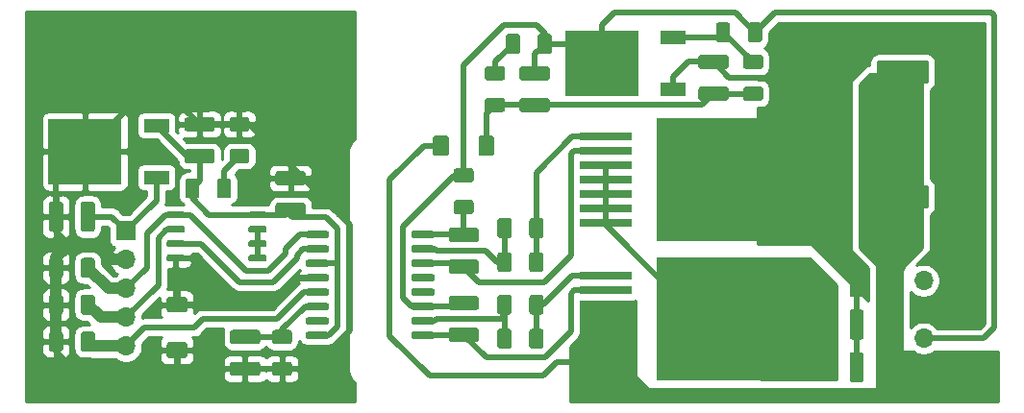
<source format=gbr>
G04 #@! TF.GenerationSoftware,KiCad,Pcbnew,(5.1.5)-3*
G04 #@! TF.CreationDate,2024-02-16T06:43:34-08:00*
G04 #@! TF.ProjectId,halfbridge,68616c66-6272-4696-9467-652e6b696361,rev?*
G04 #@! TF.SameCoordinates,Original*
G04 #@! TF.FileFunction,Copper,L1,Top*
G04 #@! TF.FilePolarity,Positive*
%FSLAX46Y46*%
G04 Gerber Fmt 4.6, Leading zero omitted, Abs format (unit mm)*
G04 Created by KiCad (PCBNEW (5.1.5)-3) date 2024-02-16 06:43:34*
%MOMM*%
%LPD*%
G04 APERTURE LIST*
%ADD10C,0.100000*%
%ADD11C,0.800000*%
%ADD12C,5.000000*%
%ADD13R,6.400000X5.800000*%
%ADD14R,2.200000X1.200000*%
%ADD15R,9.400000X10.800000*%
%ADD16R,4.600000X0.800000*%
%ADD17O,1.700000X1.700000*%
%ADD18R,1.700000X1.700000*%
%ADD19C,1.000000*%
%ADD20C,0.500000*%
%ADD21C,0.254000*%
G04 APERTURE END LIST*
G04 #@! TA.AperFunction,SMDPad,CuDef*
D10*
G36*
X127724505Y-105851204D02*
G01*
X127748773Y-105854804D01*
X127772572Y-105860765D01*
X127795671Y-105869030D01*
X127817850Y-105879520D01*
X127838893Y-105892132D01*
X127858599Y-105906747D01*
X127876777Y-105923223D01*
X127893253Y-105941401D01*
X127907868Y-105961107D01*
X127920480Y-105982150D01*
X127930970Y-106004329D01*
X127939235Y-106027428D01*
X127945196Y-106051227D01*
X127948796Y-106075495D01*
X127950000Y-106099999D01*
X127950000Y-107400001D01*
X127948796Y-107424505D01*
X127945196Y-107448773D01*
X127939235Y-107472572D01*
X127930970Y-107495671D01*
X127920480Y-107517850D01*
X127907868Y-107538893D01*
X127893253Y-107558599D01*
X127876777Y-107576777D01*
X127858599Y-107593253D01*
X127838893Y-107607868D01*
X127817850Y-107620480D01*
X127795671Y-107630970D01*
X127772572Y-107639235D01*
X127748773Y-107645196D01*
X127724505Y-107648796D01*
X127700001Y-107650000D01*
X126799999Y-107650000D01*
X126775495Y-107648796D01*
X126751227Y-107645196D01*
X126727428Y-107639235D01*
X126704329Y-107630970D01*
X126682150Y-107620480D01*
X126661107Y-107607868D01*
X126641401Y-107593253D01*
X126623223Y-107576777D01*
X126606747Y-107558599D01*
X126592132Y-107538893D01*
X126579520Y-107517850D01*
X126569030Y-107495671D01*
X126560765Y-107472572D01*
X126554804Y-107448773D01*
X126551204Y-107424505D01*
X126550000Y-107400001D01*
X126550000Y-106099999D01*
X126551204Y-106075495D01*
X126554804Y-106051227D01*
X126560765Y-106027428D01*
X126569030Y-106004329D01*
X126579520Y-105982150D01*
X126592132Y-105961107D01*
X126606747Y-105941401D01*
X126623223Y-105923223D01*
X126641401Y-105906747D01*
X126661107Y-105892132D01*
X126682150Y-105879520D01*
X126704329Y-105869030D01*
X126727428Y-105860765D01*
X126751227Y-105854804D01*
X126775495Y-105851204D01*
X126799999Y-105850000D01*
X127700001Y-105850000D01*
X127724505Y-105851204D01*
G37*
G04 #@! TD.AperFunction*
G04 #@! TA.AperFunction,SMDPad,CuDef*
G36*
X123724505Y-105851204D02*
G01*
X123748773Y-105854804D01*
X123772572Y-105860765D01*
X123795671Y-105869030D01*
X123817850Y-105879520D01*
X123838893Y-105892132D01*
X123858599Y-105906747D01*
X123876777Y-105923223D01*
X123893253Y-105941401D01*
X123907868Y-105961107D01*
X123920480Y-105982150D01*
X123930970Y-106004329D01*
X123939235Y-106027428D01*
X123945196Y-106051227D01*
X123948796Y-106075495D01*
X123950000Y-106099999D01*
X123950000Y-107400001D01*
X123948796Y-107424505D01*
X123945196Y-107448773D01*
X123939235Y-107472572D01*
X123930970Y-107495671D01*
X123920480Y-107517850D01*
X123907868Y-107538893D01*
X123893253Y-107558599D01*
X123876777Y-107576777D01*
X123858599Y-107593253D01*
X123838893Y-107607868D01*
X123817850Y-107620480D01*
X123795671Y-107630970D01*
X123772572Y-107639235D01*
X123748773Y-107645196D01*
X123724505Y-107648796D01*
X123700001Y-107650000D01*
X122799999Y-107650000D01*
X122775495Y-107648796D01*
X122751227Y-107645196D01*
X122727428Y-107639235D01*
X122704329Y-107630970D01*
X122682150Y-107620480D01*
X122661107Y-107607868D01*
X122641401Y-107593253D01*
X122623223Y-107576777D01*
X122606747Y-107558599D01*
X122592132Y-107538893D01*
X122579520Y-107517850D01*
X122569030Y-107495671D01*
X122560765Y-107472572D01*
X122554804Y-107448773D01*
X122551204Y-107424505D01*
X122550000Y-107400001D01*
X122550000Y-106099999D01*
X122551204Y-106075495D01*
X122554804Y-106051227D01*
X122560765Y-106027428D01*
X122569030Y-106004329D01*
X122579520Y-105982150D01*
X122592132Y-105961107D01*
X122606747Y-105941401D01*
X122623223Y-105923223D01*
X122641401Y-105906747D01*
X122661107Y-105892132D01*
X122682150Y-105879520D01*
X122704329Y-105869030D01*
X122727428Y-105860765D01*
X122751227Y-105854804D01*
X122775495Y-105851204D01*
X122799999Y-105850000D01*
X123700001Y-105850000D01*
X123724505Y-105851204D01*
G37*
G04 #@! TD.AperFunction*
D11*
X156825825Y-120674175D03*
X155500000Y-120125000D03*
X154174175Y-120674175D03*
X153625000Y-122000000D03*
X154174175Y-123325825D03*
X155500000Y-123875000D03*
X156825825Y-123325825D03*
X157375000Y-122000000D03*
D12*
X155500000Y-122000000D03*
G04 #@! TA.AperFunction,SMDPad,CuDef*
D10*
G36*
X100674505Y-124051204D02*
G01*
X100698773Y-124054804D01*
X100722572Y-124060765D01*
X100745671Y-124069030D01*
X100767850Y-124079520D01*
X100788893Y-124092132D01*
X100808599Y-124106747D01*
X100826777Y-124123223D01*
X100843253Y-124141401D01*
X100857868Y-124161107D01*
X100870480Y-124182150D01*
X100880970Y-124204329D01*
X100889235Y-124227428D01*
X100895196Y-124251227D01*
X100898796Y-124275495D01*
X100900000Y-124299999D01*
X100900000Y-125200001D01*
X100898796Y-125224505D01*
X100895196Y-125248773D01*
X100889235Y-125272572D01*
X100880970Y-125295671D01*
X100870480Y-125317850D01*
X100857868Y-125338893D01*
X100843253Y-125358599D01*
X100826777Y-125376777D01*
X100808599Y-125393253D01*
X100788893Y-125407868D01*
X100767850Y-125420480D01*
X100745671Y-125430970D01*
X100722572Y-125439235D01*
X100698773Y-125445196D01*
X100674505Y-125448796D01*
X100650001Y-125450000D01*
X99349999Y-125450000D01*
X99325495Y-125448796D01*
X99301227Y-125445196D01*
X99277428Y-125439235D01*
X99254329Y-125430970D01*
X99232150Y-125420480D01*
X99211107Y-125407868D01*
X99191401Y-125393253D01*
X99173223Y-125376777D01*
X99156747Y-125358599D01*
X99142132Y-125338893D01*
X99129520Y-125317850D01*
X99119030Y-125295671D01*
X99110765Y-125272572D01*
X99104804Y-125248773D01*
X99101204Y-125224505D01*
X99100000Y-125200001D01*
X99100000Y-124299999D01*
X99101204Y-124275495D01*
X99104804Y-124251227D01*
X99110765Y-124227428D01*
X99119030Y-124204329D01*
X99129520Y-124182150D01*
X99142132Y-124161107D01*
X99156747Y-124141401D01*
X99173223Y-124123223D01*
X99191401Y-124106747D01*
X99211107Y-124092132D01*
X99232150Y-124079520D01*
X99254329Y-124069030D01*
X99277428Y-124060765D01*
X99301227Y-124054804D01*
X99325495Y-124051204D01*
X99349999Y-124050000D01*
X100650001Y-124050000D01*
X100674505Y-124051204D01*
G37*
G04 #@! TD.AperFunction*
G04 #@! TA.AperFunction,SMDPad,CuDef*
G36*
X100674505Y-120051204D02*
G01*
X100698773Y-120054804D01*
X100722572Y-120060765D01*
X100745671Y-120069030D01*
X100767850Y-120079520D01*
X100788893Y-120092132D01*
X100808599Y-120106747D01*
X100826777Y-120123223D01*
X100843253Y-120141401D01*
X100857868Y-120161107D01*
X100870480Y-120182150D01*
X100880970Y-120204329D01*
X100889235Y-120227428D01*
X100895196Y-120251227D01*
X100898796Y-120275495D01*
X100900000Y-120299999D01*
X100900000Y-121200001D01*
X100898796Y-121224505D01*
X100895196Y-121248773D01*
X100889235Y-121272572D01*
X100880970Y-121295671D01*
X100870480Y-121317850D01*
X100857868Y-121338893D01*
X100843253Y-121358599D01*
X100826777Y-121376777D01*
X100808599Y-121393253D01*
X100788893Y-121407868D01*
X100767850Y-121420480D01*
X100745671Y-121430970D01*
X100722572Y-121439235D01*
X100698773Y-121445196D01*
X100674505Y-121448796D01*
X100650001Y-121450000D01*
X99349999Y-121450000D01*
X99325495Y-121448796D01*
X99301227Y-121445196D01*
X99277428Y-121439235D01*
X99254329Y-121430970D01*
X99232150Y-121420480D01*
X99211107Y-121407868D01*
X99191401Y-121393253D01*
X99173223Y-121376777D01*
X99156747Y-121358599D01*
X99142132Y-121338893D01*
X99129520Y-121317850D01*
X99119030Y-121295671D01*
X99110765Y-121272572D01*
X99104804Y-121248773D01*
X99101204Y-121224505D01*
X99100000Y-121200001D01*
X99100000Y-120299999D01*
X99101204Y-120275495D01*
X99104804Y-120251227D01*
X99110765Y-120227428D01*
X99119030Y-120204329D01*
X99129520Y-120182150D01*
X99142132Y-120161107D01*
X99156747Y-120141401D01*
X99173223Y-120123223D01*
X99191401Y-120106747D01*
X99211107Y-120092132D01*
X99232150Y-120079520D01*
X99254329Y-120069030D01*
X99277428Y-120060765D01*
X99301227Y-120054804D01*
X99325495Y-120051204D01*
X99349999Y-120050000D01*
X100650001Y-120050000D01*
X100674505Y-120051204D01*
G37*
G04 #@! TD.AperFunction*
D13*
X137400000Y-99500000D03*
D14*
X143700000Y-97220000D03*
X143700000Y-101780000D03*
G04 #@! TA.AperFunction,SMDPad,CuDef*
D10*
G36*
X122539703Y-114255722D02*
G01*
X122554264Y-114257882D01*
X122568543Y-114261459D01*
X122582403Y-114266418D01*
X122595710Y-114272712D01*
X122608336Y-114280280D01*
X122620159Y-114289048D01*
X122631066Y-114298934D01*
X122640952Y-114309841D01*
X122649720Y-114321664D01*
X122657288Y-114334290D01*
X122663582Y-114347597D01*
X122668541Y-114361457D01*
X122672118Y-114375736D01*
X122674278Y-114390297D01*
X122675000Y-114405000D01*
X122675000Y-114705000D01*
X122674278Y-114719703D01*
X122672118Y-114734264D01*
X122668541Y-114748543D01*
X122663582Y-114762403D01*
X122657288Y-114775710D01*
X122649720Y-114788336D01*
X122640952Y-114800159D01*
X122631066Y-114811066D01*
X122620159Y-114820952D01*
X122608336Y-114829720D01*
X122595710Y-114837288D01*
X122582403Y-114843582D01*
X122568543Y-114848541D01*
X122554264Y-114852118D01*
X122539703Y-114854278D01*
X122525000Y-114855000D01*
X120775000Y-114855000D01*
X120760297Y-114854278D01*
X120745736Y-114852118D01*
X120731457Y-114848541D01*
X120717597Y-114843582D01*
X120704290Y-114837288D01*
X120691664Y-114829720D01*
X120679841Y-114820952D01*
X120668934Y-114811066D01*
X120659048Y-114800159D01*
X120650280Y-114788336D01*
X120642712Y-114775710D01*
X120636418Y-114762403D01*
X120631459Y-114748543D01*
X120627882Y-114734264D01*
X120625722Y-114719703D01*
X120625000Y-114705000D01*
X120625000Y-114405000D01*
X120625722Y-114390297D01*
X120627882Y-114375736D01*
X120631459Y-114361457D01*
X120636418Y-114347597D01*
X120642712Y-114334290D01*
X120650280Y-114321664D01*
X120659048Y-114309841D01*
X120668934Y-114298934D01*
X120679841Y-114289048D01*
X120691664Y-114280280D01*
X120704290Y-114272712D01*
X120717597Y-114266418D01*
X120731457Y-114261459D01*
X120745736Y-114257882D01*
X120760297Y-114255722D01*
X120775000Y-114255000D01*
X122525000Y-114255000D01*
X122539703Y-114255722D01*
G37*
G04 #@! TD.AperFunction*
G04 #@! TA.AperFunction,SMDPad,CuDef*
G36*
X122539703Y-115525722D02*
G01*
X122554264Y-115527882D01*
X122568543Y-115531459D01*
X122582403Y-115536418D01*
X122595710Y-115542712D01*
X122608336Y-115550280D01*
X122620159Y-115559048D01*
X122631066Y-115568934D01*
X122640952Y-115579841D01*
X122649720Y-115591664D01*
X122657288Y-115604290D01*
X122663582Y-115617597D01*
X122668541Y-115631457D01*
X122672118Y-115645736D01*
X122674278Y-115660297D01*
X122675000Y-115675000D01*
X122675000Y-115975000D01*
X122674278Y-115989703D01*
X122672118Y-116004264D01*
X122668541Y-116018543D01*
X122663582Y-116032403D01*
X122657288Y-116045710D01*
X122649720Y-116058336D01*
X122640952Y-116070159D01*
X122631066Y-116081066D01*
X122620159Y-116090952D01*
X122608336Y-116099720D01*
X122595710Y-116107288D01*
X122582403Y-116113582D01*
X122568543Y-116118541D01*
X122554264Y-116122118D01*
X122539703Y-116124278D01*
X122525000Y-116125000D01*
X120775000Y-116125000D01*
X120760297Y-116124278D01*
X120745736Y-116122118D01*
X120731457Y-116118541D01*
X120717597Y-116113582D01*
X120704290Y-116107288D01*
X120691664Y-116099720D01*
X120679841Y-116090952D01*
X120668934Y-116081066D01*
X120659048Y-116070159D01*
X120650280Y-116058336D01*
X120642712Y-116045710D01*
X120636418Y-116032403D01*
X120631459Y-116018543D01*
X120627882Y-116004264D01*
X120625722Y-115989703D01*
X120625000Y-115975000D01*
X120625000Y-115675000D01*
X120625722Y-115660297D01*
X120627882Y-115645736D01*
X120631459Y-115631457D01*
X120636418Y-115617597D01*
X120642712Y-115604290D01*
X120650280Y-115591664D01*
X120659048Y-115579841D01*
X120668934Y-115568934D01*
X120679841Y-115559048D01*
X120691664Y-115550280D01*
X120704290Y-115542712D01*
X120717597Y-115536418D01*
X120731457Y-115531459D01*
X120745736Y-115527882D01*
X120760297Y-115525722D01*
X120775000Y-115525000D01*
X122525000Y-115525000D01*
X122539703Y-115525722D01*
G37*
G04 #@! TD.AperFunction*
G04 #@! TA.AperFunction,SMDPad,CuDef*
G36*
X122539703Y-116795722D02*
G01*
X122554264Y-116797882D01*
X122568543Y-116801459D01*
X122582403Y-116806418D01*
X122595710Y-116812712D01*
X122608336Y-116820280D01*
X122620159Y-116829048D01*
X122631066Y-116838934D01*
X122640952Y-116849841D01*
X122649720Y-116861664D01*
X122657288Y-116874290D01*
X122663582Y-116887597D01*
X122668541Y-116901457D01*
X122672118Y-116915736D01*
X122674278Y-116930297D01*
X122675000Y-116945000D01*
X122675000Y-117245000D01*
X122674278Y-117259703D01*
X122672118Y-117274264D01*
X122668541Y-117288543D01*
X122663582Y-117302403D01*
X122657288Y-117315710D01*
X122649720Y-117328336D01*
X122640952Y-117340159D01*
X122631066Y-117351066D01*
X122620159Y-117360952D01*
X122608336Y-117369720D01*
X122595710Y-117377288D01*
X122582403Y-117383582D01*
X122568543Y-117388541D01*
X122554264Y-117392118D01*
X122539703Y-117394278D01*
X122525000Y-117395000D01*
X120775000Y-117395000D01*
X120760297Y-117394278D01*
X120745736Y-117392118D01*
X120731457Y-117388541D01*
X120717597Y-117383582D01*
X120704290Y-117377288D01*
X120691664Y-117369720D01*
X120679841Y-117360952D01*
X120668934Y-117351066D01*
X120659048Y-117340159D01*
X120650280Y-117328336D01*
X120642712Y-117315710D01*
X120636418Y-117302403D01*
X120631459Y-117288543D01*
X120627882Y-117274264D01*
X120625722Y-117259703D01*
X120625000Y-117245000D01*
X120625000Y-116945000D01*
X120625722Y-116930297D01*
X120627882Y-116915736D01*
X120631459Y-116901457D01*
X120636418Y-116887597D01*
X120642712Y-116874290D01*
X120650280Y-116861664D01*
X120659048Y-116849841D01*
X120668934Y-116838934D01*
X120679841Y-116829048D01*
X120691664Y-116820280D01*
X120704290Y-116812712D01*
X120717597Y-116806418D01*
X120731457Y-116801459D01*
X120745736Y-116797882D01*
X120760297Y-116795722D01*
X120775000Y-116795000D01*
X122525000Y-116795000D01*
X122539703Y-116795722D01*
G37*
G04 #@! TD.AperFunction*
G04 #@! TA.AperFunction,SMDPad,CuDef*
G36*
X122539703Y-118065722D02*
G01*
X122554264Y-118067882D01*
X122568543Y-118071459D01*
X122582403Y-118076418D01*
X122595710Y-118082712D01*
X122608336Y-118090280D01*
X122620159Y-118099048D01*
X122631066Y-118108934D01*
X122640952Y-118119841D01*
X122649720Y-118131664D01*
X122657288Y-118144290D01*
X122663582Y-118157597D01*
X122668541Y-118171457D01*
X122672118Y-118185736D01*
X122674278Y-118200297D01*
X122675000Y-118215000D01*
X122675000Y-118515000D01*
X122674278Y-118529703D01*
X122672118Y-118544264D01*
X122668541Y-118558543D01*
X122663582Y-118572403D01*
X122657288Y-118585710D01*
X122649720Y-118598336D01*
X122640952Y-118610159D01*
X122631066Y-118621066D01*
X122620159Y-118630952D01*
X122608336Y-118639720D01*
X122595710Y-118647288D01*
X122582403Y-118653582D01*
X122568543Y-118658541D01*
X122554264Y-118662118D01*
X122539703Y-118664278D01*
X122525000Y-118665000D01*
X120775000Y-118665000D01*
X120760297Y-118664278D01*
X120745736Y-118662118D01*
X120731457Y-118658541D01*
X120717597Y-118653582D01*
X120704290Y-118647288D01*
X120691664Y-118639720D01*
X120679841Y-118630952D01*
X120668934Y-118621066D01*
X120659048Y-118610159D01*
X120650280Y-118598336D01*
X120642712Y-118585710D01*
X120636418Y-118572403D01*
X120631459Y-118558543D01*
X120627882Y-118544264D01*
X120625722Y-118529703D01*
X120625000Y-118515000D01*
X120625000Y-118215000D01*
X120625722Y-118200297D01*
X120627882Y-118185736D01*
X120631459Y-118171457D01*
X120636418Y-118157597D01*
X120642712Y-118144290D01*
X120650280Y-118131664D01*
X120659048Y-118119841D01*
X120668934Y-118108934D01*
X120679841Y-118099048D01*
X120691664Y-118090280D01*
X120704290Y-118082712D01*
X120717597Y-118076418D01*
X120731457Y-118071459D01*
X120745736Y-118067882D01*
X120760297Y-118065722D01*
X120775000Y-118065000D01*
X122525000Y-118065000D01*
X122539703Y-118065722D01*
G37*
G04 #@! TD.AperFunction*
G04 #@! TA.AperFunction,SMDPad,CuDef*
G36*
X122539703Y-119335722D02*
G01*
X122554264Y-119337882D01*
X122568543Y-119341459D01*
X122582403Y-119346418D01*
X122595710Y-119352712D01*
X122608336Y-119360280D01*
X122620159Y-119369048D01*
X122631066Y-119378934D01*
X122640952Y-119389841D01*
X122649720Y-119401664D01*
X122657288Y-119414290D01*
X122663582Y-119427597D01*
X122668541Y-119441457D01*
X122672118Y-119455736D01*
X122674278Y-119470297D01*
X122675000Y-119485000D01*
X122675000Y-119785000D01*
X122674278Y-119799703D01*
X122672118Y-119814264D01*
X122668541Y-119828543D01*
X122663582Y-119842403D01*
X122657288Y-119855710D01*
X122649720Y-119868336D01*
X122640952Y-119880159D01*
X122631066Y-119891066D01*
X122620159Y-119900952D01*
X122608336Y-119909720D01*
X122595710Y-119917288D01*
X122582403Y-119923582D01*
X122568543Y-119928541D01*
X122554264Y-119932118D01*
X122539703Y-119934278D01*
X122525000Y-119935000D01*
X120775000Y-119935000D01*
X120760297Y-119934278D01*
X120745736Y-119932118D01*
X120731457Y-119928541D01*
X120717597Y-119923582D01*
X120704290Y-119917288D01*
X120691664Y-119909720D01*
X120679841Y-119900952D01*
X120668934Y-119891066D01*
X120659048Y-119880159D01*
X120650280Y-119868336D01*
X120642712Y-119855710D01*
X120636418Y-119842403D01*
X120631459Y-119828543D01*
X120627882Y-119814264D01*
X120625722Y-119799703D01*
X120625000Y-119785000D01*
X120625000Y-119485000D01*
X120625722Y-119470297D01*
X120627882Y-119455736D01*
X120631459Y-119441457D01*
X120636418Y-119427597D01*
X120642712Y-119414290D01*
X120650280Y-119401664D01*
X120659048Y-119389841D01*
X120668934Y-119378934D01*
X120679841Y-119369048D01*
X120691664Y-119360280D01*
X120704290Y-119352712D01*
X120717597Y-119346418D01*
X120731457Y-119341459D01*
X120745736Y-119337882D01*
X120760297Y-119335722D01*
X120775000Y-119335000D01*
X122525000Y-119335000D01*
X122539703Y-119335722D01*
G37*
G04 #@! TD.AperFunction*
G04 #@! TA.AperFunction,SMDPad,CuDef*
G36*
X122539703Y-120605722D02*
G01*
X122554264Y-120607882D01*
X122568543Y-120611459D01*
X122582403Y-120616418D01*
X122595710Y-120622712D01*
X122608336Y-120630280D01*
X122620159Y-120639048D01*
X122631066Y-120648934D01*
X122640952Y-120659841D01*
X122649720Y-120671664D01*
X122657288Y-120684290D01*
X122663582Y-120697597D01*
X122668541Y-120711457D01*
X122672118Y-120725736D01*
X122674278Y-120740297D01*
X122675000Y-120755000D01*
X122675000Y-121055000D01*
X122674278Y-121069703D01*
X122672118Y-121084264D01*
X122668541Y-121098543D01*
X122663582Y-121112403D01*
X122657288Y-121125710D01*
X122649720Y-121138336D01*
X122640952Y-121150159D01*
X122631066Y-121161066D01*
X122620159Y-121170952D01*
X122608336Y-121179720D01*
X122595710Y-121187288D01*
X122582403Y-121193582D01*
X122568543Y-121198541D01*
X122554264Y-121202118D01*
X122539703Y-121204278D01*
X122525000Y-121205000D01*
X120775000Y-121205000D01*
X120760297Y-121204278D01*
X120745736Y-121202118D01*
X120731457Y-121198541D01*
X120717597Y-121193582D01*
X120704290Y-121187288D01*
X120691664Y-121179720D01*
X120679841Y-121170952D01*
X120668934Y-121161066D01*
X120659048Y-121150159D01*
X120650280Y-121138336D01*
X120642712Y-121125710D01*
X120636418Y-121112403D01*
X120631459Y-121098543D01*
X120627882Y-121084264D01*
X120625722Y-121069703D01*
X120625000Y-121055000D01*
X120625000Y-120755000D01*
X120625722Y-120740297D01*
X120627882Y-120725736D01*
X120631459Y-120711457D01*
X120636418Y-120697597D01*
X120642712Y-120684290D01*
X120650280Y-120671664D01*
X120659048Y-120659841D01*
X120668934Y-120648934D01*
X120679841Y-120639048D01*
X120691664Y-120630280D01*
X120704290Y-120622712D01*
X120717597Y-120616418D01*
X120731457Y-120611459D01*
X120745736Y-120607882D01*
X120760297Y-120605722D01*
X120775000Y-120605000D01*
X122525000Y-120605000D01*
X122539703Y-120605722D01*
G37*
G04 #@! TD.AperFunction*
G04 #@! TA.AperFunction,SMDPad,CuDef*
G36*
X122539703Y-121875722D02*
G01*
X122554264Y-121877882D01*
X122568543Y-121881459D01*
X122582403Y-121886418D01*
X122595710Y-121892712D01*
X122608336Y-121900280D01*
X122620159Y-121909048D01*
X122631066Y-121918934D01*
X122640952Y-121929841D01*
X122649720Y-121941664D01*
X122657288Y-121954290D01*
X122663582Y-121967597D01*
X122668541Y-121981457D01*
X122672118Y-121995736D01*
X122674278Y-122010297D01*
X122675000Y-122025000D01*
X122675000Y-122325000D01*
X122674278Y-122339703D01*
X122672118Y-122354264D01*
X122668541Y-122368543D01*
X122663582Y-122382403D01*
X122657288Y-122395710D01*
X122649720Y-122408336D01*
X122640952Y-122420159D01*
X122631066Y-122431066D01*
X122620159Y-122440952D01*
X122608336Y-122449720D01*
X122595710Y-122457288D01*
X122582403Y-122463582D01*
X122568543Y-122468541D01*
X122554264Y-122472118D01*
X122539703Y-122474278D01*
X122525000Y-122475000D01*
X120775000Y-122475000D01*
X120760297Y-122474278D01*
X120745736Y-122472118D01*
X120731457Y-122468541D01*
X120717597Y-122463582D01*
X120704290Y-122457288D01*
X120691664Y-122449720D01*
X120679841Y-122440952D01*
X120668934Y-122431066D01*
X120659048Y-122420159D01*
X120650280Y-122408336D01*
X120642712Y-122395710D01*
X120636418Y-122382403D01*
X120631459Y-122368543D01*
X120627882Y-122354264D01*
X120625722Y-122339703D01*
X120625000Y-122325000D01*
X120625000Y-122025000D01*
X120625722Y-122010297D01*
X120627882Y-121995736D01*
X120631459Y-121981457D01*
X120636418Y-121967597D01*
X120642712Y-121954290D01*
X120650280Y-121941664D01*
X120659048Y-121929841D01*
X120668934Y-121918934D01*
X120679841Y-121909048D01*
X120691664Y-121900280D01*
X120704290Y-121892712D01*
X120717597Y-121886418D01*
X120731457Y-121881459D01*
X120745736Y-121877882D01*
X120760297Y-121875722D01*
X120775000Y-121875000D01*
X122525000Y-121875000D01*
X122539703Y-121875722D01*
G37*
G04 #@! TD.AperFunction*
G04 #@! TA.AperFunction,SMDPad,CuDef*
G36*
X122539703Y-123145722D02*
G01*
X122554264Y-123147882D01*
X122568543Y-123151459D01*
X122582403Y-123156418D01*
X122595710Y-123162712D01*
X122608336Y-123170280D01*
X122620159Y-123179048D01*
X122631066Y-123188934D01*
X122640952Y-123199841D01*
X122649720Y-123211664D01*
X122657288Y-123224290D01*
X122663582Y-123237597D01*
X122668541Y-123251457D01*
X122672118Y-123265736D01*
X122674278Y-123280297D01*
X122675000Y-123295000D01*
X122675000Y-123595000D01*
X122674278Y-123609703D01*
X122672118Y-123624264D01*
X122668541Y-123638543D01*
X122663582Y-123652403D01*
X122657288Y-123665710D01*
X122649720Y-123678336D01*
X122640952Y-123690159D01*
X122631066Y-123701066D01*
X122620159Y-123710952D01*
X122608336Y-123719720D01*
X122595710Y-123727288D01*
X122582403Y-123733582D01*
X122568543Y-123738541D01*
X122554264Y-123742118D01*
X122539703Y-123744278D01*
X122525000Y-123745000D01*
X120775000Y-123745000D01*
X120760297Y-123744278D01*
X120745736Y-123742118D01*
X120731457Y-123738541D01*
X120717597Y-123733582D01*
X120704290Y-123727288D01*
X120691664Y-123719720D01*
X120679841Y-123710952D01*
X120668934Y-123701066D01*
X120659048Y-123690159D01*
X120650280Y-123678336D01*
X120642712Y-123665710D01*
X120636418Y-123652403D01*
X120631459Y-123638543D01*
X120627882Y-123624264D01*
X120625722Y-123609703D01*
X120625000Y-123595000D01*
X120625000Y-123295000D01*
X120625722Y-123280297D01*
X120627882Y-123265736D01*
X120631459Y-123251457D01*
X120636418Y-123237597D01*
X120642712Y-123224290D01*
X120650280Y-123211664D01*
X120659048Y-123199841D01*
X120668934Y-123188934D01*
X120679841Y-123179048D01*
X120691664Y-123170280D01*
X120704290Y-123162712D01*
X120717597Y-123156418D01*
X120731457Y-123151459D01*
X120745736Y-123147882D01*
X120760297Y-123145722D01*
X120775000Y-123145000D01*
X122525000Y-123145000D01*
X122539703Y-123145722D01*
G37*
G04 #@! TD.AperFunction*
G04 #@! TA.AperFunction,SMDPad,CuDef*
G36*
X113239703Y-123145722D02*
G01*
X113254264Y-123147882D01*
X113268543Y-123151459D01*
X113282403Y-123156418D01*
X113295710Y-123162712D01*
X113308336Y-123170280D01*
X113320159Y-123179048D01*
X113331066Y-123188934D01*
X113340952Y-123199841D01*
X113349720Y-123211664D01*
X113357288Y-123224290D01*
X113363582Y-123237597D01*
X113368541Y-123251457D01*
X113372118Y-123265736D01*
X113374278Y-123280297D01*
X113375000Y-123295000D01*
X113375000Y-123595000D01*
X113374278Y-123609703D01*
X113372118Y-123624264D01*
X113368541Y-123638543D01*
X113363582Y-123652403D01*
X113357288Y-123665710D01*
X113349720Y-123678336D01*
X113340952Y-123690159D01*
X113331066Y-123701066D01*
X113320159Y-123710952D01*
X113308336Y-123719720D01*
X113295710Y-123727288D01*
X113282403Y-123733582D01*
X113268543Y-123738541D01*
X113254264Y-123742118D01*
X113239703Y-123744278D01*
X113225000Y-123745000D01*
X111475000Y-123745000D01*
X111460297Y-123744278D01*
X111445736Y-123742118D01*
X111431457Y-123738541D01*
X111417597Y-123733582D01*
X111404290Y-123727288D01*
X111391664Y-123719720D01*
X111379841Y-123710952D01*
X111368934Y-123701066D01*
X111359048Y-123690159D01*
X111350280Y-123678336D01*
X111342712Y-123665710D01*
X111336418Y-123652403D01*
X111331459Y-123638543D01*
X111327882Y-123624264D01*
X111325722Y-123609703D01*
X111325000Y-123595000D01*
X111325000Y-123295000D01*
X111325722Y-123280297D01*
X111327882Y-123265736D01*
X111331459Y-123251457D01*
X111336418Y-123237597D01*
X111342712Y-123224290D01*
X111350280Y-123211664D01*
X111359048Y-123199841D01*
X111368934Y-123188934D01*
X111379841Y-123179048D01*
X111391664Y-123170280D01*
X111404290Y-123162712D01*
X111417597Y-123156418D01*
X111431457Y-123151459D01*
X111445736Y-123147882D01*
X111460297Y-123145722D01*
X111475000Y-123145000D01*
X113225000Y-123145000D01*
X113239703Y-123145722D01*
G37*
G04 #@! TD.AperFunction*
G04 #@! TA.AperFunction,SMDPad,CuDef*
G36*
X113239703Y-121875722D02*
G01*
X113254264Y-121877882D01*
X113268543Y-121881459D01*
X113282403Y-121886418D01*
X113295710Y-121892712D01*
X113308336Y-121900280D01*
X113320159Y-121909048D01*
X113331066Y-121918934D01*
X113340952Y-121929841D01*
X113349720Y-121941664D01*
X113357288Y-121954290D01*
X113363582Y-121967597D01*
X113368541Y-121981457D01*
X113372118Y-121995736D01*
X113374278Y-122010297D01*
X113375000Y-122025000D01*
X113375000Y-122325000D01*
X113374278Y-122339703D01*
X113372118Y-122354264D01*
X113368541Y-122368543D01*
X113363582Y-122382403D01*
X113357288Y-122395710D01*
X113349720Y-122408336D01*
X113340952Y-122420159D01*
X113331066Y-122431066D01*
X113320159Y-122440952D01*
X113308336Y-122449720D01*
X113295710Y-122457288D01*
X113282403Y-122463582D01*
X113268543Y-122468541D01*
X113254264Y-122472118D01*
X113239703Y-122474278D01*
X113225000Y-122475000D01*
X111475000Y-122475000D01*
X111460297Y-122474278D01*
X111445736Y-122472118D01*
X111431457Y-122468541D01*
X111417597Y-122463582D01*
X111404290Y-122457288D01*
X111391664Y-122449720D01*
X111379841Y-122440952D01*
X111368934Y-122431066D01*
X111359048Y-122420159D01*
X111350280Y-122408336D01*
X111342712Y-122395710D01*
X111336418Y-122382403D01*
X111331459Y-122368543D01*
X111327882Y-122354264D01*
X111325722Y-122339703D01*
X111325000Y-122325000D01*
X111325000Y-122025000D01*
X111325722Y-122010297D01*
X111327882Y-121995736D01*
X111331459Y-121981457D01*
X111336418Y-121967597D01*
X111342712Y-121954290D01*
X111350280Y-121941664D01*
X111359048Y-121929841D01*
X111368934Y-121918934D01*
X111379841Y-121909048D01*
X111391664Y-121900280D01*
X111404290Y-121892712D01*
X111417597Y-121886418D01*
X111431457Y-121881459D01*
X111445736Y-121877882D01*
X111460297Y-121875722D01*
X111475000Y-121875000D01*
X113225000Y-121875000D01*
X113239703Y-121875722D01*
G37*
G04 #@! TD.AperFunction*
G04 #@! TA.AperFunction,SMDPad,CuDef*
G36*
X113239703Y-120605722D02*
G01*
X113254264Y-120607882D01*
X113268543Y-120611459D01*
X113282403Y-120616418D01*
X113295710Y-120622712D01*
X113308336Y-120630280D01*
X113320159Y-120639048D01*
X113331066Y-120648934D01*
X113340952Y-120659841D01*
X113349720Y-120671664D01*
X113357288Y-120684290D01*
X113363582Y-120697597D01*
X113368541Y-120711457D01*
X113372118Y-120725736D01*
X113374278Y-120740297D01*
X113375000Y-120755000D01*
X113375000Y-121055000D01*
X113374278Y-121069703D01*
X113372118Y-121084264D01*
X113368541Y-121098543D01*
X113363582Y-121112403D01*
X113357288Y-121125710D01*
X113349720Y-121138336D01*
X113340952Y-121150159D01*
X113331066Y-121161066D01*
X113320159Y-121170952D01*
X113308336Y-121179720D01*
X113295710Y-121187288D01*
X113282403Y-121193582D01*
X113268543Y-121198541D01*
X113254264Y-121202118D01*
X113239703Y-121204278D01*
X113225000Y-121205000D01*
X111475000Y-121205000D01*
X111460297Y-121204278D01*
X111445736Y-121202118D01*
X111431457Y-121198541D01*
X111417597Y-121193582D01*
X111404290Y-121187288D01*
X111391664Y-121179720D01*
X111379841Y-121170952D01*
X111368934Y-121161066D01*
X111359048Y-121150159D01*
X111350280Y-121138336D01*
X111342712Y-121125710D01*
X111336418Y-121112403D01*
X111331459Y-121098543D01*
X111327882Y-121084264D01*
X111325722Y-121069703D01*
X111325000Y-121055000D01*
X111325000Y-120755000D01*
X111325722Y-120740297D01*
X111327882Y-120725736D01*
X111331459Y-120711457D01*
X111336418Y-120697597D01*
X111342712Y-120684290D01*
X111350280Y-120671664D01*
X111359048Y-120659841D01*
X111368934Y-120648934D01*
X111379841Y-120639048D01*
X111391664Y-120630280D01*
X111404290Y-120622712D01*
X111417597Y-120616418D01*
X111431457Y-120611459D01*
X111445736Y-120607882D01*
X111460297Y-120605722D01*
X111475000Y-120605000D01*
X113225000Y-120605000D01*
X113239703Y-120605722D01*
G37*
G04 #@! TD.AperFunction*
G04 #@! TA.AperFunction,SMDPad,CuDef*
G36*
X113239703Y-119335722D02*
G01*
X113254264Y-119337882D01*
X113268543Y-119341459D01*
X113282403Y-119346418D01*
X113295710Y-119352712D01*
X113308336Y-119360280D01*
X113320159Y-119369048D01*
X113331066Y-119378934D01*
X113340952Y-119389841D01*
X113349720Y-119401664D01*
X113357288Y-119414290D01*
X113363582Y-119427597D01*
X113368541Y-119441457D01*
X113372118Y-119455736D01*
X113374278Y-119470297D01*
X113375000Y-119485000D01*
X113375000Y-119785000D01*
X113374278Y-119799703D01*
X113372118Y-119814264D01*
X113368541Y-119828543D01*
X113363582Y-119842403D01*
X113357288Y-119855710D01*
X113349720Y-119868336D01*
X113340952Y-119880159D01*
X113331066Y-119891066D01*
X113320159Y-119900952D01*
X113308336Y-119909720D01*
X113295710Y-119917288D01*
X113282403Y-119923582D01*
X113268543Y-119928541D01*
X113254264Y-119932118D01*
X113239703Y-119934278D01*
X113225000Y-119935000D01*
X111475000Y-119935000D01*
X111460297Y-119934278D01*
X111445736Y-119932118D01*
X111431457Y-119928541D01*
X111417597Y-119923582D01*
X111404290Y-119917288D01*
X111391664Y-119909720D01*
X111379841Y-119900952D01*
X111368934Y-119891066D01*
X111359048Y-119880159D01*
X111350280Y-119868336D01*
X111342712Y-119855710D01*
X111336418Y-119842403D01*
X111331459Y-119828543D01*
X111327882Y-119814264D01*
X111325722Y-119799703D01*
X111325000Y-119785000D01*
X111325000Y-119485000D01*
X111325722Y-119470297D01*
X111327882Y-119455736D01*
X111331459Y-119441457D01*
X111336418Y-119427597D01*
X111342712Y-119414290D01*
X111350280Y-119401664D01*
X111359048Y-119389841D01*
X111368934Y-119378934D01*
X111379841Y-119369048D01*
X111391664Y-119360280D01*
X111404290Y-119352712D01*
X111417597Y-119346418D01*
X111431457Y-119341459D01*
X111445736Y-119337882D01*
X111460297Y-119335722D01*
X111475000Y-119335000D01*
X113225000Y-119335000D01*
X113239703Y-119335722D01*
G37*
G04 #@! TD.AperFunction*
G04 #@! TA.AperFunction,SMDPad,CuDef*
G36*
X113239703Y-118065722D02*
G01*
X113254264Y-118067882D01*
X113268543Y-118071459D01*
X113282403Y-118076418D01*
X113295710Y-118082712D01*
X113308336Y-118090280D01*
X113320159Y-118099048D01*
X113331066Y-118108934D01*
X113340952Y-118119841D01*
X113349720Y-118131664D01*
X113357288Y-118144290D01*
X113363582Y-118157597D01*
X113368541Y-118171457D01*
X113372118Y-118185736D01*
X113374278Y-118200297D01*
X113375000Y-118215000D01*
X113375000Y-118515000D01*
X113374278Y-118529703D01*
X113372118Y-118544264D01*
X113368541Y-118558543D01*
X113363582Y-118572403D01*
X113357288Y-118585710D01*
X113349720Y-118598336D01*
X113340952Y-118610159D01*
X113331066Y-118621066D01*
X113320159Y-118630952D01*
X113308336Y-118639720D01*
X113295710Y-118647288D01*
X113282403Y-118653582D01*
X113268543Y-118658541D01*
X113254264Y-118662118D01*
X113239703Y-118664278D01*
X113225000Y-118665000D01*
X111475000Y-118665000D01*
X111460297Y-118664278D01*
X111445736Y-118662118D01*
X111431457Y-118658541D01*
X111417597Y-118653582D01*
X111404290Y-118647288D01*
X111391664Y-118639720D01*
X111379841Y-118630952D01*
X111368934Y-118621066D01*
X111359048Y-118610159D01*
X111350280Y-118598336D01*
X111342712Y-118585710D01*
X111336418Y-118572403D01*
X111331459Y-118558543D01*
X111327882Y-118544264D01*
X111325722Y-118529703D01*
X111325000Y-118515000D01*
X111325000Y-118215000D01*
X111325722Y-118200297D01*
X111327882Y-118185736D01*
X111331459Y-118171457D01*
X111336418Y-118157597D01*
X111342712Y-118144290D01*
X111350280Y-118131664D01*
X111359048Y-118119841D01*
X111368934Y-118108934D01*
X111379841Y-118099048D01*
X111391664Y-118090280D01*
X111404290Y-118082712D01*
X111417597Y-118076418D01*
X111431457Y-118071459D01*
X111445736Y-118067882D01*
X111460297Y-118065722D01*
X111475000Y-118065000D01*
X113225000Y-118065000D01*
X113239703Y-118065722D01*
G37*
G04 #@! TD.AperFunction*
G04 #@! TA.AperFunction,SMDPad,CuDef*
G36*
X113239703Y-116795722D02*
G01*
X113254264Y-116797882D01*
X113268543Y-116801459D01*
X113282403Y-116806418D01*
X113295710Y-116812712D01*
X113308336Y-116820280D01*
X113320159Y-116829048D01*
X113331066Y-116838934D01*
X113340952Y-116849841D01*
X113349720Y-116861664D01*
X113357288Y-116874290D01*
X113363582Y-116887597D01*
X113368541Y-116901457D01*
X113372118Y-116915736D01*
X113374278Y-116930297D01*
X113375000Y-116945000D01*
X113375000Y-117245000D01*
X113374278Y-117259703D01*
X113372118Y-117274264D01*
X113368541Y-117288543D01*
X113363582Y-117302403D01*
X113357288Y-117315710D01*
X113349720Y-117328336D01*
X113340952Y-117340159D01*
X113331066Y-117351066D01*
X113320159Y-117360952D01*
X113308336Y-117369720D01*
X113295710Y-117377288D01*
X113282403Y-117383582D01*
X113268543Y-117388541D01*
X113254264Y-117392118D01*
X113239703Y-117394278D01*
X113225000Y-117395000D01*
X111475000Y-117395000D01*
X111460297Y-117394278D01*
X111445736Y-117392118D01*
X111431457Y-117388541D01*
X111417597Y-117383582D01*
X111404290Y-117377288D01*
X111391664Y-117369720D01*
X111379841Y-117360952D01*
X111368934Y-117351066D01*
X111359048Y-117340159D01*
X111350280Y-117328336D01*
X111342712Y-117315710D01*
X111336418Y-117302403D01*
X111331459Y-117288543D01*
X111327882Y-117274264D01*
X111325722Y-117259703D01*
X111325000Y-117245000D01*
X111325000Y-116945000D01*
X111325722Y-116930297D01*
X111327882Y-116915736D01*
X111331459Y-116901457D01*
X111336418Y-116887597D01*
X111342712Y-116874290D01*
X111350280Y-116861664D01*
X111359048Y-116849841D01*
X111368934Y-116838934D01*
X111379841Y-116829048D01*
X111391664Y-116820280D01*
X111404290Y-116812712D01*
X111417597Y-116806418D01*
X111431457Y-116801459D01*
X111445736Y-116797882D01*
X111460297Y-116795722D01*
X111475000Y-116795000D01*
X113225000Y-116795000D01*
X113239703Y-116795722D01*
G37*
G04 #@! TD.AperFunction*
G04 #@! TA.AperFunction,SMDPad,CuDef*
G36*
X113239703Y-115525722D02*
G01*
X113254264Y-115527882D01*
X113268543Y-115531459D01*
X113282403Y-115536418D01*
X113295710Y-115542712D01*
X113308336Y-115550280D01*
X113320159Y-115559048D01*
X113331066Y-115568934D01*
X113340952Y-115579841D01*
X113349720Y-115591664D01*
X113357288Y-115604290D01*
X113363582Y-115617597D01*
X113368541Y-115631457D01*
X113372118Y-115645736D01*
X113374278Y-115660297D01*
X113375000Y-115675000D01*
X113375000Y-115975000D01*
X113374278Y-115989703D01*
X113372118Y-116004264D01*
X113368541Y-116018543D01*
X113363582Y-116032403D01*
X113357288Y-116045710D01*
X113349720Y-116058336D01*
X113340952Y-116070159D01*
X113331066Y-116081066D01*
X113320159Y-116090952D01*
X113308336Y-116099720D01*
X113295710Y-116107288D01*
X113282403Y-116113582D01*
X113268543Y-116118541D01*
X113254264Y-116122118D01*
X113239703Y-116124278D01*
X113225000Y-116125000D01*
X111475000Y-116125000D01*
X111460297Y-116124278D01*
X111445736Y-116122118D01*
X111431457Y-116118541D01*
X111417597Y-116113582D01*
X111404290Y-116107288D01*
X111391664Y-116099720D01*
X111379841Y-116090952D01*
X111368934Y-116081066D01*
X111359048Y-116070159D01*
X111350280Y-116058336D01*
X111342712Y-116045710D01*
X111336418Y-116032403D01*
X111331459Y-116018543D01*
X111327882Y-116004264D01*
X111325722Y-115989703D01*
X111325000Y-115975000D01*
X111325000Y-115675000D01*
X111325722Y-115660297D01*
X111327882Y-115645736D01*
X111331459Y-115631457D01*
X111336418Y-115617597D01*
X111342712Y-115604290D01*
X111350280Y-115591664D01*
X111359048Y-115579841D01*
X111368934Y-115568934D01*
X111379841Y-115559048D01*
X111391664Y-115550280D01*
X111404290Y-115542712D01*
X111417597Y-115536418D01*
X111431457Y-115531459D01*
X111445736Y-115527882D01*
X111460297Y-115525722D01*
X111475000Y-115525000D01*
X113225000Y-115525000D01*
X113239703Y-115525722D01*
G37*
G04 #@! TD.AperFunction*
G04 #@! TA.AperFunction,SMDPad,CuDef*
G36*
X113239703Y-114255722D02*
G01*
X113254264Y-114257882D01*
X113268543Y-114261459D01*
X113282403Y-114266418D01*
X113295710Y-114272712D01*
X113308336Y-114280280D01*
X113320159Y-114289048D01*
X113331066Y-114298934D01*
X113340952Y-114309841D01*
X113349720Y-114321664D01*
X113357288Y-114334290D01*
X113363582Y-114347597D01*
X113368541Y-114361457D01*
X113372118Y-114375736D01*
X113374278Y-114390297D01*
X113375000Y-114405000D01*
X113375000Y-114705000D01*
X113374278Y-114719703D01*
X113372118Y-114734264D01*
X113368541Y-114748543D01*
X113363582Y-114762403D01*
X113357288Y-114775710D01*
X113349720Y-114788336D01*
X113340952Y-114800159D01*
X113331066Y-114811066D01*
X113320159Y-114820952D01*
X113308336Y-114829720D01*
X113295710Y-114837288D01*
X113282403Y-114843582D01*
X113268543Y-114848541D01*
X113254264Y-114852118D01*
X113239703Y-114854278D01*
X113225000Y-114855000D01*
X111475000Y-114855000D01*
X111460297Y-114854278D01*
X111445736Y-114852118D01*
X111431457Y-114848541D01*
X111417597Y-114843582D01*
X111404290Y-114837288D01*
X111391664Y-114829720D01*
X111379841Y-114820952D01*
X111368934Y-114811066D01*
X111359048Y-114800159D01*
X111350280Y-114788336D01*
X111342712Y-114775710D01*
X111336418Y-114762403D01*
X111331459Y-114748543D01*
X111327882Y-114734264D01*
X111325722Y-114719703D01*
X111325000Y-114705000D01*
X111325000Y-114405000D01*
X111325722Y-114390297D01*
X111327882Y-114375736D01*
X111331459Y-114361457D01*
X111336418Y-114347597D01*
X111342712Y-114334290D01*
X111350280Y-114321664D01*
X111359048Y-114309841D01*
X111368934Y-114298934D01*
X111379841Y-114289048D01*
X111391664Y-114280280D01*
X111404290Y-114272712D01*
X111417597Y-114266418D01*
X111431457Y-114261459D01*
X111445736Y-114257882D01*
X111460297Y-114255722D01*
X111475000Y-114255000D01*
X113225000Y-114255000D01*
X113239703Y-114255722D01*
G37*
G04 #@! TD.AperFunction*
D13*
X91900000Y-107250000D03*
D14*
X98200000Y-104970000D03*
X98200000Y-109530000D03*
G04 #@! TA.AperFunction,SMDPad,CuDef*
D10*
G36*
X107764703Y-112545722D02*
G01*
X107779264Y-112547882D01*
X107793543Y-112551459D01*
X107807403Y-112556418D01*
X107820710Y-112562712D01*
X107833336Y-112570280D01*
X107845159Y-112579048D01*
X107856066Y-112588934D01*
X107865952Y-112599841D01*
X107874720Y-112611664D01*
X107882288Y-112624290D01*
X107888582Y-112637597D01*
X107893541Y-112651457D01*
X107897118Y-112665736D01*
X107899278Y-112680297D01*
X107900000Y-112695000D01*
X107900000Y-112995000D01*
X107899278Y-113009703D01*
X107897118Y-113024264D01*
X107893541Y-113038543D01*
X107888582Y-113052403D01*
X107882288Y-113065710D01*
X107874720Y-113078336D01*
X107865952Y-113090159D01*
X107856066Y-113101066D01*
X107845159Y-113110952D01*
X107833336Y-113119720D01*
X107820710Y-113127288D01*
X107807403Y-113133582D01*
X107793543Y-113138541D01*
X107779264Y-113142118D01*
X107764703Y-113144278D01*
X107750000Y-113145000D01*
X106450000Y-113145000D01*
X106435297Y-113144278D01*
X106420736Y-113142118D01*
X106406457Y-113138541D01*
X106392597Y-113133582D01*
X106379290Y-113127288D01*
X106366664Y-113119720D01*
X106354841Y-113110952D01*
X106343934Y-113101066D01*
X106334048Y-113090159D01*
X106325280Y-113078336D01*
X106317712Y-113065710D01*
X106311418Y-113052403D01*
X106306459Y-113038543D01*
X106302882Y-113024264D01*
X106300722Y-113009703D01*
X106300000Y-112995000D01*
X106300000Y-112695000D01*
X106300722Y-112680297D01*
X106302882Y-112665736D01*
X106306459Y-112651457D01*
X106311418Y-112637597D01*
X106317712Y-112624290D01*
X106325280Y-112611664D01*
X106334048Y-112599841D01*
X106343934Y-112588934D01*
X106354841Y-112579048D01*
X106366664Y-112570280D01*
X106379290Y-112562712D01*
X106392597Y-112556418D01*
X106406457Y-112551459D01*
X106420736Y-112547882D01*
X106435297Y-112545722D01*
X106450000Y-112545000D01*
X107750000Y-112545000D01*
X107764703Y-112545722D01*
G37*
G04 #@! TD.AperFunction*
G04 #@! TA.AperFunction,SMDPad,CuDef*
G36*
X107764703Y-113815722D02*
G01*
X107779264Y-113817882D01*
X107793543Y-113821459D01*
X107807403Y-113826418D01*
X107820710Y-113832712D01*
X107833336Y-113840280D01*
X107845159Y-113849048D01*
X107856066Y-113858934D01*
X107865952Y-113869841D01*
X107874720Y-113881664D01*
X107882288Y-113894290D01*
X107888582Y-113907597D01*
X107893541Y-113921457D01*
X107897118Y-113935736D01*
X107899278Y-113950297D01*
X107900000Y-113965000D01*
X107900000Y-114265000D01*
X107899278Y-114279703D01*
X107897118Y-114294264D01*
X107893541Y-114308543D01*
X107888582Y-114322403D01*
X107882288Y-114335710D01*
X107874720Y-114348336D01*
X107865952Y-114360159D01*
X107856066Y-114371066D01*
X107845159Y-114380952D01*
X107833336Y-114389720D01*
X107820710Y-114397288D01*
X107807403Y-114403582D01*
X107793543Y-114408541D01*
X107779264Y-114412118D01*
X107764703Y-114414278D01*
X107750000Y-114415000D01*
X106450000Y-114415000D01*
X106435297Y-114414278D01*
X106420736Y-114412118D01*
X106406457Y-114408541D01*
X106392597Y-114403582D01*
X106379290Y-114397288D01*
X106366664Y-114389720D01*
X106354841Y-114380952D01*
X106343934Y-114371066D01*
X106334048Y-114360159D01*
X106325280Y-114348336D01*
X106317712Y-114335710D01*
X106311418Y-114322403D01*
X106306459Y-114308543D01*
X106302882Y-114294264D01*
X106300722Y-114279703D01*
X106300000Y-114265000D01*
X106300000Y-113965000D01*
X106300722Y-113950297D01*
X106302882Y-113935736D01*
X106306459Y-113921457D01*
X106311418Y-113907597D01*
X106317712Y-113894290D01*
X106325280Y-113881664D01*
X106334048Y-113869841D01*
X106343934Y-113858934D01*
X106354841Y-113849048D01*
X106366664Y-113840280D01*
X106379290Y-113832712D01*
X106392597Y-113826418D01*
X106406457Y-113821459D01*
X106420736Y-113817882D01*
X106435297Y-113815722D01*
X106450000Y-113815000D01*
X107750000Y-113815000D01*
X107764703Y-113815722D01*
G37*
G04 #@! TD.AperFunction*
G04 #@! TA.AperFunction,SMDPad,CuDef*
G36*
X107764703Y-115085722D02*
G01*
X107779264Y-115087882D01*
X107793543Y-115091459D01*
X107807403Y-115096418D01*
X107820710Y-115102712D01*
X107833336Y-115110280D01*
X107845159Y-115119048D01*
X107856066Y-115128934D01*
X107865952Y-115139841D01*
X107874720Y-115151664D01*
X107882288Y-115164290D01*
X107888582Y-115177597D01*
X107893541Y-115191457D01*
X107897118Y-115205736D01*
X107899278Y-115220297D01*
X107900000Y-115235000D01*
X107900000Y-115535000D01*
X107899278Y-115549703D01*
X107897118Y-115564264D01*
X107893541Y-115578543D01*
X107888582Y-115592403D01*
X107882288Y-115605710D01*
X107874720Y-115618336D01*
X107865952Y-115630159D01*
X107856066Y-115641066D01*
X107845159Y-115650952D01*
X107833336Y-115659720D01*
X107820710Y-115667288D01*
X107807403Y-115673582D01*
X107793543Y-115678541D01*
X107779264Y-115682118D01*
X107764703Y-115684278D01*
X107750000Y-115685000D01*
X106450000Y-115685000D01*
X106435297Y-115684278D01*
X106420736Y-115682118D01*
X106406457Y-115678541D01*
X106392597Y-115673582D01*
X106379290Y-115667288D01*
X106366664Y-115659720D01*
X106354841Y-115650952D01*
X106343934Y-115641066D01*
X106334048Y-115630159D01*
X106325280Y-115618336D01*
X106317712Y-115605710D01*
X106311418Y-115592403D01*
X106306459Y-115578543D01*
X106302882Y-115564264D01*
X106300722Y-115549703D01*
X106300000Y-115535000D01*
X106300000Y-115235000D01*
X106300722Y-115220297D01*
X106302882Y-115205736D01*
X106306459Y-115191457D01*
X106311418Y-115177597D01*
X106317712Y-115164290D01*
X106325280Y-115151664D01*
X106334048Y-115139841D01*
X106343934Y-115128934D01*
X106354841Y-115119048D01*
X106366664Y-115110280D01*
X106379290Y-115102712D01*
X106392597Y-115096418D01*
X106406457Y-115091459D01*
X106420736Y-115087882D01*
X106435297Y-115085722D01*
X106450000Y-115085000D01*
X107750000Y-115085000D01*
X107764703Y-115085722D01*
G37*
G04 #@! TD.AperFunction*
G04 #@! TA.AperFunction,SMDPad,CuDef*
G36*
X107764703Y-116355722D02*
G01*
X107779264Y-116357882D01*
X107793543Y-116361459D01*
X107807403Y-116366418D01*
X107820710Y-116372712D01*
X107833336Y-116380280D01*
X107845159Y-116389048D01*
X107856066Y-116398934D01*
X107865952Y-116409841D01*
X107874720Y-116421664D01*
X107882288Y-116434290D01*
X107888582Y-116447597D01*
X107893541Y-116461457D01*
X107897118Y-116475736D01*
X107899278Y-116490297D01*
X107900000Y-116505000D01*
X107900000Y-116805000D01*
X107899278Y-116819703D01*
X107897118Y-116834264D01*
X107893541Y-116848543D01*
X107888582Y-116862403D01*
X107882288Y-116875710D01*
X107874720Y-116888336D01*
X107865952Y-116900159D01*
X107856066Y-116911066D01*
X107845159Y-116920952D01*
X107833336Y-116929720D01*
X107820710Y-116937288D01*
X107807403Y-116943582D01*
X107793543Y-116948541D01*
X107779264Y-116952118D01*
X107764703Y-116954278D01*
X107750000Y-116955000D01*
X106450000Y-116955000D01*
X106435297Y-116954278D01*
X106420736Y-116952118D01*
X106406457Y-116948541D01*
X106392597Y-116943582D01*
X106379290Y-116937288D01*
X106366664Y-116929720D01*
X106354841Y-116920952D01*
X106343934Y-116911066D01*
X106334048Y-116900159D01*
X106325280Y-116888336D01*
X106317712Y-116875710D01*
X106311418Y-116862403D01*
X106306459Y-116848543D01*
X106302882Y-116834264D01*
X106300722Y-116819703D01*
X106300000Y-116805000D01*
X106300000Y-116505000D01*
X106300722Y-116490297D01*
X106302882Y-116475736D01*
X106306459Y-116461457D01*
X106311418Y-116447597D01*
X106317712Y-116434290D01*
X106325280Y-116421664D01*
X106334048Y-116409841D01*
X106343934Y-116398934D01*
X106354841Y-116389048D01*
X106366664Y-116380280D01*
X106379290Y-116372712D01*
X106392597Y-116366418D01*
X106406457Y-116361459D01*
X106420736Y-116357882D01*
X106435297Y-116355722D01*
X106450000Y-116355000D01*
X107750000Y-116355000D01*
X107764703Y-116355722D01*
G37*
G04 #@! TD.AperFunction*
G04 #@! TA.AperFunction,SMDPad,CuDef*
G36*
X100564703Y-116355722D02*
G01*
X100579264Y-116357882D01*
X100593543Y-116361459D01*
X100607403Y-116366418D01*
X100620710Y-116372712D01*
X100633336Y-116380280D01*
X100645159Y-116389048D01*
X100656066Y-116398934D01*
X100665952Y-116409841D01*
X100674720Y-116421664D01*
X100682288Y-116434290D01*
X100688582Y-116447597D01*
X100693541Y-116461457D01*
X100697118Y-116475736D01*
X100699278Y-116490297D01*
X100700000Y-116505000D01*
X100700000Y-116805000D01*
X100699278Y-116819703D01*
X100697118Y-116834264D01*
X100693541Y-116848543D01*
X100688582Y-116862403D01*
X100682288Y-116875710D01*
X100674720Y-116888336D01*
X100665952Y-116900159D01*
X100656066Y-116911066D01*
X100645159Y-116920952D01*
X100633336Y-116929720D01*
X100620710Y-116937288D01*
X100607403Y-116943582D01*
X100593543Y-116948541D01*
X100579264Y-116952118D01*
X100564703Y-116954278D01*
X100550000Y-116955000D01*
X99250000Y-116955000D01*
X99235297Y-116954278D01*
X99220736Y-116952118D01*
X99206457Y-116948541D01*
X99192597Y-116943582D01*
X99179290Y-116937288D01*
X99166664Y-116929720D01*
X99154841Y-116920952D01*
X99143934Y-116911066D01*
X99134048Y-116900159D01*
X99125280Y-116888336D01*
X99117712Y-116875710D01*
X99111418Y-116862403D01*
X99106459Y-116848543D01*
X99102882Y-116834264D01*
X99100722Y-116819703D01*
X99100000Y-116805000D01*
X99100000Y-116505000D01*
X99100722Y-116490297D01*
X99102882Y-116475736D01*
X99106459Y-116461457D01*
X99111418Y-116447597D01*
X99117712Y-116434290D01*
X99125280Y-116421664D01*
X99134048Y-116409841D01*
X99143934Y-116398934D01*
X99154841Y-116389048D01*
X99166664Y-116380280D01*
X99179290Y-116372712D01*
X99192597Y-116366418D01*
X99206457Y-116361459D01*
X99220736Y-116357882D01*
X99235297Y-116355722D01*
X99250000Y-116355000D01*
X100550000Y-116355000D01*
X100564703Y-116355722D01*
G37*
G04 #@! TD.AperFunction*
G04 #@! TA.AperFunction,SMDPad,CuDef*
G36*
X100564703Y-115085722D02*
G01*
X100579264Y-115087882D01*
X100593543Y-115091459D01*
X100607403Y-115096418D01*
X100620710Y-115102712D01*
X100633336Y-115110280D01*
X100645159Y-115119048D01*
X100656066Y-115128934D01*
X100665952Y-115139841D01*
X100674720Y-115151664D01*
X100682288Y-115164290D01*
X100688582Y-115177597D01*
X100693541Y-115191457D01*
X100697118Y-115205736D01*
X100699278Y-115220297D01*
X100700000Y-115235000D01*
X100700000Y-115535000D01*
X100699278Y-115549703D01*
X100697118Y-115564264D01*
X100693541Y-115578543D01*
X100688582Y-115592403D01*
X100682288Y-115605710D01*
X100674720Y-115618336D01*
X100665952Y-115630159D01*
X100656066Y-115641066D01*
X100645159Y-115650952D01*
X100633336Y-115659720D01*
X100620710Y-115667288D01*
X100607403Y-115673582D01*
X100593543Y-115678541D01*
X100579264Y-115682118D01*
X100564703Y-115684278D01*
X100550000Y-115685000D01*
X99250000Y-115685000D01*
X99235297Y-115684278D01*
X99220736Y-115682118D01*
X99206457Y-115678541D01*
X99192597Y-115673582D01*
X99179290Y-115667288D01*
X99166664Y-115659720D01*
X99154841Y-115650952D01*
X99143934Y-115641066D01*
X99134048Y-115630159D01*
X99125280Y-115618336D01*
X99117712Y-115605710D01*
X99111418Y-115592403D01*
X99106459Y-115578543D01*
X99102882Y-115564264D01*
X99100722Y-115549703D01*
X99100000Y-115535000D01*
X99100000Y-115235000D01*
X99100722Y-115220297D01*
X99102882Y-115205736D01*
X99106459Y-115191457D01*
X99111418Y-115177597D01*
X99117712Y-115164290D01*
X99125280Y-115151664D01*
X99134048Y-115139841D01*
X99143934Y-115128934D01*
X99154841Y-115119048D01*
X99166664Y-115110280D01*
X99179290Y-115102712D01*
X99192597Y-115096418D01*
X99206457Y-115091459D01*
X99220736Y-115087882D01*
X99235297Y-115085722D01*
X99250000Y-115085000D01*
X100550000Y-115085000D01*
X100564703Y-115085722D01*
G37*
G04 #@! TD.AperFunction*
G04 #@! TA.AperFunction,SMDPad,CuDef*
G36*
X100564703Y-113815722D02*
G01*
X100579264Y-113817882D01*
X100593543Y-113821459D01*
X100607403Y-113826418D01*
X100620710Y-113832712D01*
X100633336Y-113840280D01*
X100645159Y-113849048D01*
X100656066Y-113858934D01*
X100665952Y-113869841D01*
X100674720Y-113881664D01*
X100682288Y-113894290D01*
X100688582Y-113907597D01*
X100693541Y-113921457D01*
X100697118Y-113935736D01*
X100699278Y-113950297D01*
X100700000Y-113965000D01*
X100700000Y-114265000D01*
X100699278Y-114279703D01*
X100697118Y-114294264D01*
X100693541Y-114308543D01*
X100688582Y-114322403D01*
X100682288Y-114335710D01*
X100674720Y-114348336D01*
X100665952Y-114360159D01*
X100656066Y-114371066D01*
X100645159Y-114380952D01*
X100633336Y-114389720D01*
X100620710Y-114397288D01*
X100607403Y-114403582D01*
X100593543Y-114408541D01*
X100579264Y-114412118D01*
X100564703Y-114414278D01*
X100550000Y-114415000D01*
X99250000Y-114415000D01*
X99235297Y-114414278D01*
X99220736Y-114412118D01*
X99206457Y-114408541D01*
X99192597Y-114403582D01*
X99179290Y-114397288D01*
X99166664Y-114389720D01*
X99154841Y-114380952D01*
X99143934Y-114371066D01*
X99134048Y-114360159D01*
X99125280Y-114348336D01*
X99117712Y-114335710D01*
X99111418Y-114322403D01*
X99106459Y-114308543D01*
X99102882Y-114294264D01*
X99100722Y-114279703D01*
X99100000Y-114265000D01*
X99100000Y-113965000D01*
X99100722Y-113950297D01*
X99102882Y-113935736D01*
X99106459Y-113921457D01*
X99111418Y-113907597D01*
X99117712Y-113894290D01*
X99125280Y-113881664D01*
X99134048Y-113869841D01*
X99143934Y-113858934D01*
X99154841Y-113849048D01*
X99166664Y-113840280D01*
X99179290Y-113832712D01*
X99192597Y-113826418D01*
X99206457Y-113821459D01*
X99220736Y-113817882D01*
X99235297Y-113815722D01*
X99250000Y-113815000D01*
X100550000Y-113815000D01*
X100564703Y-113815722D01*
G37*
G04 #@! TD.AperFunction*
G04 #@! TA.AperFunction,SMDPad,CuDef*
G36*
X100564703Y-112545722D02*
G01*
X100579264Y-112547882D01*
X100593543Y-112551459D01*
X100607403Y-112556418D01*
X100620710Y-112562712D01*
X100633336Y-112570280D01*
X100645159Y-112579048D01*
X100656066Y-112588934D01*
X100665952Y-112599841D01*
X100674720Y-112611664D01*
X100682288Y-112624290D01*
X100688582Y-112637597D01*
X100693541Y-112651457D01*
X100697118Y-112665736D01*
X100699278Y-112680297D01*
X100700000Y-112695000D01*
X100700000Y-112995000D01*
X100699278Y-113009703D01*
X100697118Y-113024264D01*
X100693541Y-113038543D01*
X100688582Y-113052403D01*
X100682288Y-113065710D01*
X100674720Y-113078336D01*
X100665952Y-113090159D01*
X100656066Y-113101066D01*
X100645159Y-113110952D01*
X100633336Y-113119720D01*
X100620710Y-113127288D01*
X100607403Y-113133582D01*
X100593543Y-113138541D01*
X100579264Y-113142118D01*
X100564703Y-113144278D01*
X100550000Y-113145000D01*
X99250000Y-113145000D01*
X99235297Y-113144278D01*
X99220736Y-113142118D01*
X99206457Y-113138541D01*
X99192597Y-113133582D01*
X99179290Y-113127288D01*
X99166664Y-113119720D01*
X99154841Y-113110952D01*
X99143934Y-113101066D01*
X99134048Y-113090159D01*
X99125280Y-113078336D01*
X99117712Y-113065710D01*
X99111418Y-113052403D01*
X99106459Y-113038543D01*
X99102882Y-113024264D01*
X99100722Y-113009703D01*
X99100000Y-112995000D01*
X99100000Y-112695000D01*
X99100722Y-112680297D01*
X99102882Y-112665736D01*
X99106459Y-112651457D01*
X99111418Y-112637597D01*
X99117712Y-112624290D01*
X99125280Y-112611664D01*
X99134048Y-112599841D01*
X99143934Y-112588934D01*
X99154841Y-112579048D01*
X99166664Y-112570280D01*
X99179290Y-112562712D01*
X99192597Y-112556418D01*
X99206457Y-112551459D01*
X99220736Y-112547882D01*
X99235297Y-112545722D01*
X99250000Y-112545000D01*
X100550000Y-112545000D01*
X100564703Y-112545722D01*
G37*
G04 #@! TD.AperFunction*
G04 #@! TA.AperFunction,SMDPad,CuDef*
G36*
X128649504Y-102526204D02*
G01*
X128673773Y-102529804D01*
X128697571Y-102535765D01*
X128720671Y-102544030D01*
X128742849Y-102554520D01*
X128763893Y-102567133D01*
X128783598Y-102581747D01*
X128801777Y-102598223D01*
X128818253Y-102616402D01*
X128832867Y-102636107D01*
X128845480Y-102657151D01*
X128855970Y-102679329D01*
X128864235Y-102702429D01*
X128870196Y-102726227D01*
X128873796Y-102750496D01*
X128875000Y-102775000D01*
X128875000Y-103525000D01*
X128873796Y-103549504D01*
X128870196Y-103573773D01*
X128864235Y-103597571D01*
X128855970Y-103620671D01*
X128845480Y-103642849D01*
X128832867Y-103663893D01*
X128818253Y-103683598D01*
X128801777Y-103701777D01*
X128783598Y-103718253D01*
X128763893Y-103732867D01*
X128742849Y-103745480D01*
X128720671Y-103755970D01*
X128697571Y-103764235D01*
X128673773Y-103770196D01*
X128649504Y-103773796D01*
X128625000Y-103775000D01*
X127375000Y-103775000D01*
X127350496Y-103773796D01*
X127326227Y-103770196D01*
X127302429Y-103764235D01*
X127279329Y-103755970D01*
X127257151Y-103745480D01*
X127236107Y-103732867D01*
X127216402Y-103718253D01*
X127198223Y-103701777D01*
X127181747Y-103683598D01*
X127167133Y-103663893D01*
X127154520Y-103642849D01*
X127144030Y-103620671D01*
X127135765Y-103597571D01*
X127129804Y-103573773D01*
X127126204Y-103549504D01*
X127125000Y-103525000D01*
X127125000Y-102775000D01*
X127126204Y-102750496D01*
X127129804Y-102726227D01*
X127135765Y-102702429D01*
X127144030Y-102679329D01*
X127154520Y-102657151D01*
X127167133Y-102636107D01*
X127181747Y-102616402D01*
X127198223Y-102598223D01*
X127216402Y-102581747D01*
X127236107Y-102567133D01*
X127257151Y-102554520D01*
X127279329Y-102544030D01*
X127302429Y-102535765D01*
X127326227Y-102529804D01*
X127350496Y-102526204D01*
X127375000Y-102525000D01*
X128625000Y-102525000D01*
X128649504Y-102526204D01*
G37*
G04 #@! TD.AperFunction*
G04 #@! TA.AperFunction,SMDPad,CuDef*
G36*
X128649504Y-99726204D02*
G01*
X128673773Y-99729804D01*
X128697571Y-99735765D01*
X128720671Y-99744030D01*
X128742849Y-99754520D01*
X128763893Y-99767133D01*
X128783598Y-99781747D01*
X128801777Y-99798223D01*
X128818253Y-99816402D01*
X128832867Y-99836107D01*
X128845480Y-99857151D01*
X128855970Y-99879329D01*
X128864235Y-99902429D01*
X128870196Y-99926227D01*
X128873796Y-99950496D01*
X128875000Y-99975000D01*
X128875000Y-100725000D01*
X128873796Y-100749504D01*
X128870196Y-100773773D01*
X128864235Y-100797571D01*
X128855970Y-100820671D01*
X128845480Y-100842849D01*
X128832867Y-100863893D01*
X128818253Y-100883598D01*
X128801777Y-100901777D01*
X128783598Y-100918253D01*
X128763893Y-100932867D01*
X128742849Y-100945480D01*
X128720671Y-100955970D01*
X128697571Y-100964235D01*
X128673773Y-100970196D01*
X128649504Y-100973796D01*
X128625000Y-100975000D01*
X127375000Y-100975000D01*
X127350496Y-100973796D01*
X127326227Y-100970196D01*
X127302429Y-100964235D01*
X127279329Y-100955970D01*
X127257151Y-100945480D01*
X127236107Y-100932867D01*
X127216402Y-100918253D01*
X127198223Y-100901777D01*
X127181747Y-100883598D01*
X127167133Y-100863893D01*
X127154520Y-100842849D01*
X127144030Y-100820671D01*
X127135765Y-100797571D01*
X127129804Y-100773773D01*
X127126204Y-100749504D01*
X127125000Y-100725000D01*
X127125000Y-99975000D01*
X127126204Y-99950496D01*
X127129804Y-99926227D01*
X127135765Y-99902429D01*
X127144030Y-99879329D01*
X127154520Y-99857151D01*
X127167133Y-99836107D01*
X127181747Y-99816402D01*
X127198223Y-99798223D01*
X127216402Y-99781747D01*
X127236107Y-99767133D01*
X127257151Y-99754520D01*
X127279329Y-99744030D01*
X127302429Y-99735765D01*
X127326227Y-99729804D01*
X127350496Y-99726204D01*
X127375000Y-99725000D01*
X128625000Y-99725000D01*
X128649504Y-99726204D01*
G37*
G04 #@! TD.AperFunction*
G04 #@! TA.AperFunction,SMDPad,CuDef*
G36*
X148499504Y-95876204D02*
G01*
X148523773Y-95879804D01*
X148547571Y-95885765D01*
X148570671Y-95894030D01*
X148592849Y-95904520D01*
X148613893Y-95917133D01*
X148633598Y-95931747D01*
X148651777Y-95948223D01*
X148668253Y-95966402D01*
X148682867Y-95986107D01*
X148695480Y-96007151D01*
X148705970Y-96029329D01*
X148714235Y-96052429D01*
X148720196Y-96076227D01*
X148723796Y-96100496D01*
X148725000Y-96125000D01*
X148725000Y-97375000D01*
X148723796Y-97399504D01*
X148720196Y-97423773D01*
X148714235Y-97447571D01*
X148705970Y-97470671D01*
X148695480Y-97492849D01*
X148682867Y-97513893D01*
X148668253Y-97533598D01*
X148651777Y-97551777D01*
X148633598Y-97568253D01*
X148613893Y-97582867D01*
X148592849Y-97595480D01*
X148570671Y-97605970D01*
X148547571Y-97614235D01*
X148523773Y-97620196D01*
X148499504Y-97623796D01*
X148475000Y-97625000D01*
X147725000Y-97625000D01*
X147700496Y-97623796D01*
X147676227Y-97620196D01*
X147652429Y-97614235D01*
X147629329Y-97605970D01*
X147607151Y-97595480D01*
X147586107Y-97582867D01*
X147566402Y-97568253D01*
X147548223Y-97551777D01*
X147531747Y-97533598D01*
X147517133Y-97513893D01*
X147504520Y-97492849D01*
X147494030Y-97470671D01*
X147485765Y-97447571D01*
X147479804Y-97423773D01*
X147476204Y-97399504D01*
X147475000Y-97375000D01*
X147475000Y-96125000D01*
X147476204Y-96100496D01*
X147479804Y-96076227D01*
X147485765Y-96052429D01*
X147494030Y-96029329D01*
X147504520Y-96007151D01*
X147517133Y-95986107D01*
X147531747Y-95966402D01*
X147548223Y-95948223D01*
X147566402Y-95931747D01*
X147586107Y-95917133D01*
X147607151Y-95904520D01*
X147629329Y-95894030D01*
X147652429Y-95885765D01*
X147676227Y-95879804D01*
X147700496Y-95876204D01*
X147725000Y-95875000D01*
X148475000Y-95875000D01*
X148499504Y-95876204D01*
G37*
G04 #@! TD.AperFunction*
G04 #@! TA.AperFunction,SMDPad,CuDef*
G36*
X151299504Y-95876204D02*
G01*
X151323773Y-95879804D01*
X151347571Y-95885765D01*
X151370671Y-95894030D01*
X151392849Y-95904520D01*
X151413893Y-95917133D01*
X151433598Y-95931747D01*
X151451777Y-95948223D01*
X151468253Y-95966402D01*
X151482867Y-95986107D01*
X151495480Y-96007151D01*
X151505970Y-96029329D01*
X151514235Y-96052429D01*
X151520196Y-96076227D01*
X151523796Y-96100496D01*
X151525000Y-96125000D01*
X151525000Y-97375000D01*
X151523796Y-97399504D01*
X151520196Y-97423773D01*
X151514235Y-97447571D01*
X151505970Y-97470671D01*
X151495480Y-97492849D01*
X151482867Y-97513893D01*
X151468253Y-97533598D01*
X151451777Y-97551777D01*
X151433598Y-97568253D01*
X151413893Y-97582867D01*
X151392849Y-97595480D01*
X151370671Y-97605970D01*
X151347571Y-97614235D01*
X151323773Y-97620196D01*
X151299504Y-97623796D01*
X151275000Y-97625000D01*
X150525000Y-97625000D01*
X150500496Y-97623796D01*
X150476227Y-97620196D01*
X150452429Y-97614235D01*
X150429329Y-97605970D01*
X150407151Y-97595480D01*
X150386107Y-97582867D01*
X150366402Y-97568253D01*
X150348223Y-97551777D01*
X150331747Y-97533598D01*
X150317133Y-97513893D01*
X150304520Y-97492849D01*
X150294030Y-97470671D01*
X150285765Y-97447571D01*
X150279804Y-97423773D01*
X150276204Y-97399504D01*
X150275000Y-97375000D01*
X150275000Y-96125000D01*
X150276204Y-96100496D01*
X150279804Y-96076227D01*
X150285765Y-96052429D01*
X150294030Y-96029329D01*
X150304520Y-96007151D01*
X150317133Y-95986107D01*
X150331747Y-95966402D01*
X150348223Y-95948223D01*
X150366402Y-95931747D01*
X150386107Y-95917133D01*
X150407151Y-95904520D01*
X150429329Y-95894030D01*
X150452429Y-95885765D01*
X150476227Y-95879804D01*
X150500496Y-95876204D01*
X150525000Y-95875000D01*
X151275000Y-95875000D01*
X151299504Y-95876204D01*
G37*
G04 #@! TD.AperFunction*
G04 #@! TA.AperFunction,SMDPad,CuDef*
G36*
X151399504Y-101526204D02*
G01*
X151423773Y-101529804D01*
X151447571Y-101535765D01*
X151470671Y-101544030D01*
X151492849Y-101554520D01*
X151513893Y-101567133D01*
X151533598Y-101581747D01*
X151551777Y-101598223D01*
X151568253Y-101616402D01*
X151582867Y-101636107D01*
X151595480Y-101657151D01*
X151605970Y-101679329D01*
X151614235Y-101702429D01*
X151620196Y-101726227D01*
X151623796Y-101750496D01*
X151625000Y-101775000D01*
X151625000Y-102525000D01*
X151623796Y-102549504D01*
X151620196Y-102573773D01*
X151614235Y-102597571D01*
X151605970Y-102620671D01*
X151595480Y-102642849D01*
X151582867Y-102663893D01*
X151568253Y-102683598D01*
X151551777Y-102701777D01*
X151533598Y-102718253D01*
X151513893Y-102732867D01*
X151492849Y-102745480D01*
X151470671Y-102755970D01*
X151447571Y-102764235D01*
X151423773Y-102770196D01*
X151399504Y-102773796D01*
X151375000Y-102775000D01*
X150125000Y-102775000D01*
X150100496Y-102773796D01*
X150076227Y-102770196D01*
X150052429Y-102764235D01*
X150029329Y-102755970D01*
X150007151Y-102745480D01*
X149986107Y-102732867D01*
X149966402Y-102718253D01*
X149948223Y-102701777D01*
X149931747Y-102683598D01*
X149917133Y-102663893D01*
X149904520Y-102642849D01*
X149894030Y-102620671D01*
X149885765Y-102597571D01*
X149879804Y-102573773D01*
X149876204Y-102549504D01*
X149875000Y-102525000D01*
X149875000Y-101775000D01*
X149876204Y-101750496D01*
X149879804Y-101726227D01*
X149885765Y-101702429D01*
X149894030Y-101679329D01*
X149904520Y-101657151D01*
X149917133Y-101636107D01*
X149931747Y-101616402D01*
X149948223Y-101598223D01*
X149966402Y-101581747D01*
X149986107Y-101567133D01*
X150007151Y-101554520D01*
X150029329Y-101544030D01*
X150052429Y-101535765D01*
X150076227Y-101529804D01*
X150100496Y-101526204D01*
X150125000Y-101525000D01*
X151375000Y-101525000D01*
X151399504Y-101526204D01*
G37*
G04 #@! TD.AperFunction*
G04 #@! TA.AperFunction,SMDPad,CuDef*
G36*
X151399504Y-98726204D02*
G01*
X151423773Y-98729804D01*
X151447571Y-98735765D01*
X151470671Y-98744030D01*
X151492849Y-98754520D01*
X151513893Y-98767133D01*
X151533598Y-98781747D01*
X151551777Y-98798223D01*
X151568253Y-98816402D01*
X151582867Y-98836107D01*
X151595480Y-98857151D01*
X151605970Y-98879329D01*
X151614235Y-98902429D01*
X151620196Y-98926227D01*
X151623796Y-98950496D01*
X151625000Y-98975000D01*
X151625000Y-99725000D01*
X151623796Y-99749504D01*
X151620196Y-99773773D01*
X151614235Y-99797571D01*
X151605970Y-99820671D01*
X151595480Y-99842849D01*
X151582867Y-99863893D01*
X151568253Y-99883598D01*
X151551777Y-99901777D01*
X151533598Y-99918253D01*
X151513893Y-99932867D01*
X151492849Y-99945480D01*
X151470671Y-99955970D01*
X151447571Y-99964235D01*
X151423773Y-99970196D01*
X151399504Y-99973796D01*
X151375000Y-99975000D01*
X150125000Y-99975000D01*
X150100496Y-99973796D01*
X150076227Y-99970196D01*
X150052429Y-99964235D01*
X150029329Y-99955970D01*
X150007151Y-99945480D01*
X149986107Y-99932867D01*
X149966402Y-99918253D01*
X149948223Y-99901777D01*
X149931747Y-99883598D01*
X149917133Y-99863893D01*
X149904520Y-99842849D01*
X149894030Y-99820671D01*
X149885765Y-99797571D01*
X149879804Y-99773773D01*
X149876204Y-99749504D01*
X149875000Y-99725000D01*
X149875000Y-98975000D01*
X149876204Y-98950496D01*
X149879804Y-98926227D01*
X149885765Y-98902429D01*
X149894030Y-98879329D01*
X149904520Y-98857151D01*
X149917133Y-98836107D01*
X149931747Y-98816402D01*
X149948223Y-98798223D01*
X149966402Y-98781747D01*
X149986107Y-98767133D01*
X150007151Y-98754520D01*
X150029329Y-98744030D01*
X150052429Y-98735765D01*
X150076227Y-98729804D01*
X150100496Y-98726204D01*
X150125000Y-98725000D01*
X151375000Y-98725000D01*
X151399504Y-98726204D01*
G37*
G04 #@! TD.AperFunction*
G04 #@! TA.AperFunction,SMDPad,CuDef*
G36*
X129249504Y-122876204D02*
G01*
X129273773Y-122879804D01*
X129297571Y-122885765D01*
X129320671Y-122894030D01*
X129342849Y-122904520D01*
X129363893Y-122917133D01*
X129383598Y-122931747D01*
X129401777Y-122948223D01*
X129418253Y-122966402D01*
X129432867Y-122986107D01*
X129445480Y-123007151D01*
X129455970Y-123029329D01*
X129464235Y-123052429D01*
X129470196Y-123076227D01*
X129473796Y-123100496D01*
X129475000Y-123125000D01*
X129475000Y-124375000D01*
X129473796Y-124399504D01*
X129470196Y-124423773D01*
X129464235Y-124447571D01*
X129455970Y-124470671D01*
X129445480Y-124492849D01*
X129432867Y-124513893D01*
X129418253Y-124533598D01*
X129401777Y-124551777D01*
X129383598Y-124568253D01*
X129363893Y-124582867D01*
X129342849Y-124595480D01*
X129320671Y-124605970D01*
X129297571Y-124614235D01*
X129273773Y-124620196D01*
X129249504Y-124623796D01*
X129225000Y-124625000D01*
X128475000Y-124625000D01*
X128450496Y-124623796D01*
X128426227Y-124620196D01*
X128402429Y-124614235D01*
X128379329Y-124605970D01*
X128357151Y-124595480D01*
X128336107Y-124582867D01*
X128316402Y-124568253D01*
X128298223Y-124551777D01*
X128281747Y-124533598D01*
X128267133Y-124513893D01*
X128254520Y-124492849D01*
X128244030Y-124470671D01*
X128235765Y-124447571D01*
X128229804Y-124423773D01*
X128226204Y-124399504D01*
X128225000Y-124375000D01*
X128225000Y-123125000D01*
X128226204Y-123100496D01*
X128229804Y-123076227D01*
X128235765Y-123052429D01*
X128244030Y-123029329D01*
X128254520Y-123007151D01*
X128267133Y-122986107D01*
X128281747Y-122966402D01*
X128298223Y-122948223D01*
X128316402Y-122931747D01*
X128336107Y-122917133D01*
X128357151Y-122904520D01*
X128379329Y-122894030D01*
X128402429Y-122885765D01*
X128426227Y-122879804D01*
X128450496Y-122876204D01*
X128475000Y-122875000D01*
X129225000Y-122875000D01*
X129249504Y-122876204D01*
G37*
G04 #@! TD.AperFunction*
G04 #@! TA.AperFunction,SMDPad,CuDef*
G36*
X132049504Y-122876204D02*
G01*
X132073773Y-122879804D01*
X132097571Y-122885765D01*
X132120671Y-122894030D01*
X132142849Y-122904520D01*
X132163893Y-122917133D01*
X132183598Y-122931747D01*
X132201777Y-122948223D01*
X132218253Y-122966402D01*
X132232867Y-122986107D01*
X132245480Y-123007151D01*
X132255970Y-123029329D01*
X132264235Y-123052429D01*
X132270196Y-123076227D01*
X132273796Y-123100496D01*
X132275000Y-123125000D01*
X132275000Y-124375000D01*
X132273796Y-124399504D01*
X132270196Y-124423773D01*
X132264235Y-124447571D01*
X132255970Y-124470671D01*
X132245480Y-124492849D01*
X132232867Y-124513893D01*
X132218253Y-124533598D01*
X132201777Y-124551777D01*
X132183598Y-124568253D01*
X132163893Y-124582867D01*
X132142849Y-124595480D01*
X132120671Y-124605970D01*
X132097571Y-124614235D01*
X132073773Y-124620196D01*
X132049504Y-124623796D01*
X132025000Y-124625000D01*
X131275000Y-124625000D01*
X131250496Y-124623796D01*
X131226227Y-124620196D01*
X131202429Y-124614235D01*
X131179329Y-124605970D01*
X131157151Y-124595480D01*
X131136107Y-124582867D01*
X131116402Y-124568253D01*
X131098223Y-124551777D01*
X131081747Y-124533598D01*
X131067133Y-124513893D01*
X131054520Y-124492849D01*
X131044030Y-124470671D01*
X131035765Y-124447571D01*
X131029804Y-124423773D01*
X131026204Y-124399504D01*
X131025000Y-124375000D01*
X131025000Y-123125000D01*
X131026204Y-123100496D01*
X131029804Y-123076227D01*
X131035765Y-123052429D01*
X131044030Y-123029329D01*
X131054520Y-123007151D01*
X131067133Y-122986107D01*
X131081747Y-122966402D01*
X131098223Y-122948223D01*
X131116402Y-122931747D01*
X131136107Y-122917133D01*
X131157151Y-122904520D01*
X131179329Y-122894030D01*
X131202429Y-122885765D01*
X131226227Y-122879804D01*
X131250496Y-122876204D01*
X131275000Y-122875000D01*
X132025000Y-122875000D01*
X132049504Y-122876204D01*
G37*
G04 #@! TD.AperFunction*
G04 #@! TA.AperFunction,SMDPad,CuDef*
G36*
X129249504Y-116126204D02*
G01*
X129273773Y-116129804D01*
X129297571Y-116135765D01*
X129320671Y-116144030D01*
X129342849Y-116154520D01*
X129363893Y-116167133D01*
X129383598Y-116181747D01*
X129401777Y-116198223D01*
X129418253Y-116216402D01*
X129432867Y-116236107D01*
X129445480Y-116257151D01*
X129455970Y-116279329D01*
X129464235Y-116302429D01*
X129470196Y-116326227D01*
X129473796Y-116350496D01*
X129475000Y-116375000D01*
X129475000Y-117625000D01*
X129473796Y-117649504D01*
X129470196Y-117673773D01*
X129464235Y-117697571D01*
X129455970Y-117720671D01*
X129445480Y-117742849D01*
X129432867Y-117763893D01*
X129418253Y-117783598D01*
X129401777Y-117801777D01*
X129383598Y-117818253D01*
X129363893Y-117832867D01*
X129342849Y-117845480D01*
X129320671Y-117855970D01*
X129297571Y-117864235D01*
X129273773Y-117870196D01*
X129249504Y-117873796D01*
X129225000Y-117875000D01*
X128475000Y-117875000D01*
X128450496Y-117873796D01*
X128426227Y-117870196D01*
X128402429Y-117864235D01*
X128379329Y-117855970D01*
X128357151Y-117845480D01*
X128336107Y-117832867D01*
X128316402Y-117818253D01*
X128298223Y-117801777D01*
X128281747Y-117783598D01*
X128267133Y-117763893D01*
X128254520Y-117742849D01*
X128244030Y-117720671D01*
X128235765Y-117697571D01*
X128229804Y-117673773D01*
X128226204Y-117649504D01*
X128225000Y-117625000D01*
X128225000Y-116375000D01*
X128226204Y-116350496D01*
X128229804Y-116326227D01*
X128235765Y-116302429D01*
X128244030Y-116279329D01*
X128254520Y-116257151D01*
X128267133Y-116236107D01*
X128281747Y-116216402D01*
X128298223Y-116198223D01*
X128316402Y-116181747D01*
X128336107Y-116167133D01*
X128357151Y-116154520D01*
X128379329Y-116144030D01*
X128402429Y-116135765D01*
X128426227Y-116129804D01*
X128450496Y-116126204D01*
X128475000Y-116125000D01*
X129225000Y-116125000D01*
X129249504Y-116126204D01*
G37*
G04 #@! TD.AperFunction*
G04 #@! TA.AperFunction,SMDPad,CuDef*
G36*
X132049504Y-116126204D02*
G01*
X132073773Y-116129804D01*
X132097571Y-116135765D01*
X132120671Y-116144030D01*
X132142849Y-116154520D01*
X132163893Y-116167133D01*
X132183598Y-116181747D01*
X132201777Y-116198223D01*
X132218253Y-116216402D01*
X132232867Y-116236107D01*
X132245480Y-116257151D01*
X132255970Y-116279329D01*
X132264235Y-116302429D01*
X132270196Y-116326227D01*
X132273796Y-116350496D01*
X132275000Y-116375000D01*
X132275000Y-117625000D01*
X132273796Y-117649504D01*
X132270196Y-117673773D01*
X132264235Y-117697571D01*
X132255970Y-117720671D01*
X132245480Y-117742849D01*
X132232867Y-117763893D01*
X132218253Y-117783598D01*
X132201777Y-117801777D01*
X132183598Y-117818253D01*
X132163893Y-117832867D01*
X132142849Y-117845480D01*
X132120671Y-117855970D01*
X132097571Y-117864235D01*
X132073773Y-117870196D01*
X132049504Y-117873796D01*
X132025000Y-117875000D01*
X131275000Y-117875000D01*
X131250496Y-117873796D01*
X131226227Y-117870196D01*
X131202429Y-117864235D01*
X131179329Y-117855970D01*
X131157151Y-117845480D01*
X131136107Y-117832867D01*
X131116402Y-117818253D01*
X131098223Y-117801777D01*
X131081747Y-117783598D01*
X131067133Y-117763893D01*
X131054520Y-117742849D01*
X131044030Y-117720671D01*
X131035765Y-117697571D01*
X131029804Y-117673773D01*
X131026204Y-117649504D01*
X131025000Y-117625000D01*
X131025000Y-116375000D01*
X131026204Y-116350496D01*
X131029804Y-116326227D01*
X131035765Y-116302429D01*
X131044030Y-116279329D01*
X131054520Y-116257151D01*
X131067133Y-116236107D01*
X131081747Y-116216402D01*
X131098223Y-116198223D01*
X131116402Y-116181747D01*
X131136107Y-116167133D01*
X131157151Y-116154520D01*
X131179329Y-116144030D01*
X131202429Y-116135765D01*
X131226227Y-116129804D01*
X131250496Y-116126204D01*
X131275000Y-116125000D01*
X132025000Y-116125000D01*
X132049504Y-116126204D01*
G37*
G04 #@! TD.AperFunction*
G04 #@! TA.AperFunction,SMDPad,CuDef*
G36*
X109899504Y-122976204D02*
G01*
X109923773Y-122979804D01*
X109947571Y-122985765D01*
X109970671Y-122994030D01*
X109992849Y-123004520D01*
X110013893Y-123017133D01*
X110033598Y-123031747D01*
X110051777Y-123048223D01*
X110068253Y-123066402D01*
X110082867Y-123086107D01*
X110095480Y-123107151D01*
X110105970Y-123129329D01*
X110114235Y-123152429D01*
X110120196Y-123176227D01*
X110123796Y-123200496D01*
X110125000Y-123225000D01*
X110125000Y-123975000D01*
X110123796Y-123999504D01*
X110120196Y-124023773D01*
X110114235Y-124047571D01*
X110105970Y-124070671D01*
X110095480Y-124092849D01*
X110082867Y-124113893D01*
X110068253Y-124133598D01*
X110051777Y-124151777D01*
X110033598Y-124168253D01*
X110013893Y-124182867D01*
X109992849Y-124195480D01*
X109970671Y-124205970D01*
X109947571Y-124214235D01*
X109923773Y-124220196D01*
X109899504Y-124223796D01*
X109875000Y-124225000D01*
X108625000Y-124225000D01*
X108600496Y-124223796D01*
X108576227Y-124220196D01*
X108552429Y-124214235D01*
X108529329Y-124205970D01*
X108507151Y-124195480D01*
X108486107Y-124182867D01*
X108466402Y-124168253D01*
X108448223Y-124151777D01*
X108431747Y-124133598D01*
X108417133Y-124113893D01*
X108404520Y-124092849D01*
X108394030Y-124070671D01*
X108385765Y-124047571D01*
X108379804Y-124023773D01*
X108376204Y-123999504D01*
X108375000Y-123975000D01*
X108375000Y-123225000D01*
X108376204Y-123200496D01*
X108379804Y-123176227D01*
X108385765Y-123152429D01*
X108394030Y-123129329D01*
X108404520Y-123107151D01*
X108417133Y-123086107D01*
X108431747Y-123066402D01*
X108448223Y-123048223D01*
X108466402Y-123031747D01*
X108486107Y-123017133D01*
X108507151Y-123004520D01*
X108529329Y-122994030D01*
X108552429Y-122985765D01*
X108576227Y-122979804D01*
X108600496Y-122976204D01*
X108625000Y-122975000D01*
X109875000Y-122975000D01*
X109899504Y-122976204D01*
G37*
G04 #@! TD.AperFunction*
G04 #@! TA.AperFunction,SMDPad,CuDef*
G36*
X109899504Y-125776204D02*
G01*
X109923773Y-125779804D01*
X109947571Y-125785765D01*
X109970671Y-125794030D01*
X109992849Y-125804520D01*
X110013893Y-125817133D01*
X110033598Y-125831747D01*
X110051777Y-125848223D01*
X110068253Y-125866402D01*
X110082867Y-125886107D01*
X110095480Y-125907151D01*
X110105970Y-125929329D01*
X110114235Y-125952429D01*
X110120196Y-125976227D01*
X110123796Y-126000496D01*
X110125000Y-126025000D01*
X110125000Y-126775000D01*
X110123796Y-126799504D01*
X110120196Y-126823773D01*
X110114235Y-126847571D01*
X110105970Y-126870671D01*
X110095480Y-126892849D01*
X110082867Y-126913893D01*
X110068253Y-126933598D01*
X110051777Y-126951777D01*
X110033598Y-126968253D01*
X110013893Y-126982867D01*
X109992849Y-126995480D01*
X109970671Y-127005970D01*
X109947571Y-127014235D01*
X109923773Y-127020196D01*
X109899504Y-127023796D01*
X109875000Y-127025000D01*
X108625000Y-127025000D01*
X108600496Y-127023796D01*
X108576227Y-127020196D01*
X108552429Y-127014235D01*
X108529329Y-127005970D01*
X108507151Y-126995480D01*
X108486107Y-126982867D01*
X108466402Y-126968253D01*
X108448223Y-126951777D01*
X108431747Y-126933598D01*
X108417133Y-126913893D01*
X108404520Y-126892849D01*
X108394030Y-126870671D01*
X108385765Y-126847571D01*
X108379804Y-126823773D01*
X108376204Y-126799504D01*
X108375000Y-126775000D01*
X108375000Y-126025000D01*
X108376204Y-126000496D01*
X108379804Y-125976227D01*
X108385765Y-125952429D01*
X108394030Y-125929329D01*
X108404520Y-125907151D01*
X108417133Y-125886107D01*
X108431747Y-125866402D01*
X108448223Y-125848223D01*
X108466402Y-125831747D01*
X108486107Y-125817133D01*
X108507151Y-125804520D01*
X108529329Y-125794030D01*
X108552429Y-125785765D01*
X108576227Y-125779804D01*
X108600496Y-125776204D01*
X108625000Y-125775000D01*
X109875000Y-125775000D01*
X109899504Y-125776204D01*
G37*
G04 #@! TD.AperFunction*
G04 #@! TA.AperFunction,SMDPad,CuDef*
G36*
X106149504Y-107026204D02*
G01*
X106173773Y-107029804D01*
X106197571Y-107035765D01*
X106220671Y-107044030D01*
X106242849Y-107054520D01*
X106263893Y-107067133D01*
X106283598Y-107081747D01*
X106301777Y-107098223D01*
X106318253Y-107116402D01*
X106332867Y-107136107D01*
X106345480Y-107157151D01*
X106355970Y-107179329D01*
X106364235Y-107202429D01*
X106370196Y-107226227D01*
X106373796Y-107250496D01*
X106375000Y-107275000D01*
X106375000Y-108025000D01*
X106373796Y-108049504D01*
X106370196Y-108073773D01*
X106364235Y-108097571D01*
X106355970Y-108120671D01*
X106345480Y-108142849D01*
X106332867Y-108163893D01*
X106318253Y-108183598D01*
X106301777Y-108201777D01*
X106283598Y-108218253D01*
X106263893Y-108232867D01*
X106242849Y-108245480D01*
X106220671Y-108255970D01*
X106197571Y-108264235D01*
X106173773Y-108270196D01*
X106149504Y-108273796D01*
X106125000Y-108275000D01*
X104875000Y-108275000D01*
X104850496Y-108273796D01*
X104826227Y-108270196D01*
X104802429Y-108264235D01*
X104779329Y-108255970D01*
X104757151Y-108245480D01*
X104736107Y-108232867D01*
X104716402Y-108218253D01*
X104698223Y-108201777D01*
X104681747Y-108183598D01*
X104667133Y-108163893D01*
X104654520Y-108142849D01*
X104644030Y-108120671D01*
X104635765Y-108097571D01*
X104629804Y-108073773D01*
X104626204Y-108049504D01*
X104625000Y-108025000D01*
X104625000Y-107275000D01*
X104626204Y-107250496D01*
X104629804Y-107226227D01*
X104635765Y-107202429D01*
X104644030Y-107179329D01*
X104654520Y-107157151D01*
X104667133Y-107136107D01*
X104681747Y-107116402D01*
X104698223Y-107098223D01*
X104716402Y-107081747D01*
X104736107Y-107067133D01*
X104757151Y-107054520D01*
X104779329Y-107044030D01*
X104802429Y-107035765D01*
X104826227Y-107029804D01*
X104850496Y-107026204D01*
X104875000Y-107025000D01*
X106125000Y-107025000D01*
X106149504Y-107026204D01*
G37*
G04 #@! TD.AperFunction*
G04 #@! TA.AperFunction,SMDPad,CuDef*
G36*
X106149504Y-104226204D02*
G01*
X106173773Y-104229804D01*
X106197571Y-104235765D01*
X106220671Y-104244030D01*
X106242849Y-104254520D01*
X106263893Y-104267133D01*
X106283598Y-104281747D01*
X106301777Y-104298223D01*
X106318253Y-104316402D01*
X106332867Y-104336107D01*
X106345480Y-104357151D01*
X106355970Y-104379329D01*
X106364235Y-104402429D01*
X106370196Y-104426227D01*
X106373796Y-104450496D01*
X106375000Y-104475000D01*
X106375000Y-105225000D01*
X106373796Y-105249504D01*
X106370196Y-105273773D01*
X106364235Y-105297571D01*
X106355970Y-105320671D01*
X106345480Y-105342849D01*
X106332867Y-105363893D01*
X106318253Y-105383598D01*
X106301777Y-105401777D01*
X106283598Y-105418253D01*
X106263893Y-105432867D01*
X106242849Y-105445480D01*
X106220671Y-105455970D01*
X106197571Y-105464235D01*
X106173773Y-105470196D01*
X106149504Y-105473796D01*
X106125000Y-105475000D01*
X104875000Y-105475000D01*
X104850496Y-105473796D01*
X104826227Y-105470196D01*
X104802429Y-105464235D01*
X104779329Y-105455970D01*
X104757151Y-105445480D01*
X104736107Y-105432867D01*
X104716402Y-105418253D01*
X104698223Y-105401777D01*
X104681747Y-105383598D01*
X104667133Y-105363893D01*
X104654520Y-105342849D01*
X104644030Y-105320671D01*
X104635765Y-105297571D01*
X104629804Y-105273773D01*
X104626204Y-105249504D01*
X104625000Y-105225000D01*
X104625000Y-104475000D01*
X104626204Y-104450496D01*
X104629804Y-104426227D01*
X104635765Y-104402429D01*
X104644030Y-104379329D01*
X104654520Y-104357151D01*
X104667133Y-104336107D01*
X104681747Y-104316402D01*
X104698223Y-104298223D01*
X104716402Y-104281747D01*
X104736107Y-104267133D01*
X104757151Y-104254520D01*
X104779329Y-104244030D01*
X104802429Y-104235765D01*
X104826227Y-104229804D01*
X104850496Y-104226204D01*
X104875000Y-104225000D01*
X106125000Y-104225000D01*
X106149504Y-104226204D01*
G37*
G04 #@! TD.AperFunction*
G04 #@! TA.AperFunction,SMDPad,CuDef*
G36*
X92549504Y-116626204D02*
G01*
X92573773Y-116629804D01*
X92597571Y-116635765D01*
X92620671Y-116644030D01*
X92642849Y-116654520D01*
X92663893Y-116667133D01*
X92683598Y-116681747D01*
X92701777Y-116698223D01*
X92718253Y-116716402D01*
X92732867Y-116736107D01*
X92745480Y-116757151D01*
X92755970Y-116779329D01*
X92764235Y-116802429D01*
X92770196Y-116826227D01*
X92773796Y-116850496D01*
X92775000Y-116875000D01*
X92775000Y-118125000D01*
X92773796Y-118149504D01*
X92770196Y-118173773D01*
X92764235Y-118197571D01*
X92755970Y-118220671D01*
X92745480Y-118242849D01*
X92732867Y-118263893D01*
X92718253Y-118283598D01*
X92701777Y-118301777D01*
X92683598Y-118318253D01*
X92663893Y-118332867D01*
X92642849Y-118345480D01*
X92620671Y-118355970D01*
X92597571Y-118364235D01*
X92573773Y-118370196D01*
X92549504Y-118373796D01*
X92525000Y-118375000D01*
X91775000Y-118375000D01*
X91750496Y-118373796D01*
X91726227Y-118370196D01*
X91702429Y-118364235D01*
X91679329Y-118355970D01*
X91657151Y-118345480D01*
X91636107Y-118332867D01*
X91616402Y-118318253D01*
X91598223Y-118301777D01*
X91581747Y-118283598D01*
X91567133Y-118263893D01*
X91554520Y-118242849D01*
X91544030Y-118220671D01*
X91535765Y-118197571D01*
X91529804Y-118173773D01*
X91526204Y-118149504D01*
X91525000Y-118125000D01*
X91525000Y-116875000D01*
X91526204Y-116850496D01*
X91529804Y-116826227D01*
X91535765Y-116802429D01*
X91544030Y-116779329D01*
X91554520Y-116757151D01*
X91567133Y-116736107D01*
X91581747Y-116716402D01*
X91598223Y-116698223D01*
X91616402Y-116681747D01*
X91636107Y-116667133D01*
X91657151Y-116654520D01*
X91679329Y-116644030D01*
X91702429Y-116635765D01*
X91726227Y-116629804D01*
X91750496Y-116626204D01*
X91775000Y-116625000D01*
X92525000Y-116625000D01*
X92549504Y-116626204D01*
G37*
G04 #@! TD.AperFunction*
G04 #@! TA.AperFunction,SMDPad,CuDef*
G36*
X89749504Y-116626204D02*
G01*
X89773773Y-116629804D01*
X89797571Y-116635765D01*
X89820671Y-116644030D01*
X89842849Y-116654520D01*
X89863893Y-116667133D01*
X89883598Y-116681747D01*
X89901777Y-116698223D01*
X89918253Y-116716402D01*
X89932867Y-116736107D01*
X89945480Y-116757151D01*
X89955970Y-116779329D01*
X89964235Y-116802429D01*
X89970196Y-116826227D01*
X89973796Y-116850496D01*
X89975000Y-116875000D01*
X89975000Y-118125000D01*
X89973796Y-118149504D01*
X89970196Y-118173773D01*
X89964235Y-118197571D01*
X89955970Y-118220671D01*
X89945480Y-118242849D01*
X89932867Y-118263893D01*
X89918253Y-118283598D01*
X89901777Y-118301777D01*
X89883598Y-118318253D01*
X89863893Y-118332867D01*
X89842849Y-118345480D01*
X89820671Y-118355970D01*
X89797571Y-118364235D01*
X89773773Y-118370196D01*
X89749504Y-118373796D01*
X89725000Y-118375000D01*
X88975000Y-118375000D01*
X88950496Y-118373796D01*
X88926227Y-118370196D01*
X88902429Y-118364235D01*
X88879329Y-118355970D01*
X88857151Y-118345480D01*
X88836107Y-118332867D01*
X88816402Y-118318253D01*
X88798223Y-118301777D01*
X88781747Y-118283598D01*
X88767133Y-118263893D01*
X88754520Y-118242849D01*
X88744030Y-118220671D01*
X88735765Y-118197571D01*
X88729804Y-118173773D01*
X88726204Y-118149504D01*
X88725000Y-118125000D01*
X88725000Y-116875000D01*
X88726204Y-116850496D01*
X88729804Y-116826227D01*
X88735765Y-116802429D01*
X88744030Y-116779329D01*
X88754520Y-116757151D01*
X88767133Y-116736107D01*
X88781747Y-116716402D01*
X88798223Y-116698223D01*
X88816402Y-116681747D01*
X88836107Y-116667133D01*
X88857151Y-116654520D01*
X88879329Y-116644030D01*
X88902429Y-116635765D01*
X88926227Y-116629804D01*
X88950496Y-116626204D01*
X88975000Y-116625000D01*
X89725000Y-116625000D01*
X89749504Y-116626204D01*
G37*
G04 #@! TD.AperFunction*
G04 #@! TA.AperFunction,SMDPad,CuDef*
G36*
X92549504Y-119876204D02*
G01*
X92573773Y-119879804D01*
X92597571Y-119885765D01*
X92620671Y-119894030D01*
X92642849Y-119904520D01*
X92663893Y-119917133D01*
X92683598Y-119931747D01*
X92701777Y-119948223D01*
X92718253Y-119966402D01*
X92732867Y-119986107D01*
X92745480Y-120007151D01*
X92755970Y-120029329D01*
X92764235Y-120052429D01*
X92770196Y-120076227D01*
X92773796Y-120100496D01*
X92775000Y-120125000D01*
X92775000Y-121375000D01*
X92773796Y-121399504D01*
X92770196Y-121423773D01*
X92764235Y-121447571D01*
X92755970Y-121470671D01*
X92745480Y-121492849D01*
X92732867Y-121513893D01*
X92718253Y-121533598D01*
X92701777Y-121551777D01*
X92683598Y-121568253D01*
X92663893Y-121582867D01*
X92642849Y-121595480D01*
X92620671Y-121605970D01*
X92597571Y-121614235D01*
X92573773Y-121620196D01*
X92549504Y-121623796D01*
X92525000Y-121625000D01*
X91775000Y-121625000D01*
X91750496Y-121623796D01*
X91726227Y-121620196D01*
X91702429Y-121614235D01*
X91679329Y-121605970D01*
X91657151Y-121595480D01*
X91636107Y-121582867D01*
X91616402Y-121568253D01*
X91598223Y-121551777D01*
X91581747Y-121533598D01*
X91567133Y-121513893D01*
X91554520Y-121492849D01*
X91544030Y-121470671D01*
X91535765Y-121447571D01*
X91529804Y-121423773D01*
X91526204Y-121399504D01*
X91525000Y-121375000D01*
X91525000Y-120125000D01*
X91526204Y-120100496D01*
X91529804Y-120076227D01*
X91535765Y-120052429D01*
X91544030Y-120029329D01*
X91554520Y-120007151D01*
X91567133Y-119986107D01*
X91581747Y-119966402D01*
X91598223Y-119948223D01*
X91616402Y-119931747D01*
X91636107Y-119917133D01*
X91657151Y-119904520D01*
X91679329Y-119894030D01*
X91702429Y-119885765D01*
X91726227Y-119879804D01*
X91750496Y-119876204D01*
X91775000Y-119875000D01*
X92525000Y-119875000D01*
X92549504Y-119876204D01*
G37*
G04 #@! TD.AperFunction*
G04 #@! TA.AperFunction,SMDPad,CuDef*
G36*
X89749504Y-119876204D02*
G01*
X89773773Y-119879804D01*
X89797571Y-119885765D01*
X89820671Y-119894030D01*
X89842849Y-119904520D01*
X89863893Y-119917133D01*
X89883598Y-119931747D01*
X89901777Y-119948223D01*
X89918253Y-119966402D01*
X89932867Y-119986107D01*
X89945480Y-120007151D01*
X89955970Y-120029329D01*
X89964235Y-120052429D01*
X89970196Y-120076227D01*
X89973796Y-120100496D01*
X89975000Y-120125000D01*
X89975000Y-121375000D01*
X89973796Y-121399504D01*
X89970196Y-121423773D01*
X89964235Y-121447571D01*
X89955970Y-121470671D01*
X89945480Y-121492849D01*
X89932867Y-121513893D01*
X89918253Y-121533598D01*
X89901777Y-121551777D01*
X89883598Y-121568253D01*
X89863893Y-121582867D01*
X89842849Y-121595480D01*
X89820671Y-121605970D01*
X89797571Y-121614235D01*
X89773773Y-121620196D01*
X89749504Y-121623796D01*
X89725000Y-121625000D01*
X88975000Y-121625000D01*
X88950496Y-121623796D01*
X88926227Y-121620196D01*
X88902429Y-121614235D01*
X88879329Y-121605970D01*
X88857151Y-121595480D01*
X88836107Y-121582867D01*
X88816402Y-121568253D01*
X88798223Y-121551777D01*
X88781747Y-121533598D01*
X88767133Y-121513893D01*
X88754520Y-121492849D01*
X88744030Y-121470671D01*
X88735765Y-121447571D01*
X88729804Y-121423773D01*
X88726204Y-121399504D01*
X88725000Y-121375000D01*
X88725000Y-120125000D01*
X88726204Y-120100496D01*
X88729804Y-120076227D01*
X88735765Y-120052429D01*
X88744030Y-120029329D01*
X88754520Y-120007151D01*
X88767133Y-119986107D01*
X88781747Y-119966402D01*
X88798223Y-119948223D01*
X88816402Y-119931747D01*
X88836107Y-119917133D01*
X88857151Y-119904520D01*
X88879329Y-119894030D01*
X88902429Y-119885765D01*
X88926227Y-119879804D01*
X88950496Y-119876204D01*
X88975000Y-119875000D01*
X89725000Y-119875000D01*
X89749504Y-119876204D01*
G37*
G04 #@! TD.AperFunction*
G04 #@! TA.AperFunction,SMDPad,CuDef*
G36*
X92549504Y-123126204D02*
G01*
X92573773Y-123129804D01*
X92597571Y-123135765D01*
X92620671Y-123144030D01*
X92642849Y-123154520D01*
X92663893Y-123167133D01*
X92683598Y-123181747D01*
X92701777Y-123198223D01*
X92718253Y-123216402D01*
X92732867Y-123236107D01*
X92745480Y-123257151D01*
X92755970Y-123279329D01*
X92764235Y-123302429D01*
X92770196Y-123326227D01*
X92773796Y-123350496D01*
X92775000Y-123375000D01*
X92775000Y-124625000D01*
X92773796Y-124649504D01*
X92770196Y-124673773D01*
X92764235Y-124697571D01*
X92755970Y-124720671D01*
X92745480Y-124742849D01*
X92732867Y-124763893D01*
X92718253Y-124783598D01*
X92701777Y-124801777D01*
X92683598Y-124818253D01*
X92663893Y-124832867D01*
X92642849Y-124845480D01*
X92620671Y-124855970D01*
X92597571Y-124864235D01*
X92573773Y-124870196D01*
X92549504Y-124873796D01*
X92525000Y-124875000D01*
X91775000Y-124875000D01*
X91750496Y-124873796D01*
X91726227Y-124870196D01*
X91702429Y-124864235D01*
X91679329Y-124855970D01*
X91657151Y-124845480D01*
X91636107Y-124832867D01*
X91616402Y-124818253D01*
X91598223Y-124801777D01*
X91581747Y-124783598D01*
X91567133Y-124763893D01*
X91554520Y-124742849D01*
X91544030Y-124720671D01*
X91535765Y-124697571D01*
X91529804Y-124673773D01*
X91526204Y-124649504D01*
X91525000Y-124625000D01*
X91525000Y-123375000D01*
X91526204Y-123350496D01*
X91529804Y-123326227D01*
X91535765Y-123302429D01*
X91544030Y-123279329D01*
X91554520Y-123257151D01*
X91567133Y-123236107D01*
X91581747Y-123216402D01*
X91598223Y-123198223D01*
X91616402Y-123181747D01*
X91636107Y-123167133D01*
X91657151Y-123154520D01*
X91679329Y-123144030D01*
X91702429Y-123135765D01*
X91726227Y-123129804D01*
X91750496Y-123126204D01*
X91775000Y-123125000D01*
X92525000Y-123125000D01*
X92549504Y-123126204D01*
G37*
G04 #@! TD.AperFunction*
G04 #@! TA.AperFunction,SMDPad,CuDef*
G36*
X89749504Y-123126204D02*
G01*
X89773773Y-123129804D01*
X89797571Y-123135765D01*
X89820671Y-123144030D01*
X89842849Y-123154520D01*
X89863893Y-123167133D01*
X89883598Y-123181747D01*
X89901777Y-123198223D01*
X89918253Y-123216402D01*
X89932867Y-123236107D01*
X89945480Y-123257151D01*
X89955970Y-123279329D01*
X89964235Y-123302429D01*
X89970196Y-123326227D01*
X89973796Y-123350496D01*
X89975000Y-123375000D01*
X89975000Y-124625000D01*
X89973796Y-124649504D01*
X89970196Y-124673773D01*
X89964235Y-124697571D01*
X89955970Y-124720671D01*
X89945480Y-124742849D01*
X89932867Y-124763893D01*
X89918253Y-124783598D01*
X89901777Y-124801777D01*
X89883598Y-124818253D01*
X89863893Y-124832867D01*
X89842849Y-124845480D01*
X89820671Y-124855970D01*
X89797571Y-124864235D01*
X89773773Y-124870196D01*
X89749504Y-124873796D01*
X89725000Y-124875000D01*
X88975000Y-124875000D01*
X88950496Y-124873796D01*
X88926227Y-124870196D01*
X88902429Y-124864235D01*
X88879329Y-124855970D01*
X88857151Y-124845480D01*
X88836107Y-124832867D01*
X88816402Y-124818253D01*
X88798223Y-124801777D01*
X88781747Y-124783598D01*
X88767133Y-124763893D01*
X88754520Y-124742849D01*
X88744030Y-124720671D01*
X88735765Y-124697571D01*
X88729804Y-124673773D01*
X88726204Y-124649504D01*
X88725000Y-124625000D01*
X88725000Y-123375000D01*
X88726204Y-123350496D01*
X88729804Y-123326227D01*
X88735765Y-123302429D01*
X88744030Y-123279329D01*
X88754520Y-123257151D01*
X88767133Y-123236107D01*
X88781747Y-123216402D01*
X88798223Y-123198223D01*
X88816402Y-123181747D01*
X88836107Y-123167133D01*
X88857151Y-123154520D01*
X88879329Y-123144030D01*
X88902429Y-123135765D01*
X88926227Y-123129804D01*
X88950496Y-123126204D01*
X88975000Y-123125000D01*
X89725000Y-123125000D01*
X89749504Y-123126204D01*
G37*
G04 #@! TD.AperFunction*
D15*
X146875000Y-122000000D03*
D16*
X137725000Y-125810000D03*
X137725000Y-124540000D03*
X137725000Y-123270000D03*
X137725000Y-122000000D03*
X137725000Y-120730000D03*
X137725000Y-119460000D03*
X137725000Y-118190000D03*
D15*
X146875000Y-109750000D03*
D16*
X137725000Y-113560000D03*
X137725000Y-112290000D03*
X137725000Y-111020000D03*
X137725000Y-109750000D03*
X137725000Y-108480000D03*
X137725000Y-107210000D03*
X137725000Y-105940000D03*
D17*
X165750000Y-118630000D03*
X165750000Y-121170000D03*
X165750000Y-123710000D03*
D18*
X165750000Y-126250000D03*
D17*
X95500000Y-124410000D03*
X95500000Y-121870000D03*
X95500000Y-119330000D03*
X95500000Y-116790000D03*
D18*
X95500000Y-114250000D03*
G04 #@! TA.AperFunction,SMDPad,CuDef*
D10*
G36*
X132799504Y-96876204D02*
G01*
X132823773Y-96879804D01*
X132847571Y-96885765D01*
X132870671Y-96894030D01*
X132892849Y-96904520D01*
X132913893Y-96917133D01*
X132933598Y-96931747D01*
X132951777Y-96948223D01*
X132968253Y-96966402D01*
X132982867Y-96986107D01*
X132995480Y-97007151D01*
X133005970Y-97029329D01*
X133014235Y-97052429D01*
X133020196Y-97076227D01*
X133023796Y-97100496D01*
X133025000Y-97125000D01*
X133025000Y-98375000D01*
X133023796Y-98399504D01*
X133020196Y-98423773D01*
X133014235Y-98447571D01*
X133005970Y-98470671D01*
X132995480Y-98492849D01*
X132982867Y-98513893D01*
X132968253Y-98533598D01*
X132951777Y-98551777D01*
X132933598Y-98568253D01*
X132913893Y-98582867D01*
X132892849Y-98595480D01*
X132870671Y-98605970D01*
X132847571Y-98614235D01*
X132823773Y-98620196D01*
X132799504Y-98623796D01*
X132775000Y-98625000D01*
X132025000Y-98625000D01*
X132000496Y-98623796D01*
X131976227Y-98620196D01*
X131952429Y-98614235D01*
X131929329Y-98605970D01*
X131907151Y-98595480D01*
X131886107Y-98582867D01*
X131866402Y-98568253D01*
X131848223Y-98551777D01*
X131831747Y-98533598D01*
X131817133Y-98513893D01*
X131804520Y-98492849D01*
X131794030Y-98470671D01*
X131785765Y-98447571D01*
X131779804Y-98423773D01*
X131776204Y-98399504D01*
X131775000Y-98375000D01*
X131775000Y-97125000D01*
X131776204Y-97100496D01*
X131779804Y-97076227D01*
X131785765Y-97052429D01*
X131794030Y-97029329D01*
X131804520Y-97007151D01*
X131817133Y-96986107D01*
X131831747Y-96966402D01*
X131848223Y-96948223D01*
X131866402Y-96931747D01*
X131886107Y-96917133D01*
X131907151Y-96904520D01*
X131929329Y-96894030D01*
X131952429Y-96885765D01*
X131976227Y-96879804D01*
X132000496Y-96876204D01*
X132025000Y-96875000D01*
X132775000Y-96875000D01*
X132799504Y-96876204D01*
G37*
G04 #@! TD.AperFunction*
G04 #@! TA.AperFunction,SMDPad,CuDef*
G36*
X129999504Y-96876204D02*
G01*
X130023773Y-96879804D01*
X130047571Y-96885765D01*
X130070671Y-96894030D01*
X130092849Y-96904520D01*
X130113893Y-96917133D01*
X130133598Y-96931747D01*
X130151777Y-96948223D01*
X130168253Y-96966402D01*
X130182867Y-96986107D01*
X130195480Y-97007151D01*
X130205970Y-97029329D01*
X130214235Y-97052429D01*
X130220196Y-97076227D01*
X130223796Y-97100496D01*
X130225000Y-97125000D01*
X130225000Y-98375000D01*
X130223796Y-98399504D01*
X130220196Y-98423773D01*
X130214235Y-98447571D01*
X130205970Y-98470671D01*
X130195480Y-98492849D01*
X130182867Y-98513893D01*
X130168253Y-98533598D01*
X130151777Y-98551777D01*
X130133598Y-98568253D01*
X130113893Y-98582867D01*
X130092849Y-98595480D01*
X130070671Y-98605970D01*
X130047571Y-98614235D01*
X130023773Y-98620196D01*
X129999504Y-98623796D01*
X129975000Y-98625000D01*
X129225000Y-98625000D01*
X129200496Y-98623796D01*
X129176227Y-98620196D01*
X129152429Y-98614235D01*
X129129329Y-98605970D01*
X129107151Y-98595480D01*
X129086107Y-98582867D01*
X129066402Y-98568253D01*
X129048223Y-98551777D01*
X129031747Y-98533598D01*
X129017133Y-98513893D01*
X129004520Y-98492849D01*
X128994030Y-98470671D01*
X128985765Y-98447571D01*
X128979804Y-98423773D01*
X128976204Y-98399504D01*
X128975000Y-98375000D01*
X128975000Y-97125000D01*
X128976204Y-97100496D01*
X128979804Y-97076227D01*
X128985765Y-97052429D01*
X128994030Y-97029329D01*
X129004520Y-97007151D01*
X129017133Y-96986107D01*
X129031747Y-96966402D01*
X129048223Y-96948223D01*
X129066402Y-96931747D01*
X129086107Y-96917133D01*
X129107151Y-96904520D01*
X129129329Y-96894030D01*
X129152429Y-96885765D01*
X129176227Y-96879804D01*
X129200496Y-96876204D01*
X129225000Y-96875000D01*
X129975000Y-96875000D01*
X129999504Y-96876204D01*
G37*
G04 #@! TD.AperFunction*
G04 #@! TA.AperFunction,SMDPad,CuDef*
G36*
X129249504Y-113126204D02*
G01*
X129273773Y-113129804D01*
X129297571Y-113135765D01*
X129320671Y-113144030D01*
X129342849Y-113154520D01*
X129363893Y-113167133D01*
X129383598Y-113181747D01*
X129401777Y-113198223D01*
X129418253Y-113216402D01*
X129432867Y-113236107D01*
X129445480Y-113257151D01*
X129455970Y-113279329D01*
X129464235Y-113302429D01*
X129470196Y-113326227D01*
X129473796Y-113350496D01*
X129475000Y-113375000D01*
X129475000Y-114625000D01*
X129473796Y-114649504D01*
X129470196Y-114673773D01*
X129464235Y-114697571D01*
X129455970Y-114720671D01*
X129445480Y-114742849D01*
X129432867Y-114763893D01*
X129418253Y-114783598D01*
X129401777Y-114801777D01*
X129383598Y-114818253D01*
X129363893Y-114832867D01*
X129342849Y-114845480D01*
X129320671Y-114855970D01*
X129297571Y-114864235D01*
X129273773Y-114870196D01*
X129249504Y-114873796D01*
X129225000Y-114875000D01*
X128475000Y-114875000D01*
X128450496Y-114873796D01*
X128426227Y-114870196D01*
X128402429Y-114864235D01*
X128379329Y-114855970D01*
X128357151Y-114845480D01*
X128336107Y-114832867D01*
X128316402Y-114818253D01*
X128298223Y-114801777D01*
X128281747Y-114783598D01*
X128267133Y-114763893D01*
X128254520Y-114742849D01*
X128244030Y-114720671D01*
X128235765Y-114697571D01*
X128229804Y-114673773D01*
X128226204Y-114649504D01*
X128225000Y-114625000D01*
X128225000Y-113375000D01*
X128226204Y-113350496D01*
X128229804Y-113326227D01*
X128235765Y-113302429D01*
X128244030Y-113279329D01*
X128254520Y-113257151D01*
X128267133Y-113236107D01*
X128281747Y-113216402D01*
X128298223Y-113198223D01*
X128316402Y-113181747D01*
X128336107Y-113167133D01*
X128357151Y-113154520D01*
X128379329Y-113144030D01*
X128402429Y-113135765D01*
X128426227Y-113129804D01*
X128450496Y-113126204D01*
X128475000Y-113125000D01*
X129225000Y-113125000D01*
X129249504Y-113126204D01*
G37*
G04 #@! TD.AperFunction*
G04 #@! TA.AperFunction,SMDPad,CuDef*
G36*
X132049504Y-113126204D02*
G01*
X132073773Y-113129804D01*
X132097571Y-113135765D01*
X132120671Y-113144030D01*
X132142849Y-113154520D01*
X132163893Y-113167133D01*
X132183598Y-113181747D01*
X132201777Y-113198223D01*
X132218253Y-113216402D01*
X132232867Y-113236107D01*
X132245480Y-113257151D01*
X132255970Y-113279329D01*
X132264235Y-113302429D01*
X132270196Y-113326227D01*
X132273796Y-113350496D01*
X132275000Y-113375000D01*
X132275000Y-114625000D01*
X132273796Y-114649504D01*
X132270196Y-114673773D01*
X132264235Y-114697571D01*
X132255970Y-114720671D01*
X132245480Y-114742849D01*
X132232867Y-114763893D01*
X132218253Y-114783598D01*
X132201777Y-114801777D01*
X132183598Y-114818253D01*
X132163893Y-114832867D01*
X132142849Y-114845480D01*
X132120671Y-114855970D01*
X132097571Y-114864235D01*
X132073773Y-114870196D01*
X132049504Y-114873796D01*
X132025000Y-114875000D01*
X131275000Y-114875000D01*
X131250496Y-114873796D01*
X131226227Y-114870196D01*
X131202429Y-114864235D01*
X131179329Y-114855970D01*
X131157151Y-114845480D01*
X131136107Y-114832867D01*
X131116402Y-114818253D01*
X131098223Y-114801777D01*
X131081747Y-114783598D01*
X131067133Y-114763893D01*
X131054520Y-114742849D01*
X131044030Y-114720671D01*
X131035765Y-114697571D01*
X131029804Y-114673773D01*
X131026204Y-114649504D01*
X131025000Y-114625000D01*
X131025000Y-113375000D01*
X131026204Y-113350496D01*
X131029804Y-113326227D01*
X131035765Y-113302429D01*
X131044030Y-113279329D01*
X131054520Y-113257151D01*
X131067133Y-113236107D01*
X131081747Y-113216402D01*
X131098223Y-113198223D01*
X131116402Y-113181747D01*
X131136107Y-113167133D01*
X131157151Y-113154520D01*
X131179329Y-113144030D01*
X131202429Y-113135765D01*
X131226227Y-113129804D01*
X131250496Y-113126204D01*
X131275000Y-113125000D01*
X132025000Y-113125000D01*
X132049504Y-113126204D01*
G37*
G04 #@! TD.AperFunction*
G04 #@! TA.AperFunction,SMDPad,CuDef*
G36*
X129249504Y-119876204D02*
G01*
X129273773Y-119879804D01*
X129297571Y-119885765D01*
X129320671Y-119894030D01*
X129342849Y-119904520D01*
X129363893Y-119917133D01*
X129383598Y-119931747D01*
X129401777Y-119948223D01*
X129418253Y-119966402D01*
X129432867Y-119986107D01*
X129445480Y-120007151D01*
X129455970Y-120029329D01*
X129464235Y-120052429D01*
X129470196Y-120076227D01*
X129473796Y-120100496D01*
X129475000Y-120125000D01*
X129475000Y-121375000D01*
X129473796Y-121399504D01*
X129470196Y-121423773D01*
X129464235Y-121447571D01*
X129455970Y-121470671D01*
X129445480Y-121492849D01*
X129432867Y-121513893D01*
X129418253Y-121533598D01*
X129401777Y-121551777D01*
X129383598Y-121568253D01*
X129363893Y-121582867D01*
X129342849Y-121595480D01*
X129320671Y-121605970D01*
X129297571Y-121614235D01*
X129273773Y-121620196D01*
X129249504Y-121623796D01*
X129225000Y-121625000D01*
X128475000Y-121625000D01*
X128450496Y-121623796D01*
X128426227Y-121620196D01*
X128402429Y-121614235D01*
X128379329Y-121605970D01*
X128357151Y-121595480D01*
X128336107Y-121582867D01*
X128316402Y-121568253D01*
X128298223Y-121551777D01*
X128281747Y-121533598D01*
X128267133Y-121513893D01*
X128254520Y-121492849D01*
X128244030Y-121470671D01*
X128235765Y-121447571D01*
X128229804Y-121423773D01*
X128226204Y-121399504D01*
X128225000Y-121375000D01*
X128225000Y-120125000D01*
X128226204Y-120100496D01*
X128229804Y-120076227D01*
X128235765Y-120052429D01*
X128244030Y-120029329D01*
X128254520Y-120007151D01*
X128267133Y-119986107D01*
X128281747Y-119966402D01*
X128298223Y-119948223D01*
X128316402Y-119931747D01*
X128336107Y-119917133D01*
X128357151Y-119904520D01*
X128379329Y-119894030D01*
X128402429Y-119885765D01*
X128426227Y-119879804D01*
X128450496Y-119876204D01*
X128475000Y-119875000D01*
X129225000Y-119875000D01*
X129249504Y-119876204D01*
G37*
G04 #@! TD.AperFunction*
G04 #@! TA.AperFunction,SMDPad,CuDef*
G36*
X132049504Y-119876204D02*
G01*
X132073773Y-119879804D01*
X132097571Y-119885765D01*
X132120671Y-119894030D01*
X132142849Y-119904520D01*
X132163893Y-119917133D01*
X132183598Y-119931747D01*
X132201777Y-119948223D01*
X132218253Y-119966402D01*
X132232867Y-119986107D01*
X132245480Y-120007151D01*
X132255970Y-120029329D01*
X132264235Y-120052429D01*
X132270196Y-120076227D01*
X132273796Y-120100496D01*
X132275000Y-120125000D01*
X132275000Y-121375000D01*
X132273796Y-121399504D01*
X132270196Y-121423773D01*
X132264235Y-121447571D01*
X132255970Y-121470671D01*
X132245480Y-121492849D01*
X132232867Y-121513893D01*
X132218253Y-121533598D01*
X132201777Y-121551777D01*
X132183598Y-121568253D01*
X132163893Y-121582867D01*
X132142849Y-121595480D01*
X132120671Y-121605970D01*
X132097571Y-121614235D01*
X132073773Y-121620196D01*
X132049504Y-121623796D01*
X132025000Y-121625000D01*
X131275000Y-121625000D01*
X131250496Y-121623796D01*
X131226227Y-121620196D01*
X131202429Y-121614235D01*
X131179329Y-121605970D01*
X131157151Y-121595480D01*
X131136107Y-121582867D01*
X131116402Y-121568253D01*
X131098223Y-121551777D01*
X131081747Y-121533598D01*
X131067133Y-121513893D01*
X131054520Y-121492849D01*
X131044030Y-121470671D01*
X131035765Y-121447571D01*
X131029804Y-121423773D01*
X131026204Y-121399504D01*
X131025000Y-121375000D01*
X131025000Y-120125000D01*
X131026204Y-120100496D01*
X131029804Y-120076227D01*
X131035765Y-120052429D01*
X131044030Y-120029329D01*
X131054520Y-120007151D01*
X131067133Y-119986107D01*
X131081747Y-119966402D01*
X131098223Y-119948223D01*
X131116402Y-119931747D01*
X131136107Y-119917133D01*
X131157151Y-119904520D01*
X131179329Y-119894030D01*
X131202429Y-119885765D01*
X131226227Y-119879804D01*
X131250496Y-119876204D01*
X131275000Y-119875000D01*
X132025000Y-119875000D01*
X132049504Y-119876204D01*
G37*
G04 #@! TD.AperFunction*
G04 #@! TA.AperFunction,SMDPad,CuDef*
G36*
X125899504Y-111526204D02*
G01*
X125923773Y-111529804D01*
X125947571Y-111535765D01*
X125970671Y-111544030D01*
X125992849Y-111554520D01*
X126013893Y-111567133D01*
X126033598Y-111581747D01*
X126051777Y-111598223D01*
X126068253Y-111616402D01*
X126082867Y-111636107D01*
X126095480Y-111657151D01*
X126105970Y-111679329D01*
X126114235Y-111702429D01*
X126120196Y-111726227D01*
X126123796Y-111750496D01*
X126125000Y-111775000D01*
X126125000Y-112525000D01*
X126123796Y-112549504D01*
X126120196Y-112573773D01*
X126114235Y-112597571D01*
X126105970Y-112620671D01*
X126095480Y-112642849D01*
X126082867Y-112663893D01*
X126068253Y-112683598D01*
X126051777Y-112701777D01*
X126033598Y-112718253D01*
X126013893Y-112732867D01*
X125992849Y-112745480D01*
X125970671Y-112755970D01*
X125947571Y-112764235D01*
X125923773Y-112770196D01*
X125899504Y-112773796D01*
X125875000Y-112775000D01*
X124625000Y-112775000D01*
X124600496Y-112773796D01*
X124576227Y-112770196D01*
X124552429Y-112764235D01*
X124529329Y-112755970D01*
X124507151Y-112745480D01*
X124486107Y-112732867D01*
X124466402Y-112718253D01*
X124448223Y-112701777D01*
X124431747Y-112683598D01*
X124417133Y-112663893D01*
X124404520Y-112642849D01*
X124394030Y-112620671D01*
X124385765Y-112597571D01*
X124379804Y-112573773D01*
X124376204Y-112549504D01*
X124375000Y-112525000D01*
X124375000Y-111775000D01*
X124376204Y-111750496D01*
X124379804Y-111726227D01*
X124385765Y-111702429D01*
X124394030Y-111679329D01*
X124404520Y-111657151D01*
X124417133Y-111636107D01*
X124431747Y-111616402D01*
X124448223Y-111598223D01*
X124466402Y-111581747D01*
X124486107Y-111567133D01*
X124507151Y-111554520D01*
X124529329Y-111544030D01*
X124552429Y-111535765D01*
X124576227Y-111529804D01*
X124600496Y-111526204D01*
X124625000Y-111525000D01*
X125875000Y-111525000D01*
X125899504Y-111526204D01*
G37*
G04 #@! TD.AperFunction*
G04 #@! TA.AperFunction,SMDPad,CuDef*
G36*
X125899504Y-108726204D02*
G01*
X125923773Y-108729804D01*
X125947571Y-108735765D01*
X125970671Y-108744030D01*
X125992849Y-108754520D01*
X126013893Y-108767133D01*
X126033598Y-108781747D01*
X126051777Y-108798223D01*
X126068253Y-108816402D01*
X126082867Y-108836107D01*
X126095480Y-108857151D01*
X126105970Y-108879329D01*
X126114235Y-108902429D01*
X126120196Y-108926227D01*
X126123796Y-108950496D01*
X126125000Y-108975000D01*
X126125000Y-109725000D01*
X126123796Y-109749504D01*
X126120196Y-109773773D01*
X126114235Y-109797571D01*
X126105970Y-109820671D01*
X126095480Y-109842849D01*
X126082867Y-109863893D01*
X126068253Y-109883598D01*
X126051777Y-109901777D01*
X126033598Y-109918253D01*
X126013893Y-109932867D01*
X125992849Y-109945480D01*
X125970671Y-109955970D01*
X125947571Y-109964235D01*
X125923773Y-109970196D01*
X125899504Y-109973796D01*
X125875000Y-109975000D01*
X124625000Y-109975000D01*
X124600496Y-109973796D01*
X124576227Y-109970196D01*
X124552429Y-109964235D01*
X124529329Y-109955970D01*
X124507151Y-109945480D01*
X124486107Y-109932867D01*
X124466402Y-109918253D01*
X124448223Y-109901777D01*
X124431747Y-109883598D01*
X124417133Y-109863893D01*
X124404520Y-109842849D01*
X124394030Y-109820671D01*
X124385765Y-109797571D01*
X124379804Y-109773773D01*
X124376204Y-109749504D01*
X124375000Y-109725000D01*
X124375000Y-108975000D01*
X124376204Y-108950496D01*
X124379804Y-108926227D01*
X124385765Y-108902429D01*
X124394030Y-108879329D01*
X124404520Y-108857151D01*
X124417133Y-108836107D01*
X124431747Y-108816402D01*
X124448223Y-108798223D01*
X124466402Y-108781747D01*
X124486107Y-108767133D01*
X124507151Y-108754520D01*
X124529329Y-108744030D01*
X124552429Y-108735765D01*
X124576227Y-108729804D01*
X124600496Y-108726204D01*
X124625000Y-108725000D01*
X125875000Y-108725000D01*
X125899504Y-108726204D01*
G37*
G04 #@! TD.AperFunction*
G04 #@! TA.AperFunction,SMDPad,CuDef*
G36*
X101749504Y-109626204D02*
G01*
X101773773Y-109629804D01*
X101797571Y-109635765D01*
X101820671Y-109644030D01*
X101842849Y-109654520D01*
X101863893Y-109667133D01*
X101883598Y-109681747D01*
X101901777Y-109698223D01*
X101918253Y-109716402D01*
X101932867Y-109736107D01*
X101945480Y-109757151D01*
X101955970Y-109779329D01*
X101964235Y-109802429D01*
X101970196Y-109826227D01*
X101973796Y-109850496D01*
X101975000Y-109875000D01*
X101975000Y-111125000D01*
X101973796Y-111149504D01*
X101970196Y-111173773D01*
X101964235Y-111197571D01*
X101955970Y-111220671D01*
X101945480Y-111242849D01*
X101932867Y-111263893D01*
X101918253Y-111283598D01*
X101901777Y-111301777D01*
X101883598Y-111318253D01*
X101863893Y-111332867D01*
X101842849Y-111345480D01*
X101820671Y-111355970D01*
X101797571Y-111364235D01*
X101773773Y-111370196D01*
X101749504Y-111373796D01*
X101725000Y-111375000D01*
X100975000Y-111375000D01*
X100950496Y-111373796D01*
X100926227Y-111370196D01*
X100902429Y-111364235D01*
X100879329Y-111355970D01*
X100857151Y-111345480D01*
X100836107Y-111332867D01*
X100816402Y-111318253D01*
X100798223Y-111301777D01*
X100781747Y-111283598D01*
X100767133Y-111263893D01*
X100754520Y-111242849D01*
X100744030Y-111220671D01*
X100735765Y-111197571D01*
X100729804Y-111173773D01*
X100726204Y-111149504D01*
X100725000Y-111125000D01*
X100725000Y-109875000D01*
X100726204Y-109850496D01*
X100729804Y-109826227D01*
X100735765Y-109802429D01*
X100744030Y-109779329D01*
X100754520Y-109757151D01*
X100767133Y-109736107D01*
X100781747Y-109716402D01*
X100798223Y-109698223D01*
X100816402Y-109681747D01*
X100836107Y-109667133D01*
X100857151Y-109654520D01*
X100879329Y-109644030D01*
X100902429Y-109635765D01*
X100926227Y-109629804D01*
X100950496Y-109626204D01*
X100975000Y-109625000D01*
X101725000Y-109625000D01*
X101749504Y-109626204D01*
G37*
G04 #@! TD.AperFunction*
G04 #@! TA.AperFunction,SMDPad,CuDef*
G36*
X104549504Y-109626204D02*
G01*
X104573773Y-109629804D01*
X104597571Y-109635765D01*
X104620671Y-109644030D01*
X104642849Y-109654520D01*
X104663893Y-109667133D01*
X104683598Y-109681747D01*
X104701777Y-109698223D01*
X104718253Y-109716402D01*
X104732867Y-109736107D01*
X104745480Y-109757151D01*
X104755970Y-109779329D01*
X104764235Y-109802429D01*
X104770196Y-109826227D01*
X104773796Y-109850496D01*
X104775000Y-109875000D01*
X104775000Y-111125000D01*
X104773796Y-111149504D01*
X104770196Y-111173773D01*
X104764235Y-111197571D01*
X104755970Y-111220671D01*
X104745480Y-111242849D01*
X104732867Y-111263893D01*
X104718253Y-111283598D01*
X104701777Y-111301777D01*
X104683598Y-111318253D01*
X104663893Y-111332867D01*
X104642849Y-111345480D01*
X104620671Y-111355970D01*
X104597571Y-111364235D01*
X104573773Y-111370196D01*
X104549504Y-111373796D01*
X104525000Y-111375000D01*
X103775000Y-111375000D01*
X103750496Y-111373796D01*
X103726227Y-111370196D01*
X103702429Y-111364235D01*
X103679329Y-111355970D01*
X103657151Y-111345480D01*
X103636107Y-111332867D01*
X103616402Y-111318253D01*
X103598223Y-111301777D01*
X103581747Y-111283598D01*
X103567133Y-111263893D01*
X103554520Y-111242849D01*
X103544030Y-111220671D01*
X103535765Y-111197571D01*
X103529804Y-111173773D01*
X103526204Y-111149504D01*
X103525000Y-111125000D01*
X103525000Y-109875000D01*
X103526204Y-109850496D01*
X103529804Y-109826227D01*
X103535765Y-109802429D01*
X103544030Y-109779329D01*
X103554520Y-109757151D01*
X103567133Y-109736107D01*
X103581747Y-109716402D01*
X103598223Y-109698223D01*
X103616402Y-109681747D01*
X103636107Y-109667133D01*
X103657151Y-109654520D01*
X103679329Y-109644030D01*
X103702429Y-109635765D01*
X103726227Y-109629804D01*
X103750496Y-109626204D01*
X103775000Y-109625000D01*
X104525000Y-109625000D01*
X104549504Y-109626204D01*
G37*
G04 #@! TD.AperFunction*
G04 #@! TA.AperFunction,SMDPad,CuDef*
G36*
X163049504Y-117426204D02*
G01*
X163073773Y-117429804D01*
X163097571Y-117435765D01*
X163120671Y-117444030D01*
X163142849Y-117454520D01*
X163163893Y-117467133D01*
X163183598Y-117481747D01*
X163201777Y-117498223D01*
X163218253Y-117516402D01*
X163232867Y-117536107D01*
X163245480Y-117557151D01*
X163255970Y-117579329D01*
X163264235Y-117602429D01*
X163270196Y-117626227D01*
X163273796Y-117650496D01*
X163275000Y-117675000D01*
X163275000Y-119825000D01*
X163273796Y-119849504D01*
X163270196Y-119873773D01*
X163264235Y-119897571D01*
X163255970Y-119920671D01*
X163245480Y-119942849D01*
X163232867Y-119963893D01*
X163218253Y-119983598D01*
X163201777Y-120001777D01*
X163183598Y-120018253D01*
X163163893Y-120032867D01*
X163142849Y-120045480D01*
X163120671Y-120055970D01*
X163097571Y-120064235D01*
X163073773Y-120070196D01*
X163049504Y-120073796D01*
X163025000Y-120075000D01*
X162275000Y-120075000D01*
X162250496Y-120073796D01*
X162226227Y-120070196D01*
X162202429Y-120064235D01*
X162179329Y-120055970D01*
X162157151Y-120045480D01*
X162136107Y-120032867D01*
X162116402Y-120018253D01*
X162098223Y-120001777D01*
X162081747Y-119983598D01*
X162067133Y-119963893D01*
X162054520Y-119942849D01*
X162044030Y-119920671D01*
X162035765Y-119897571D01*
X162029804Y-119873773D01*
X162026204Y-119849504D01*
X162025000Y-119825000D01*
X162025000Y-117675000D01*
X162026204Y-117650496D01*
X162029804Y-117626227D01*
X162035765Y-117602429D01*
X162044030Y-117579329D01*
X162054520Y-117557151D01*
X162067133Y-117536107D01*
X162081747Y-117516402D01*
X162098223Y-117498223D01*
X162116402Y-117481747D01*
X162136107Y-117467133D01*
X162157151Y-117454520D01*
X162179329Y-117444030D01*
X162202429Y-117435765D01*
X162226227Y-117429804D01*
X162250496Y-117426204D01*
X162275000Y-117425000D01*
X163025000Y-117425000D01*
X163049504Y-117426204D01*
G37*
G04 #@! TD.AperFunction*
G04 #@! TA.AperFunction,SMDPad,CuDef*
G36*
X160249504Y-117426204D02*
G01*
X160273773Y-117429804D01*
X160297571Y-117435765D01*
X160320671Y-117444030D01*
X160342849Y-117454520D01*
X160363893Y-117467133D01*
X160383598Y-117481747D01*
X160401777Y-117498223D01*
X160418253Y-117516402D01*
X160432867Y-117536107D01*
X160445480Y-117557151D01*
X160455970Y-117579329D01*
X160464235Y-117602429D01*
X160470196Y-117626227D01*
X160473796Y-117650496D01*
X160475000Y-117675000D01*
X160475000Y-119825000D01*
X160473796Y-119849504D01*
X160470196Y-119873773D01*
X160464235Y-119897571D01*
X160455970Y-119920671D01*
X160445480Y-119942849D01*
X160432867Y-119963893D01*
X160418253Y-119983598D01*
X160401777Y-120001777D01*
X160383598Y-120018253D01*
X160363893Y-120032867D01*
X160342849Y-120045480D01*
X160320671Y-120055970D01*
X160297571Y-120064235D01*
X160273773Y-120070196D01*
X160249504Y-120073796D01*
X160225000Y-120075000D01*
X159475000Y-120075000D01*
X159450496Y-120073796D01*
X159426227Y-120070196D01*
X159402429Y-120064235D01*
X159379329Y-120055970D01*
X159357151Y-120045480D01*
X159336107Y-120032867D01*
X159316402Y-120018253D01*
X159298223Y-120001777D01*
X159281747Y-119983598D01*
X159267133Y-119963893D01*
X159254520Y-119942849D01*
X159244030Y-119920671D01*
X159235765Y-119897571D01*
X159229804Y-119873773D01*
X159226204Y-119849504D01*
X159225000Y-119825000D01*
X159225000Y-117675000D01*
X159226204Y-117650496D01*
X159229804Y-117626227D01*
X159235765Y-117602429D01*
X159244030Y-117579329D01*
X159254520Y-117557151D01*
X159267133Y-117536107D01*
X159281747Y-117516402D01*
X159298223Y-117498223D01*
X159316402Y-117481747D01*
X159336107Y-117467133D01*
X159357151Y-117454520D01*
X159379329Y-117444030D01*
X159402429Y-117435765D01*
X159426227Y-117429804D01*
X159450496Y-117426204D01*
X159475000Y-117425000D01*
X160225000Y-117425000D01*
X160249504Y-117426204D01*
G37*
G04 #@! TD.AperFunction*
G04 #@! TA.AperFunction,SMDPad,CuDef*
G36*
X132599504Y-102526204D02*
G01*
X132623773Y-102529804D01*
X132647571Y-102535765D01*
X132670671Y-102544030D01*
X132692849Y-102554520D01*
X132713893Y-102567133D01*
X132733598Y-102581747D01*
X132751777Y-102598223D01*
X132768253Y-102616402D01*
X132782867Y-102636107D01*
X132795480Y-102657151D01*
X132805970Y-102679329D01*
X132814235Y-102702429D01*
X132820196Y-102726227D01*
X132823796Y-102750496D01*
X132825000Y-102775000D01*
X132825000Y-103525000D01*
X132823796Y-103549504D01*
X132820196Y-103573773D01*
X132814235Y-103597571D01*
X132805970Y-103620671D01*
X132795480Y-103642849D01*
X132782867Y-103663893D01*
X132768253Y-103683598D01*
X132751777Y-103701777D01*
X132733598Y-103718253D01*
X132713893Y-103732867D01*
X132692849Y-103745480D01*
X132670671Y-103755970D01*
X132647571Y-103764235D01*
X132623773Y-103770196D01*
X132599504Y-103773796D01*
X132575000Y-103775000D01*
X130425000Y-103775000D01*
X130400496Y-103773796D01*
X130376227Y-103770196D01*
X130352429Y-103764235D01*
X130329329Y-103755970D01*
X130307151Y-103745480D01*
X130286107Y-103732867D01*
X130266402Y-103718253D01*
X130248223Y-103701777D01*
X130231747Y-103683598D01*
X130217133Y-103663893D01*
X130204520Y-103642849D01*
X130194030Y-103620671D01*
X130185765Y-103597571D01*
X130179804Y-103573773D01*
X130176204Y-103549504D01*
X130175000Y-103525000D01*
X130175000Y-102775000D01*
X130176204Y-102750496D01*
X130179804Y-102726227D01*
X130185765Y-102702429D01*
X130194030Y-102679329D01*
X130204520Y-102657151D01*
X130217133Y-102636107D01*
X130231747Y-102616402D01*
X130248223Y-102598223D01*
X130266402Y-102581747D01*
X130286107Y-102567133D01*
X130307151Y-102554520D01*
X130329329Y-102544030D01*
X130352429Y-102535765D01*
X130376227Y-102529804D01*
X130400496Y-102526204D01*
X130425000Y-102525000D01*
X132575000Y-102525000D01*
X132599504Y-102526204D01*
G37*
G04 #@! TD.AperFunction*
G04 #@! TA.AperFunction,SMDPad,CuDef*
G36*
X132599504Y-99726204D02*
G01*
X132623773Y-99729804D01*
X132647571Y-99735765D01*
X132670671Y-99744030D01*
X132692849Y-99754520D01*
X132713893Y-99767133D01*
X132733598Y-99781747D01*
X132751777Y-99798223D01*
X132768253Y-99816402D01*
X132782867Y-99836107D01*
X132795480Y-99857151D01*
X132805970Y-99879329D01*
X132814235Y-99902429D01*
X132820196Y-99926227D01*
X132823796Y-99950496D01*
X132825000Y-99975000D01*
X132825000Y-100725000D01*
X132823796Y-100749504D01*
X132820196Y-100773773D01*
X132814235Y-100797571D01*
X132805970Y-100820671D01*
X132795480Y-100842849D01*
X132782867Y-100863893D01*
X132768253Y-100883598D01*
X132751777Y-100901777D01*
X132733598Y-100918253D01*
X132713893Y-100932867D01*
X132692849Y-100945480D01*
X132670671Y-100955970D01*
X132647571Y-100964235D01*
X132623773Y-100970196D01*
X132599504Y-100973796D01*
X132575000Y-100975000D01*
X130425000Y-100975000D01*
X130400496Y-100973796D01*
X130376227Y-100970196D01*
X130352429Y-100964235D01*
X130329329Y-100955970D01*
X130307151Y-100945480D01*
X130286107Y-100932867D01*
X130266402Y-100918253D01*
X130248223Y-100901777D01*
X130231747Y-100883598D01*
X130217133Y-100863893D01*
X130204520Y-100842849D01*
X130194030Y-100820671D01*
X130185765Y-100797571D01*
X130179804Y-100773773D01*
X130176204Y-100749504D01*
X130175000Y-100725000D01*
X130175000Y-99975000D01*
X130176204Y-99950496D01*
X130179804Y-99926227D01*
X130185765Y-99902429D01*
X130194030Y-99879329D01*
X130204520Y-99857151D01*
X130217133Y-99836107D01*
X130231747Y-99816402D01*
X130248223Y-99798223D01*
X130266402Y-99781747D01*
X130286107Y-99767133D01*
X130307151Y-99754520D01*
X130329329Y-99744030D01*
X130352429Y-99735765D01*
X130376227Y-99729804D01*
X130400496Y-99726204D01*
X130425000Y-99725000D01*
X132575000Y-99725000D01*
X132599504Y-99726204D01*
G37*
G04 #@! TD.AperFunction*
G04 #@! TA.AperFunction,SMDPad,CuDef*
G36*
X163049504Y-121176204D02*
G01*
X163073773Y-121179804D01*
X163097571Y-121185765D01*
X163120671Y-121194030D01*
X163142849Y-121204520D01*
X163163893Y-121217133D01*
X163183598Y-121231747D01*
X163201777Y-121248223D01*
X163218253Y-121266402D01*
X163232867Y-121286107D01*
X163245480Y-121307151D01*
X163255970Y-121329329D01*
X163264235Y-121352429D01*
X163270196Y-121376227D01*
X163273796Y-121400496D01*
X163275000Y-121425000D01*
X163275000Y-123575000D01*
X163273796Y-123599504D01*
X163270196Y-123623773D01*
X163264235Y-123647571D01*
X163255970Y-123670671D01*
X163245480Y-123692849D01*
X163232867Y-123713893D01*
X163218253Y-123733598D01*
X163201777Y-123751777D01*
X163183598Y-123768253D01*
X163163893Y-123782867D01*
X163142849Y-123795480D01*
X163120671Y-123805970D01*
X163097571Y-123814235D01*
X163073773Y-123820196D01*
X163049504Y-123823796D01*
X163025000Y-123825000D01*
X162275000Y-123825000D01*
X162250496Y-123823796D01*
X162226227Y-123820196D01*
X162202429Y-123814235D01*
X162179329Y-123805970D01*
X162157151Y-123795480D01*
X162136107Y-123782867D01*
X162116402Y-123768253D01*
X162098223Y-123751777D01*
X162081747Y-123733598D01*
X162067133Y-123713893D01*
X162054520Y-123692849D01*
X162044030Y-123670671D01*
X162035765Y-123647571D01*
X162029804Y-123623773D01*
X162026204Y-123599504D01*
X162025000Y-123575000D01*
X162025000Y-121425000D01*
X162026204Y-121400496D01*
X162029804Y-121376227D01*
X162035765Y-121352429D01*
X162044030Y-121329329D01*
X162054520Y-121307151D01*
X162067133Y-121286107D01*
X162081747Y-121266402D01*
X162098223Y-121248223D01*
X162116402Y-121231747D01*
X162136107Y-121217133D01*
X162157151Y-121204520D01*
X162179329Y-121194030D01*
X162202429Y-121185765D01*
X162226227Y-121179804D01*
X162250496Y-121176204D01*
X162275000Y-121175000D01*
X163025000Y-121175000D01*
X163049504Y-121176204D01*
G37*
G04 #@! TD.AperFunction*
G04 #@! TA.AperFunction,SMDPad,CuDef*
G36*
X160249504Y-121176204D02*
G01*
X160273773Y-121179804D01*
X160297571Y-121185765D01*
X160320671Y-121194030D01*
X160342849Y-121204520D01*
X160363893Y-121217133D01*
X160383598Y-121231747D01*
X160401777Y-121248223D01*
X160418253Y-121266402D01*
X160432867Y-121286107D01*
X160445480Y-121307151D01*
X160455970Y-121329329D01*
X160464235Y-121352429D01*
X160470196Y-121376227D01*
X160473796Y-121400496D01*
X160475000Y-121425000D01*
X160475000Y-123575000D01*
X160473796Y-123599504D01*
X160470196Y-123623773D01*
X160464235Y-123647571D01*
X160455970Y-123670671D01*
X160445480Y-123692849D01*
X160432867Y-123713893D01*
X160418253Y-123733598D01*
X160401777Y-123751777D01*
X160383598Y-123768253D01*
X160363893Y-123782867D01*
X160342849Y-123795480D01*
X160320671Y-123805970D01*
X160297571Y-123814235D01*
X160273773Y-123820196D01*
X160249504Y-123823796D01*
X160225000Y-123825000D01*
X159475000Y-123825000D01*
X159450496Y-123823796D01*
X159426227Y-123820196D01*
X159402429Y-123814235D01*
X159379329Y-123805970D01*
X159357151Y-123795480D01*
X159336107Y-123782867D01*
X159316402Y-123768253D01*
X159298223Y-123751777D01*
X159281747Y-123733598D01*
X159267133Y-123713893D01*
X159254520Y-123692849D01*
X159244030Y-123670671D01*
X159235765Y-123647571D01*
X159229804Y-123623773D01*
X159226204Y-123599504D01*
X159225000Y-123575000D01*
X159225000Y-121425000D01*
X159226204Y-121400496D01*
X159229804Y-121376227D01*
X159235765Y-121352429D01*
X159244030Y-121329329D01*
X159254520Y-121307151D01*
X159267133Y-121286107D01*
X159281747Y-121266402D01*
X159298223Y-121248223D01*
X159316402Y-121231747D01*
X159336107Y-121217133D01*
X159357151Y-121204520D01*
X159379329Y-121194030D01*
X159402429Y-121185765D01*
X159426227Y-121179804D01*
X159450496Y-121176204D01*
X159475000Y-121175000D01*
X160225000Y-121175000D01*
X160249504Y-121176204D01*
G37*
G04 #@! TD.AperFunction*
G04 #@! TA.AperFunction,SMDPad,CuDef*
G36*
X163049504Y-124926204D02*
G01*
X163073773Y-124929804D01*
X163097571Y-124935765D01*
X163120671Y-124944030D01*
X163142849Y-124954520D01*
X163163893Y-124967133D01*
X163183598Y-124981747D01*
X163201777Y-124998223D01*
X163218253Y-125016402D01*
X163232867Y-125036107D01*
X163245480Y-125057151D01*
X163255970Y-125079329D01*
X163264235Y-125102429D01*
X163270196Y-125126227D01*
X163273796Y-125150496D01*
X163275000Y-125175000D01*
X163275000Y-127325000D01*
X163273796Y-127349504D01*
X163270196Y-127373773D01*
X163264235Y-127397571D01*
X163255970Y-127420671D01*
X163245480Y-127442849D01*
X163232867Y-127463893D01*
X163218253Y-127483598D01*
X163201777Y-127501777D01*
X163183598Y-127518253D01*
X163163893Y-127532867D01*
X163142849Y-127545480D01*
X163120671Y-127555970D01*
X163097571Y-127564235D01*
X163073773Y-127570196D01*
X163049504Y-127573796D01*
X163025000Y-127575000D01*
X162275000Y-127575000D01*
X162250496Y-127573796D01*
X162226227Y-127570196D01*
X162202429Y-127564235D01*
X162179329Y-127555970D01*
X162157151Y-127545480D01*
X162136107Y-127532867D01*
X162116402Y-127518253D01*
X162098223Y-127501777D01*
X162081747Y-127483598D01*
X162067133Y-127463893D01*
X162054520Y-127442849D01*
X162044030Y-127420671D01*
X162035765Y-127397571D01*
X162029804Y-127373773D01*
X162026204Y-127349504D01*
X162025000Y-127325000D01*
X162025000Y-125175000D01*
X162026204Y-125150496D01*
X162029804Y-125126227D01*
X162035765Y-125102429D01*
X162044030Y-125079329D01*
X162054520Y-125057151D01*
X162067133Y-125036107D01*
X162081747Y-125016402D01*
X162098223Y-124998223D01*
X162116402Y-124981747D01*
X162136107Y-124967133D01*
X162157151Y-124954520D01*
X162179329Y-124944030D01*
X162202429Y-124935765D01*
X162226227Y-124929804D01*
X162250496Y-124926204D01*
X162275000Y-124925000D01*
X163025000Y-124925000D01*
X163049504Y-124926204D01*
G37*
G04 #@! TD.AperFunction*
G04 #@! TA.AperFunction,SMDPad,CuDef*
G36*
X160249504Y-124926204D02*
G01*
X160273773Y-124929804D01*
X160297571Y-124935765D01*
X160320671Y-124944030D01*
X160342849Y-124954520D01*
X160363893Y-124967133D01*
X160383598Y-124981747D01*
X160401777Y-124998223D01*
X160418253Y-125016402D01*
X160432867Y-125036107D01*
X160445480Y-125057151D01*
X160455970Y-125079329D01*
X160464235Y-125102429D01*
X160470196Y-125126227D01*
X160473796Y-125150496D01*
X160475000Y-125175000D01*
X160475000Y-127325000D01*
X160473796Y-127349504D01*
X160470196Y-127373773D01*
X160464235Y-127397571D01*
X160455970Y-127420671D01*
X160445480Y-127442849D01*
X160432867Y-127463893D01*
X160418253Y-127483598D01*
X160401777Y-127501777D01*
X160383598Y-127518253D01*
X160363893Y-127532867D01*
X160342849Y-127545480D01*
X160320671Y-127555970D01*
X160297571Y-127564235D01*
X160273773Y-127570196D01*
X160249504Y-127573796D01*
X160225000Y-127575000D01*
X159475000Y-127575000D01*
X159450496Y-127573796D01*
X159426227Y-127570196D01*
X159402429Y-127564235D01*
X159379329Y-127555970D01*
X159357151Y-127545480D01*
X159336107Y-127532867D01*
X159316402Y-127518253D01*
X159298223Y-127501777D01*
X159281747Y-127483598D01*
X159267133Y-127463893D01*
X159254520Y-127442849D01*
X159244030Y-127420671D01*
X159235765Y-127397571D01*
X159229804Y-127373773D01*
X159226204Y-127349504D01*
X159225000Y-127325000D01*
X159225000Y-125175000D01*
X159226204Y-125150496D01*
X159229804Y-125126227D01*
X159235765Y-125102429D01*
X159244030Y-125079329D01*
X159254520Y-125057151D01*
X159267133Y-125036107D01*
X159281747Y-125016402D01*
X159298223Y-124998223D01*
X159316402Y-124981747D01*
X159336107Y-124967133D01*
X159357151Y-124954520D01*
X159379329Y-124944030D01*
X159402429Y-124935765D01*
X159426227Y-124929804D01*
X159450496Y-124926204D01*
X159475000Y-124925000D01*
X160225000Y-124925000D01*
X160249504Y-124926204D01*
G37*
G04 #@! TD.AperFunction*
G04 #@! TA.AperFunction,SMDPad,CuDef*
G36*
X165974504Y-110201204D02*
G01*
X165998773Y-110204804D01*
X166022571Y-110210765D01*
X166045671Y-110219030D01*
X166067849Y-110229520D01*
X166088893Y-110242133D01*
X166108598Y-110256747D01*
X166126777Y-110273223D01*
X166143253Y-110291402D01*
X166157867Y-110311107D01*
X166170480Y-110332151D01*
X166180970Y-110354329D01*
X166189235Y-110377429D01*
X166195196Y-110401227D01*
X166198796Y-110425496D01*
X166200000Y-110450000D01*
X166200000Y-112050000D01*
X166198796Y-112074504D01*
X166195196Y-112098773D01*
X166189235Y-112122571D01*
X166180970Y-112145671D01*
X166170480Y-112167849D01*
X166157867Y-112188893D01*
X166143253Y-112208598D01*
X166126777Y-112226777D01*
X166108598Y-112243253D01*
X166088893Y-112257867D01*
X166067849Y-112270480D01*
X166045671Y-112280970D01*
X166022571Y-112289235D01*
X165998773Y-112295196D01*
X165974504Y-112298796D01*
X165950000Y-112300000D01*
X161850000Y-112300000D01*
X161825496Y-112298796D01*
X161801227Y-112295196D01*
X161777429Y-112289235D01*
X161754329Y-112280970D01*
X161732151Y-112270480D01*
X161711107Y-112257867D01*
X161691402Y-112243253D01*
X161673223Y-112226777D01*
X161656747Y-112208598D01*
X161642133Y-112188893D01*
X161629520Y-112167849D01*
X161619030Y-112145671D01*
X161610765Y-112122571D01*
X161604804Y-112098773D01*
X161601204Y-112074504D01*
X161600000Y-112050000D01*
X161600000Y-110450000D01*
X161601204Y-110425496D01*
X161604804Y-110401227D01*
X161610765Y-110377429D01*
X161619030Y-110354329D01*
X161629520Y-110332151D01*
X161642133Y-110311107D01*
X161656747Y-110291402D01*
X161673223Y-110273223D01*
X161691402Y-110256747D01*
X161711107Y-110242133D01*
X161732151Y-110229520D01*
X161754329Y-110219030D01*
X161777429Y-110210765D01*
X161801227Y-110204804D01*
X161825496Y-110201204D01*
X161850000Y-110200000D01*
X165950000Y-110200000D01*
X165974504Y-110201204D01*
G37*
G04 #@! TD.AperFunction*
G04 #@! TA.AperFunction,SMDPad,CuDef*
G36*
X157174504Y-110201204D02*
G01*
X157198773Y-110204804D01*
X157222571Y-110210765D01*
X157245671Y-110219030D01*
X157267849Y-110229520D01*
X157288893Y-110242133D01*
X157308598Y-110256747D01*
X157326777Y-110273223D01*
X157343253Y-110291402D01*
X157357867Y-110311107D01*
X157370480Y-110332151D01*
X157380970Y-110354329D01*
X157389235Y-110377429D01*
X157395196Y-110401227D01*
X157398796Y-110425496D01*
X157400000Y-110450000D01*
X157400000Y-112050000D01*
X157398796Y-112074504D01*
X157395196Y-112098773D01*
X157389235Y-112122571D01*
X157380970Y-112145671D01*
X157370480Y-112167849D01*
X157357867Y-112188893D01*
X157343253Y-112208598D01*
X157326777Y-112226777D01*
X157308598Y-112243253D01*
X157288893Y-112257867D01*
X157267849Y-112270480D01*
X157245671Y-112280970D01*
X157222571Y-112289235D01*
X157198773Y-112295196D01*
X157174504Y-112298796D01*
X157150000Y-112300000D01*
X153050000Y-112300000D01*
X153025496Y-112298796D01*
X153001227Y-112295196D01*
X152977429Y-112289235D01*
X152954329Y-112280970D01*
X152932151Y-112270480D01*
X152911107Y-112257867D01*
X152891402Y-112243253D01*
X152873223Y-112226777D01*
X152856747Y-112208598D01*
X152842133Y-112188893D01*
X152829520Y-112167849D01*
X152819030Y-112145671D01*
X152810765Y-112122571D01*
X152804804Y-112098773D01*
X152801204Y-112074504D01*
X152800000Y-112050000D01*
X152800000Y-110450000D01*
X152801204Y-110425496D01*
X152804804Y-110401227D01*
X152810765Y-110377429D01*
X152819030Y-110354329D01*
X152829520Y-110332151D01*
X152842133Y-110311107D01*
X152856747Y-110291402D01*
X152873223Y-110273223D01*
X152891402Y-110256747D01*
X152911107Y-110242133D01*
X152932151Y-110229520D01*
X152954329Y-110219030D01*
X152977429Y-110210765D01*
X153001227Y-110204804D01*
X153025496Y-110201204D01*
X153050000Y-110200000D01*
X157150000Y-110200000D01*
X157174504Y-110201204D01*
G37*
G04 #@! TD.AperFunction*
G04 #@! TA.AperFunction,SMDPad,CuDef*
G36*
X165974504Y-99201204D02*
G01*
X165998773Y-99204804D01*
X166022571Y-99210765D01*
X166045671Y-99219030D01*
X166067849Y-99229520D01*
X166088893Y-99242133D01*
X166108598Y-99256747D01*
X166126777Y-99273223D01*
X166143253Y-99291402D01*
X166157867Y-99311107D01*
X166170480Y-99332151D01*
X166180970Y-99354329D01*
X166189235Y-99377429D01*
X166195196Y-99401227D01*
X166198796Y-99425496D01*
X166200000Y-99450000D01*
X166200000Y-101050000D01*
X166198796Y-101074504D01*
X166195196Y-101098773D01*
X166189235Y-101122571D01*
X166180970Y-101145671D01*
X166170480Y-101167849D01*
X166157867Y-101188893D01*
X166143253Y-101208598D01*
X166126777Y-101226777D01*
X166108598Y-101243253D01*
X166088893Y-101257867D01*
X166067849Y-101270480D01*
X166045671Y-101280970D01*
X166022571Y-101289235D01*
X165998773Y-101295196D01*
X165974504Y-101298796D01*
X165950000Y-101300000D01*
X161850000Y-101300000D01*
X161825496Y-101298796D01*
X161801227Y-101295196D01*
X161777429Y-101289235D01*
X161754329Y-101280970D01*
X161732151Y-101270480D01*
X161711107Y-101257867D01*
X161691402Y-101243253D01*
X161673223Y-101226777D01*
X161656747Y-101208598D01*
X161642133Y-101188893D01*
X161629520Y-101167849D01*
X161619030Y-101145671D01*
X161610765Y-101122571D01*
X161604804Y-101098773D01*
X161601204Y-101074504D01*
X161600000Y-101050000D01*
X161600000Y-99450000D01*
X161601204Y-99425496D01*
X161604804Y-99401227D01*
X161610765Y-99377429D01*
X161619030Y-99354329D01*
X161629520Y-99332151D01*
X161642133Y-99311107D01*
X161656747Y-99291402D01*
X161673223Y-99273223D01*
X161691402Y-99256747D01*
X161711107Y-99242133D01*
X161732151Y-99229520D01*
X161754329Y-99219030D01*
X161777429Y-99210765D01*
X161801227Y-99204804D01*
X161825496Y-99201204D01*
X161850000Y-99200000D01*
X165950000Y-99200000D01*
X165974504Y-99201204D01*
G37*
G04 #@! TD.AperFunction*
G04 #@! TA.AperFunction,SMDPad,CuDef*
G36*
X157174504Y-99201204D02*
G01*
X157198773Y-99204804D01*
X157222571Y-99210765D01*
X157245671Y-99219030D01*
X157267849Y-99229520D01*
X157288893Y-99242133D01*
X157308598Y-99256747D01*
X157326777Y-99273223D01*
X157343253Y-99291402D01*
X157357867Y-99311107D01*
X157370480Y-99332151D01*
X157380970Y-99354329D01*
X157389235Y-99377429D01*
X157395196Y-99401227D01*
X157398796Y-99425496D01*
X157400000Y-99450000D01*
X157400000Y-101050000D01*
X157398796Y-101074504D01*
X157395196Y-101098773D01*
X157389235Y-101122571D01*
X157380970Y-101145671D01*
X157370480Y-101167849D01*
X157357867Y-101188893D01*
X157343253Y-101208598D01*
X157326777Y-101226777D01*
X157308598Y-101243253D01*
X157288893Y-101257867D01*
X157267849Y-101270480D01*
X157245671Y-101280970D01*
X157222571Y-101289235D01*
X157198773Y-101295196D01*
X157174504Y-101298796D01*
X157150000Y-101300000D01*
X153050000Y-101300000D01*
X153025496Y-101298796D01*
X153001227Y-101295196D01*
X152977429Y-101289235D01*
X152954329Y-101280970D01*
X152932151Y-101270480D01*
X152911107Y-101257867D01*
X152891402Y-101243253D01*
X152873223Y-101226777D01*
X152856747Y-101208598D01*
X152842133Y-101188893D01*
X152829520Y-101167849D01*
X152819030Y-101145671D01*
X152810765Y-101122571D01*
X152804804Y-101098773D01*
X152801204Y-101074504D01*
X152800000Y-101050000D01*
X152800000Y-99450000D01*
X152801204Y-99425496D01*
X152804804Y-99401227D01*
X152810765Y-99377429D01*
X152819030Y-99354329D01*
X152829520Y-99332151D01*
X152842133Y-99311107D01*
X152856747Y-99291402D01*
X152873223Y-99273223D01*
X152891402Y-99256747D01*
X152911107Y-99242133D01*
X152932151Y-99229520D01*
X152954329Y-99219030D01*
X152977429Y-99210765D01*
X153001227Y-99204804D01*
X153025496Y-99201204D01*
X153050000Y-99200000D01*
X157150000Y-99200000D01*
X157174504Y-99201204D01*
G37*
G04 #@! TD.AperFunction*
G04 #@! TA.AperFunction,SMDPad,CuDef*
G36*
X148349504Y-101526204D02*
G01*
X148373773Y-101529804D01*
X148397571Y-101535765D01*
X148420671Y-101544030D01*
X148442849Y-101554520D01*
X148463893Y-101567133D01*
X148483598Y-101581747D01*
X148501777Y-101598223D01*
X148518253Y-101616402D01*
X148532867Y-101636107D01*
X148545480Y-101657151D01*
X148555970Y-101679329D01*
X148564235Y-101702429D01*
X148570196Y-101726227D01*
X148573796Y-101750496D01*
X148575000Y-101775000D01*
X148575000Y-102525000D01*
X148573796Y-102549504D01*
X148570196Y-102573773D01*
X148564235Y-102597571D01*
X148555970Y-102620671D01*
X148545480Y-102642849D01*
X148532867Y-102663893D01*
X148518253Y-102683598D01*
X148501777Y-102701777D01*
X148483598Y-102718253D01*
X148463893Y-102732867D01*
X148442849Y-102745480D01*
X148420671Y-102755970D01*
X148397571Y-102764235D01*
X148373773Y-102770196D01*
X148349504Y-102773796D01*
X148325000Y-102775000D01*
X146175000Y-102775000D01*
X146150496Y-102773796D01*
X146126227Y-102770196D01*
X146102429Y-102764235D01*
X146079329Y-102755970D01*
X146057151Y-102745480D01*
X146036107Y-102732867D01*
X146016402Y-102718253D01*
X145998223Y-102701777D01*
X145981747Y-102683598D01*
X145967133Y-102663893D01*
X145954520Y-102642849D01*
X145944030Y-102620671D01*
X145935765Y-102597571D01*
X145929804Y-102573773D01*
X145926204Y-102549504D01*
X145925000Y-102525000D01*
X145925000Y-101775000D01*
X145926204Y-101750496D01*
X145929804Y-101726227D01*
X145935765Y-101702429D01*
X145944030Y-101679329D01*
X145954520Y-101657151D01*
X145967133Y-101636107D01*
X145981747Y-101616402D01*
X145998223Y-101598223D01*
X146016402Y-101581747D01*
X146036107Y-101567133D01*
X146057151Y-101554520D01*
X146079329Y-101544030D01*
X146102429Y-101535765D01*
X146126227Y-101529804D01*
X146150496Y-101526204D01*
X146175000Y-101525000D01*
X148325000Y-101525000D01*
X148349504Y-101526204D01*
G37*
G04 #@! TD.AperFunction*
G04 #@! TA.AperFunction,SMDPad,CuDef*
G36*
X148349504Y-98726204D02*
G01*
X148373773Y-98729804D01*
X148397571Y-98735765D01*
X148420671Y-98744030D01*
X148442849Y-98754520D01*
X148463893Y-98767133D01*
X148483598Y-98781747D01*
X148501777Y-98798223D01*
X148518253Y-98816402D01*
X148532867Y-98836107D01*
X148545480Y-98857151D01*
X148555970Y-98879329D01*
X148564235Y-98902429D01*
X148570196Y-98926227D01*
X148573796Y-98950496D01*
X148575000Y-98975000D01*
X148575000Y-99725000D01*
X148573796Y-99749504D01*
X148570196Y-99773773D01*
X148564235Y-99797571D01*
X148555970Y-99820671D01*
X148545480Y-99842849D01*
X148532867Y-99863893D01*
X148518253Y-99883598D01*
X148501777Y-99901777D01*
X148483598Y-99918253D01*
X148463893Y-99932867D01*
X148442849Y-99945480D01*
X148420671Y-99955970D01*
X148397571Y-99964235D01*
X148373773Y-99970196D01*
X148349504Y-99973796D01*
X148325000Y-99975000D01*
X146175000Y-99975000D01*
X146150496Y-99973796D01*
X146126227Y-99970196D01*
X146102429Y-99964235D01*
X146079329Y-99955970D01*
X146057151Y-99945480D01*
X146036107Y-99932867D01*
X146016402Y-99918253D01*
X145998223Y-99901777D01*
X145981747Y-99883598D01*
X145967133Y-99863893D01*
X145954520Y-99842849D01*
X145944030Y-99820671D01*
X145935765Y-99797571D01*
X145929804Y-99773773D01*
X145926204Y-99749504D01*
X145925000Y-99725000D01*
X145925000Y-98975000D01*
X145926204Y-98950496D01*
X145929804Y-98926227D01*
X145935765Y-98902429D01*
X145944030Y-98879329D01*
X145954520Y-98857151D01*
X145967133Y-98836107D01*
X145981747Y-98816402D01*
X145998223Y-98798223D01*
X146016402Y-98781747D01*
X146036107Y-98767133D01*
X146057151Y-98754520D01*
X146079329Y-98744030D01*
X146102429Y-98735765D01*
X146126227Y-98729804D01*
X146150496Y-98726204D01*
X146175000Y-98725000D01*
X148325000Y-98725000D01*
X148349504Y-98726204D01*
G37*
G04 #@! TD.AperFunction*
G04 #@! TA.AperFunction,SMDPad,CuDef*
G36*
X126349504Y-122776204D02*
G01*
X126373773Y-122779804D01*
X126397571Y-122785765D01*
X126420671Y-122794030D01*
X126442849Y-122804520D01*
X126463893Y-122817133D01*
X126483598Y-122831747D01*
X126501777Y-122848223D01*
X126518253Y-122866402D01*
X126532867Y-122886107D01*
X126545480Y-122907151D01*
X126555970Y-122929329D01*
X126564235Y-122952429D01*
X126570196Y-122976227D01*
X126573796Y-123000496D01*
X126575000Y-123025000D01*
X126575000Y-123775000D01*
X126573796Y-123799504D01*
X126570196Y-123823773D01*
X126564235Y-123847571D01*
X126555970Y-123870671D01*
X126545480Y-123892849D01*
X126532867Y-123913893D01*
X126518253Y-123933598D01*
X126501777Y-123951777D01*
X126483598Y-123968253D01*
X126463893Y-123982867D01*
X126442849Y-123995480D01*
X126420671Y-124005970D01*
X126397571Y-124014235D01*
X126373773Y-124020196D01*
X126349504Y-124023796D01*
X126325000Y-124025000D01*
X124175000Y-124025000D01*
X124150496Y-124023796D01*
X124126227Y-124020196D01*
X124102429Y-124014235D01*
X124079329Y-124005970D01*
X124057151Y-123995480D01*
X124036107Y-123982867D01*
X124016402Y-123968253D01*
X123998223Y-123951777D01*
X123981747Y-123933598D01*
X123967133Y-123913893D01*
X123954520Y-123892849D01*
X123944030Y-123870671D01*
X123935765Y-123847571D01*
X123929804Y-123823773D01*
X123926204Y-123799504D01*
X123925000Y-123775000D01*
X123925000Y-123025000D01*
X123926204Y-123000496D01*
X123929804Y-122976227D01*
X123935765Y-122952429D01*
X123944030Y-122929329D01*
X123954520Y-122907151D01*
X123967133Y-122886107D01*
X123981747Y-122866402D01*
X123998223Y-122848223D01*
X124016402Y-122831747D01*
X124036107Y-122817133D01*
X124057151Y-122804520D01*
X124079329Y-122794030D01*
X124102429Y-122785765D01*
X124126227Y-122779804D01*
X124150496Y-122776204D01*
X124175000Y-122775000D01*
X126325000Y-122775000D01*
X126349504Y-122776204D01*
G37*
G04 #@! TD.AperFunction*
G04 #@! TA.AperFunction,SMDPad,CuDef*
G36*
X126349504Y-119976204D02*
G01*
X126373773Y-119979804D01*
X126397571Y-119985765D01*
X126420671Y-119994030D01*
X126442849Y-120004520D01*
X126463893Y-120017133D01*
X126483598Y-120031747D01*
X126501777Y-120048223D01*
X126518253Y-120066402D01*
X126532867Y-120086107D01*
X126545480Y-120107151D01*
X126555970Y-120129329D01*
X126564235Y-120152429D01*
X126570196Y-120176227D01*
X126573796Y-120200496D01*
X126575000Y-120225000D01*
X126575000Y-120975000D01*
X126573796Y-120999504D01*
X126570196Y-121023773D01*
X126564235Y-121047571D01*
X126555970Y-121070671D01*
X126545480Y-121092849D01*
X126532867Y-121113893D01*
X126518253Y-121133598D01*
X126501777Y-121151777D01*
X126483598Y-121168253D01*
X126463893Y-121182867D01*
X126442849Y-121195480D01*
X126420671Y-121205970D01*
X126397571Y-121214235D01*
X126373773Y-121220196D01*
X126349504Y-121223796D01*
X126325000Y-121225000D01*
X124175000Y-121225000D01*
X124150496Y-121223796D01*
X124126227Y-121220196D01*
X124102429Y-121214235D01*
X124079329Y-121205970D01*
X124057151Y-121195480D01*
X124036107Y-121182867D01*
X124016402Y-121168253D01*
X123998223Y-121151777D01*
X123981747Y-121133598D01*
X123967133Y-121113893D01*
X123954520Y-121092849D01*
X123944030Y-121070671D01*
X123935765Y-121047571D01*
X123929804Y-121023773D01*
X123926204Y-120999504D01*
X123925000Y-120975000D01*
X123925000Y-120225000D01*
X123926204Y-120200496D01*
X123929804Y-120176227D01*
X123935765Y-120152429D01*
X123944030Y-120129329D01*
X123954520Y-120107151D01*
X123967133Y-120086107D01*
X123981747Y-120066402D01*
X123998223Y-120048223D01*
X124016402Y-120031747D01*
X124036107Y-120017133D01*
X124057151Y-120004520D01*
X124079329Y-119994030D01*
X124102429Y-119985765D01*
X124126227Y-119979804D01*
X124150496Y-119976204D01*
X124175000Y-119975000D01*
X126325000Y-119975000D01*
X126349504Y-119976204D01*
G37*
G04 #@! TD.AperFunction*
G04 #@! TA.AperFunction,SMDPad,CuDef*
G36*
X126349504Y-116776204D02*
G01*
X126373773Y-116779804D01*
X126397571Y-116785765D01*
X126420671Y-116794030D01*
X126442849Y-116804520D01*
X126463893Y-116817133D01*
X126483598Y-116831747D01*
X126501777Y-116848223D01*
X126518253Y-116866402D01*
X126532867Y-116886107D01*
X126545480Y-116907151D01*
X126555970Y-116929329D01*
X126564235Y-116952429D01*
X126570196Y-116976227D01*
X126573796Y-117000496D01*
X126575000Y-117025000D01*
X126575000Y-117775000D01*
X126573796Y-117799504D01*
X126570196Y-117823773D01*
X126564235Y-117847571D01*
X126555970Y-117870671D01*
X126545480Y-117892849D01*
X126532867Y-117913893D01*
X126518253Y-117933598D01*
X126501777Y-117951777D01*
X126483598Y-117968253D01*
X126463893Y-117982867D01*
X126442849Y-117995480D01*
X126420671Y-118005970D01*
X126397571Y-118014235D01*
X126373773Y-118020196D01*
X126349504Y-118023796D01*
X126325000Y-118025000D01*
X124175000Y-118025000D01*
X124150496Y-118023796D01*
X124126227Y-118020196D01*
X124102429Y-118014235D01*
X124079329Y-118005970D01*
X124057151Y-117995480D01*
X124036107Y-117982867D01*
X124016402Y-117968253D01*
X123998223Y-117951777D01*
X123981747Y-117933598D01*
X123967133Y-117913893D01*
X123954520Y-117892849D01*
X123944030Y-117870671D01*
X123935765Y-117847571D01*
X123929804Y-117823773D01*
X123926204Y-117799504D01*
X123925000Y-117775000D01*
X123925000Y-117025000D01*
X123926204Y-117000496D01*
X123929804Y-116976227D01*
X123935765Y-116952429D01*
X123944030Y-116929329D01*
X123954520Y-116907151D01*
X123967133Y-116886107D01*
X123981747Y-116866402D01*
X123998223Y-116848223D01*
X124016402Y-116831747D01*
X124036107Y-116817133D01*
X124057151Y-116804520D01*
X124079329Y-116794030D01*
X124102429Y-116785765D01*
X124126227Y-116779804D01*
X124150496Y-116776204D01*
X124175000Y-116775000D01*
X126325000Y-116775000D01*
X126349504Y-116776204D01*
G37*
G04 #@! TD.AperFunction*
G04 #@! TA.AperFunction,SMDPad,CuDef*
G36*
X126349504Y-113976204D02*
G01*
X126373773Y-113979804D01*
X126397571Y-113985765D01*
X126420671Y-113994030D01*
X126442849Y-114004520D01*
X126463893Y-114017133D01*
X126483598Y-114031747D01*
X126501777Y-114048223D01*
X126518253Y-114066402D01*
X126532867Y-114086107D01*
X126545480Y-114107151D01*
X126555970Y-114129329D01*
X126564235Y-114152429D01*
X126570196Y-114176227D01*
X126573796Y-114200496D01*
X126575000Y-114225000D01*
X126575000Y-114975000D01*
X126573796Y-114999504D01*
X126570196Y-115023773D01*
X126564235Y-115047571D01*
X126555970Y-115070671D01*
X126545480Y-115092849D01*
X126532867Y-115113893D01*
X126518253Y-115133598D01*
X126501777Y-115151777D01*
X126483598Y-115168253D01*
X126463893Y-115182867D01*
X126442849Y-115195480D01*
X126420671Y-115205970D01*
X126397571Y-115214235D01*
X126373773Y-115220196D01*
X126349504Y-115223796D01*
X126325000Y-115225000D01*
X124175000Y-115225000D01*
X124150496Y-115223796D01*
X124126227Y-115220196D01*
X124102429Y-115214235D01*
X124079329Y-115205970D01*
X124057151Y-115195480D01*
X124036107Y-115182867D01*
X124016402Y-115168253D01*
X123998223Y-115151777D01*
X123981747Y-115133598D01*
X123967133Y-115113893D01*
X123954520Y-115092849D01*
X123944030Y-115070671D01*
X123935765Y-115047571D01*
X123929804Y-115023773D01*
X123926204Y-114999504D01*
X123925000Y-114975000D01*
X123925000Y-114225000D01*
X123926204Y-114200496D01*
X123929804Y-114176227D01*
X123935765Y-114152429D01*
X123944030Y-114129329D01*
X123954520Y-114107151D01*
X123967133Y-114086107D01*
X123981747Y-114066402D01*
X123998223Y-114048223D01*
X124016402Y-114031747D01*
X124036107Y-114017133D01*
X124057151Y-114004520D01*
X124079329Y-113994030D01*
X124102429Y-113985765D01*
X124126227Y-113979804D01*
X124150496Y-113976204D01*
X124175000Y-113975000D01*
X126325000Y-113975000D01*
X126349504Y-113976204D01*
G37*
G04 #@! TD.AperFunction*
G04 #@! TA.AperFunction,SMDPad,CuDef*
G36*
X111099504Y-108976204D02*
G01*
X111123773Y-108979804D01*
X111147571Y-108985765D01*
X111170671Y-108994030D01*
X111192849Y-109004520D01*
X111213893Y-109017133D01*
X111233598Y-109031747D01*
X111251777Y-109048223D01*
X111268253Y-109066402D01*
X111282867Y-109086107D01*
X111295480Y-109107151D01*
X111305970Y-109129329D01*
X111314235Y-109152429D01*
X111320196Y-109176227D01*
X111323796Y-109200496D01*
X111325000Y-109225000D01*
X111325000Y-109975000D01*
X111323796Y-109999504D01*
X111320196Y-110023773D01*
X111314235Y-110047571D01*
X111305970Y-110070671D01*
X111295480Y-110092849D01*
X111282867Y-110113893D01*
X111268253Y-110133598D01*
X111251777Y-110151777D01*
X111233598Y-110168253D01*
X111213893Y-110182867D01*
X111192849Y-110195480D01*
X111170671Y-110205970D01*
X111147571Y-110214235D01*
X111123773Y-110220196D01*
X111099504Y-110223796D01*
X111075000Y-110225000D01*
X108925000Y-110225000D01*
X108900496Y-110223796D01*
X108876227Y-110220196D01*
X108852429Y-110214235D01*
X108829329Y-110205970D01*
X108807151Y-110195480D01*
X108786107Y-110182867D01*
X108766402Y-110168253D01*
X108748223Y-110151777D01*
X108731747Y-110133598D01*
X108717133Y-110113893D01*
X108704520Y-110092849D01*
X108694030Y-110070671D01*
X108685765Y-110047571D01*
X108679804Y-110023773D01*
X108676204Y-109999504D01*
X108675000Y-109975000D01*
X108675000Y-109225000D01*
X108676204Y-109200496D01*
X108679804Y-109176227D01*
X108685765Y-109152429D01*
X108694030Y-109129329D01*
X108704520Y-109107151D01*
X108717133Y-109086107D01*
X108731747Y-109066402D01*
X108748223Y-109048223D01*
X108766402Y-109031747D01*
X108786107Y-109017133D01*
X108807151Y-109004520D01*
X108829329Y-108994030D01*
X108852429Y-108985765D01*
X108876227Y-108979804D01*
X108900496Y-108976204D01*
X108925000Y-108975000D01*
X111075000Y-108975000D01*
X111099504Y-108976204D01*
G37*
G04 #@! TD.AperFunction*
G04 #@! TA.AperFunction,SMDPad,CuDef*
G36*
X111099504Y-111776204D02*
G01*
X111123773Y-111779804D01*
X111147571Y-111785765D01*
X111170671Y-111794030D01*
X111192849Y-111804520D01*
X111213893Y-111817133D01*
X111233598Y-111831747D01*
X111251777Y-111848223D01*
X111268253Y-111866402D01*
X111282867Y-111886107D01*
X111295480Y-111907151D01*
X111305970Y-111929329D01*
X111314235Y-111952429D01*
X111320196Y-111976227D01*
X111323796Y-112000496D01*
X111325000Y-112025000D01*
X111325000Y-112775000D01*
X111323796Y-112799504D01*
X111320196Y-112823773D01*
X111314235Y-112847571D01*
X111305970Y-112870671D01*
X111295480Y-112892849D01*
X111282867Y-112913893D01*
X111268253Y-112933598D01*
X111251777Y-112951777D01*
X111233598Y-112968253D01*
X111213893Y-112982867D01*
X111192849Y-112995480D01*
X111170671Y-113005970D01*
X111147571Y-113014235D01*
X111123773Y-113020196D01*
X111099504Y-113023796D01*
X111075000Y-113025000D01*
X108925000Y-113025000D01*
X108900496Y-113023796D01*
X108876227Y-113020196D01*
X108852429Y-113014235D01*
X108829329Y-113005970D01*
X108807151Y-112995480D01*
X108786107Y-112982867D01*
X108766402Y-112968253D01*
X108748223Y-112951777D01*
X108731747Y-112933598D01*
X108717133Y-112913893D01*
X108704520Y-112892849D01*
X108694030Y-112870671D01*
X108685765Y-112847571D01*
X108679804Y-112823773D01*
X108676204Y-112799504D01*
X108675000Y-112775000D01*
X108675000Y-112025000D01*
X108676204Y-112000496D01*
X108679804Y-111976227D01*
X108685765Y-111952429D01*
X108694030Y-111929329D01*
X108704520Y-111907151D01*
X108717133Y-111886107D01*
X108731747Y-111866402D01*
X108748223Y-111848223D01*
X108766402Y-111831747D01*
X108786107Y-111817133D01*
X108807151Y-111804520D01*
X108829329Y-111794030D01*
X108852429Y-111785765D01*
X108876227Y-111779804D01*
X108900496Y-111776204D01*
X108925000Y-111775000D01*
X111075000Y-111775000D01*
X111099504Y-111776204D01*
G37*
G04 #@! TD.AperFunction*
G04 #@! TA.AperFunction,SMDPad,CuDef*
G36*
X107099504Y-122976204D02*
G01*
X107123773Y-122979804D01*
X107147571Y-122985765D01*
X107170671Y-122994030D01*
X107192849Y-123004520D01*
X107213893Y-123017133D01*
X107233598Y-123031747D01*
X107251777Y-123048223D01*
X107268253Y-123066402D01*
X107282867Y-123086107D01*
X107295480Y-123107151D01*
X107305970Y-123129329D01*
X107314235Y-123152429D01*
X107320196Y-123176227D01*
X107323796Y-123200496D01*
X107325000Y-123225000D01*
X107325000Y-123975000D01*
X107323796Y-123999504D01*
X107320196Y-124023773D01*
X107314235Y-124047571D01*
X107305970Y-124070671D01*
X107295480Y-124092849D01*
X107282867Y-124113893D01*
X107268253Y-124133598D01*
X107251777Y-124151777D01*
X107233598Y-124168253D01*
X107213893Y-124182867D01*
X107192849Y-124195480D01*
X107170671Y-124205970D01*
X107147571Y-124214235D01*
X107123773Y-124220196D01*
X107099504Y-124223796D01*
X107075000Y-124225000D01*
X104925000Y-124225000D01*
X104900496Y-124223796D01*
X104876227Y-124220196D01*
X104852429Y-124214235D01*
X104829329Y-124205970D01*
X104807151Y-124195480D01*
X104786107Y-124182867D01*
X104766402Y-124168253D01*
X104748223Y-124151777D01*
X104731747Y-124133598D01*
X104717133Y-124113893D01*
X104704520Y-124092849D01*
X104694030Y-124070671D01*
X104685765Y-124047571D01*
X104679804Y-124023773D01*
X104676204Y-123999504D01*
X104675000Y-123975000D01*
X104675000Y-123225000D01*
X104676204Y-123200496D01*
X104679804Y-123176227D01*
X104685765Y-123152429D01*
X104694030Y-123129329D01*
X104704520Y-123107151D01*
X104717133Y-123086107D01*
X104731747Y-123066402D01*
X104748223Y-123048223D01*
X104766402Y-123031747D01*
X104786107Y-123017133D01*
X104807151Y-123004520D01*
X104829329Y-122994030D01*
X104852429Y-122985765D01*
X104876227Y-122979804D01*
X104900496Y-122976204D01*
X104925000Y-122975000D01*
X107075000Y-122975000D01*
X107099504Y-122976204D01*
G37*
G04 #@! TD.AperFunction*
G04 #@! TA.AperFunction,SMDPad,CuDef*
G36*
X107099504Y-125776204D02*
G01*
X107123773Y-125779804D01*
X107147571Y-125785765D01*
X107170671Y-125794030D01*
X107192849Y-125804520D01*
X107213893Y-125817133D01*
X107233598Y-125831747D01*
X107251777Y-125848223D01*
X107268253Y-125866402D01*
X107282867Y-125886107D01*
X107295480Y-125907151D01*
X107305970Y-125929329D01*
X107314235Y-125952429D01*
X107320196Y-125976227D01*
X107323796Y-126000496D01*
X107325000Y-126025000D01*
X107325000Y-126775000D01*
X107323796Y-126799504D01*
X107320196Y-126823773D01*
X107314235Y-126847571D01*
X107305970Y-126870671D01*
X107295480Y-126892849D01*
X107282867Y-126913893D01*
X107268253Y-126933598D01*
X107251777Y-126951777D01*
X107233598Y-126968253D01*
X107213893Y-126982867D01*
X107192849Y-126995480D01*
X107170671Y-127005970D01*
X107147571Y-127014235D01*
X107123773Y-127020196D01*
X107099504Y-127023796D01*
X107075000Y-127025000D01*
X104925000Y-127025000D01*
X104900496Y-127023796D01*
X104876227Y-127020196D01*
X104852429Y-127014235D01*
X104829329Y-127005970D01*
X104807151Y-126995480D01*
X104786107Y-126982867D01*
X104766402Y-126968253D01*
X104748223Y-126951777D01*
X104731747Y-126933598D01*
X104717133Y-126913893D01*
X104704520Y-126892849D01*
X104694030Y-126870671D01*
X104685765Y-126847571D01*
X104679804Y-126823773D01*
X104676204Y-126799504D01*
X104675000Y-126775000D01*
X104675000Y-126025000D01*
X104676204Y-126000496D01*
X104679804Y-125976227D01*
X104685765Y-125952429D01*
X104694030Y-125929329D01*
X104704520Y-125907151D01*
X104717133Y-125886107D01*
X104731747Y-125866402D01*
X104748223Y-125848223D01*
X104766402Y-125831747D01*
X104786107Y-125817133D01*
X104807151Y-125804520D01*
X104829329Y-125794030D01*
X104852429Y-125785765D01*
X104876227Y-125779804D01*
X104900496Y-125776204D01*
X104925000Y-125775000D01*
X107075000Y-125775000D01*
X107099504Y-125776204D01*
G37*
G04 #@! TD.AperFunction*
G04 #@! TA.AperFunction,SMDPad,CuDef*
G36*
X103099504Y-104226204D02*
G01*
X103123773Y-104229804D01*
X103147571Y-104235765D01*
X103170671Y-104244030D01*
X103192849Y-104254520D01*
X103213893Y-104267133D01*
X103233598Y-104281747D01*
X103251777Y-104298223D01*
X103268253Y-104316402D01*
X103282867Y-104336107D01*
X103295480Y-104357151D01*
X103305970Y-104379329D01*
X103314235Y-104402429D01*
X103320196Y-104426227D01*
X103323796Y-104450496D01*
X103325000Y-104475000D01*
X103325000Y-105225000D01*
X103323796Y-105249504D01*
X103320196Y-105273773D01*
X103314235Y-105297571D01*
X103305970Y-105320671D01*
X103295480Y-105342849D01*
X103282867Y-105363893D01*
X103268253Y-105383598D01*
X103251777Y-105401777D01*
X103233598Y-105418253D01*
X103213893Y-105432867D01*
X103192849Y-105445480D01*
X103170671Y-105455970D01*
X103147571Y-105464235D01*
X103123773Y-105470196D01*
X103099504Y-105473796D01*
X103075000Y-105475000D01*
X100925000Y-105475000D01*
X100900496Y-105473796D01*
X100876227Y-105470196D01*
X100852429Y-105464235D01*
X100829329Y-105455970D01*
X100807151Y-105445480D01*
X100786107Y-105432867D01*
X100766402Y-105418253D01*
X100748223Y-105401777D01*
X100731747Y-105383598D01*
X100717133Y-105363893D01*
X100704520Y-105342849D01*
X100694030Y-105320671D01*
X100685765Y-105297571D01*
X100679804Y-105273773D01*
X100676204Y-105249504D01*
X100675000Y-105225000D01*
X100675000Y-104475000D01*
X100676204Y-104450496D01*
X100679804Y-104426227D01*
X100685765Y-104402429D01*
X100694030Y-104379329D01*
X100704520Y-104357151D01*
X100717133Y-104336107D01*
X100731747Y-104316402D01*
X100748223Y-104298223D01*
X100766402Y-104281747D01*
X100786107Y-104267133D01*
X100807151Y-104254520D01*
X100829329Y-104244030D01*
X100852429Y-104235765D01*
X100876227Y-104229804D01*
X100900496Y-104226204D01*
X100925000Y-104225000D01*
X103075000Y-104225000D01*
X103099504Y-104226204D01*
G37*
G04 #@! TD.AperFunction*
G04 #@! TA.AperFunction,SMDPad,CuDef*
G36*
X103099504Y-107026204D02*
G01*
X103123773Y-107029804D01*
X103147571Y-107035765D01*
X103170671Y-107044030D01*
X103192849Y-107054520D01*
X103213893Y-107067133D01*
X103233598Y-107081747D01*
X103251777Y-107098223D01*
X103268253Y-107116402D01*
X103282867Y-107136107D01*
X103295480Y-107157151D01*
X103305970Y-107179329D01*
X103314235Y-107202429D01*
X103320196Y-107226227D01*
X103323796Y-107250496D01*
X103325000Y-107275000D01*
X103325000Y-108025000D01*
X103323796Y-108049504D01*
X103320196Y-108073773D01*
X103314235Y-108097571D01*
X103305970Y-108120671D01*
X103295480Y-108142849D01*
X103282867Y-108163893D01*
X103268253Y-108183598D01*
X103251777Y-108201777D01*
X103233598Y-108218253D01*
X103213893Y-108232867D01*
X103192849Y-108245480D01*
X103170671Y-108255970D01*
X103147571Y-108264235D01*
X103123773Y-108270196D01*
X103099504Y-108273796D01*
X103075000Y-108275000D01*
X100925000Y-108275000D01*
X100900496Y-108273796D01*
X100876227Y-108270196D01*
X100852429Y-108264235D01*
X100829329Y-108255970D01*
X100807151Y-108245480D01*
X100786107Y-108232867D01*
X100766402Y-108218253D01*
X100748223Y-108201777D01*
X100731747Y-108183598D01*
X100717133Y-108163893D01*
X100704520Y-108142849D01*
X100694030Y-108120671D01*
X100685765Y-108097571D01*
X100679804Y-108073773D01*
X100676204Y-108049504D01*
X100675000Y-108025000D01*
X100675000Y-107275000D01*
X100676204Y-107250496D01*
X100679804Y-107226227D01*
X100685765Y-107202429D01*
X100694030Y-107179329D01*
X100704520Y-107157151D01*
X100717133Y-107136107D01*
X100731747Y-107116402D01*
X100748223Y-107098223D01*
X100766402Y-107081747D01*
X100786107Y-107067133D01*
X100807151Y-107054520D01*
X100829329Y-107044030D01*
X100852429Y-107035765D01*
X100876227Y-107029804D01*
X100900496Y-107026204D01*
X100925000Y-107025000D01*
X103075000Y-107025000D01*
X103099504Y-107026204D01*
G37*
G04 #@! TD.AperFunction*
G04 #@! TA.AperFunction,SMDPad,CuDef*
G36*
X89749504Y-111676204D02*
G01*
X89773773Y-111679804D01*
X89797571Y-111685765D01*
X89820671Y-111694030D01*
X89842849Y-111704520D01*
X89863893Y-111717133D01*
X89883598Y-111731747D01*
X89901777Y-111748223D01*
X89918253Y-111766402D01*
X89932867Y-111786107D01*
X89945480Y-111807151D01*
X89955970Y-111829329D01*
X89964235Y-111852429D01*
X89970196Y-111876227D01*
X89973796Y-111900496D01*
X89975000Y-111925000D01*
X89975000Y-114075000D01*
X89973796Y-114099504D01*
X89970196Y-114123773D01*
X89964235Y-114147571D01*
X89955970Y-114170671D01*
X89945480Y-114192849D01*
X89932867Y-114213893D01*
X89918253Y-114233598D01*
X89901777Y-114251777D01*
X89883598Y-114268253D01*
X89863893Y-114282867D01*
X89842849Y-114295480D01*
X89820671Y-114305970D01*
X89797571Y-114314235D01*
X89773773Y-114320196D01*
X89749504Y-114323796D01*
X89725000Y-114325000D01*
X88975000Y-114325000D01*
X88950496Y-114323796D01*
X88926227Y-114320196D01*
X88902429Y-114314235D01*
X88879329Y-114305970D01*
X88857151Y-114295480D01*
X88836107Y-114282867D01*
X88816402Y-114268253D01*
X88798223Y-114251777D01*
X88781747Y-114233598D01*
X88767133Y-114213893D01*
X88754520Y-114192849D01*
X88744030Y-114170671D01*
X88735765Y-114147571D01*
X88729804Y-114123773D01*
X88726204Y-114099504D01*
X88725000Y-114075000D01*
X88725000Y-111925000D01*
X88726204Y-111900496D01*
X88729804Y-111876227D01*
X88735765Y-111852429D01*
X88744030Y-111829329D01*
X88754520Y-111807151D01*
X88767133Y-111786107D01*
X88781747Y-111766402D01*
X88798223Y-111748223D01*
X88816402Y-111731747D01*
X88836107Y-111717133D01*
X88857151Y-111704520D01*
X88879329Y-111694030D01*
X88902429Y-111685765D01*
X88926227Y-111679804D01*
X88950496Y-111676204D01*
X88975000Y-111675000D01*
X89725000Y-111675000D01*
X89749504Y-111676204D01*
G37*
G04 #@! TD.AperFunction*
G04 #@! TA.AperFunction,SMDPad,CuDef*
G36*
X92549504Y-111676204D02*
G01*
X92573773Y-111679804D01*
X92597571Y-111685765D01*
X92620671Y-111694030D01*
X92642849Y-111704520D01*
X92663893Y-111717133D01*
X92683598Y-111731747D01*
X92701777Y-111748223D01*
X92718253Y-111766402D01*
X92732867Y-111786107D01*
X92745480Y-111807151D01*
X92755970Y-111829329D01*
X92764235Y-111852429D01*
X92770196Y-111876227D01*
X92773796Y-111900496D01*
X92775000Y-111925000D01*
X92775000Y-114075000D01*
X92773796Y-114099504D01*
X92770196Y-114123773D01*
X92764235Y-114147571D01*
X92755970Y-114170671D01*
X92745480Y-114192849D01*
X92732867Y-114213893D01*
X92718253Y-114233598D01*
X92701777Y-114251777D01*
X92683598Y-114268253D01*
X92663893Y-114282867D01*
X92642849Y-114295480D01*
X92620671Y-114305970D01*
X92597571Y-114314235D01*
X92573773Y-114320196D01*
X92549504Y-114323796D01*
X92525000Y-114325000D01*
X91775000Y-114325000D01*
X91750496Y-114323796D01*
X91726227Y-114320196D01*
X91702429Y-114314235D01*
X91679329Y-114305970D01*
X91657151Y-114295480D01*
X91636107Y-114282867D01*
X91616402Y-114268253D01*
X91598223Y-114251777D01*
X91581747Y-114233598D01*
X91567133Y-114213893D01*
X91554520Y-114192849D01*
X91544030Y-114170671D01*
X91535765Y-114147571D01*
X91529804Y-114123773D01*
X91526204Y-114099504D01*
X91525000Y-114075000D01*
X91525000Y-111925000D01*
X91526204Y-111900496D01*
X91529804Y-111876227D01*
X91535765Y-111852429D01*
X91544030Y-111829329D01*
X91554520Y-111807151D01*
X91567133Y-111786107D01*
X91581747Y-111766402D01*
X91598223Y-111748223D01*
X91616402Y-111731747D01*
X91636107Y-111717133D01*
X91657151Y-111704520D01*
X91679329Y-111694030D01*
X91702429Y-111685765D01*
X91726227Y-111679804D01*
X91750496Y-111676204D01*
X91775000Y-111675000D01*
X92525000Y-111675000D01*
X92549504Y-111676204D01*
G37*
G04 #@! TD.AperFunction*
D19*
X89350000Y-124000000D02*
X89350000Y-120750000D01*
X89350000Y-120750000D02*
X89350000Y-117500000D01*
X93132909Y-115624990D02*
X94297919Y-116790000D01*
X94297919Y-116790000D02*
X95500000Y-116790000D01*
X90350010Y-115624990D02*
X93132909Y-115624990D01*
X89350000Y-116625000D02*
X90350010Y-115624990D01*
X89350000Y-117500000D02*
X89350000Y-116625000D01*
D20*
X90350010Y-115325010D02*
X90350010Y-115624990D01*
X89350000Y-114325000D02*
X90350010Y-115325010D01*
X89350000Y-113000000D02*
X89350000Y-114325000D01*
X89350000Y-109800000D02*
X91900000Y-107250000D01*
X89350000Y-113000000D02*
X89350000Y-109800000D01*
X95530001Y-103619999D02*
X91900000Y-107250000D01*
X100769999Y-103619999D02*
X102000000Y-104850000D01*
X95530001Y-103619999D02*
X100769999Y-103619999D01*
X102000000Y-104850000D02*
X105500000Y-104850000D01*
X109250000Y-126400000D02*
X106000000Y-126400000D01*
X100000000Y-125450000D02*
X100000000Y-124750000D01*
X100000000Y-126400000D02*
X100000000Y-125450000D01*
X90875000Y-126400000D02*
X100000000Y-126400000D01*
X89350000Y-124000000D02*
X89350000Y-124875000D01*
X89350000Y-124875000D02*
X90875000Y-126400000D01*
X106000000Y-126400000D02*
X100000000Y-126400000D01*
X114004980Y-112504979D02*
X111407115Y-109907115D01*
X114012016Y-112504979D02*
X114004980Y-112504979D01*
X115125021Y-113617984D02*
X114012016Y-112504979D01*
X115125021Y-113625021D02*
X115125021Y-113617984D01*
X115250000Y-113750000D02*
X115125021Y-113625021D01*
X109250000Y-126400000D02*
X111850000Y-126400000D01*
X115250000Y-123000000D02*
X115250000Y-113750000D01*
X111850000Y-126400000D02*
X115250000Y-123000000D01*
X111100000Y-109600000D02*
X111407115Y-109907115D01*
X109500000Y-109600000D02*
X111100000Y-109600000D01*
X106350000Y-104850000D02*
X105500000Y-104850000D01*
X111407115Y-109907115D02*
X106350000Y-104850000D01*
X100000000Y-120750000D02*
X99900000Y-120650000D01*
X99900000Y-118405000D02*
X99900000Y-116655000D01*
X99900000Y-120650000D02*
X99900000Y-118405000D01*
X108250000Y-120750000D02*
X100000000Y-120750000D01*
X112350000Y-118365000D02*
X110635000Y-118365000D01*
X110635000Y-118365000D02*
X108250000Y-120750000D01*
X94250000Y-113000000D02*
X95500000Y-114250000D01*
X92150000Y-113000000D02*
X94250000Y-113000000D01*
X95500000Y-114250000D02*
X98200000Y-111550000D01*
X98200000Y-111550000D02*
X98200000Y-109530000D01*
X113377808Y-117095000D02*
X113375000Y-117095000D01*
X113375000Y-117095000D02*
X112350000Y-117095000D01*
X100880000Y-107650000D02*
X98200000Y-104970000D01*
X102000000Y-107650000D02*
X100880000Y-107650000D01*
X102000000Y-109850000D02*
X102000000Y-107650000D01*
X101350000Y-110500000D02*
X102000000Y-109850000D01*
X114125010Y-122697798D02*
X114125010Y-117125010D01*
X112350000Y-123445000D02*
X113377808Y-123445000D01*
X114095000Y-117095000D02*
X113377808Y-117095000D01*
X114125010Y-117125010D02*
X114095000Y-117095000D01*
X113377808Y-123445000D02*
X114125010Y-122697798D01*
X114125010Y-114032202D02*
X114125010Y-117095000D01*
X109500000Y-112400000D02*
X110125000Y-113025000D01*
X114125010Y-117095000D02*
X113377808Y-117095000D01*
X110125000Y-113025000D02*
X113110772Y-113025000D01*
X113110772Y-113025000D02*
X113590762Y-113504990D01*
X113590762Y-113504990D02*
X113597798Y-113504990D01*
X113597798Y-113504990D02*
X114125010Y-114032202D01*
X106300000Y-112845000D02*
X107100000Y-112845000D01*
X102820000Y-112845000D02*
X106300000Y-112845000D01*
X101350000Y-111375000D02*
X102820000Y-112845000D01*
X101350000Y-110500000D02*
X101350000Y-111375000D01*
X109555000Y-112845000D02*
X110000000Y-112400000D01*
X107100000Y-112845000D02*
X109555000Y-112845000D01*
X112350000Y-120905000D02*
X111322192Y-120905000D01*
X106000000Y-123600000D02*
X109250000Y-123600000D01*
X111325000Y-120905000D02*
X112350000Y-120905000D01*
X111320000Y-120905000D02*
X111325000Y-120905000D01*
X109250000Y-123600000D02*
X109250000Y-122975000D01*
X109250000Y-122975000D02*
X111320000Y-120905000D01*
X124945000Y-117095000D02*
X125250000Y-117400000D01*
X121650000Y-117095000D02*
X124945000Y-117095000D01*
X134674999Y-107479999D02*
X134944998Y-107210000D01*
X134674999Y-116389231D02*
X134674999Y-107479999D01*
X132314230Y-118750000D02*
X134674999Y-116389231D01*
X126600000Y-118750000D02*
X132314230Y-118750000D01*
X125250000Y-117400000D02*
X126600000Y-118750000D01*
X134944998Y-107210000D02*
X137725000Y-107210000D01*
X125205000Y-114555000D02*
X125250000Y-114600000D01*
X121650000Y-114555000D02*
X125205000Y-114555000D01*
X125250000Y-114600000D02*
X125250000Y-112150000D01*
X125205000Y-123445000D02*
X125250000Y-123400000D01*
X121650000Y-123445000D02*
X125205000Y-123445000D01*
X127225010Y-125375010D02*
X132439220Y-125375010D01*
X134674999Y-119764229D02*
X134979228Y-119460000D01*
X132439220Y-125375010D02*
X134674999Y-123139231D01*
X134979228Y-119460000D02*
X137725000Y-119460000D01*
X134674999Y-123139231D02*
X134674999Y-119764229D01*
X125250000Y-123400000D02*
X127225010Y-125375010D01*
X124945000Y-120905000D02*
X125250000Y-120600000D01*
X121650000Y-120905000D02*
X124945000Y-120905000D01*
X124375000Y-109350000D02*
X125250000Y-109350000D01*
X119874990Y-113850010D02*
X124375000Y-109350000D01*
X119874990Y-120157798D02*
X119874990Y-113850010D01*
X120622192Y-120905000D02*
X119874990Y-120157798D01*
X121650000Y-120905000D02*
X120622192Y-120905000D01*
X135150000Y-97750000D02*
X137400000Y-100000000D01*
X135650000Y-97750000D02*
X137400000Y-99500000D01*
X132400000Y-97750000D02*
X135650000Y-97750000D01*
X132400000Y-96875000D02*
X132400000Y-97750000D01*
X131649990Y-96124990D02*
X132400000Y-96875000D01*
X128810780Y-96124990D02*
X131649990Y-96124990D01*
X125250000Y-99685770D02*
X128810780Y-96124990D01*
X125250000Y-109350000D02*
X125250000Y-99685770D01*
X131500000Y-98650000D02*
X132400000Y-97750000D01*
X131500000Y-100350000D02*
X131500000Y-98650000D01*
X152650000Y-95000000D02*
X150900000Y-96750000D01*
X171040000Y-123710000D02*
X172000000Y-122750000D01*
X165750000Y-123710000D02*
X171040000Y-123710000D01*
X172000000Y-95250000D02*
X171750000Y-95000000D01*
X172000000Y-122750000D02*
X172000000Y-95250000D01*
X171750000Y-95000000D02*
X152650000Y-95000000D01*
X137400000Y-96100000D02*
X137400000Y-99500000D01*
X150900000Y-96750000D02*
X149150000Y-95000000D01*
X138500000Y-95000000D02*
X137400000Y-96100000D01*
X149150000Y-95000000D02*
X138500000Y-95000000D01*
X137725000Y-120730000D02*
X137725000Y-125810000D01*
X147250000Y-102150000D02*
X150750000Y-102150000D01*
X133418459Y-125810000D02*
X132228459Y-127000000D01*
X137725000Y-125810000D02*
X133418459Y-125810000D01*
X132228459Y-127000000D02*
X122250000Y-127000000D01*
X122250000Y-127000000D02*
X118750000Y-123500000D01*
X118750000Y-123500000D02*
X118750000Y-109750000D01*
X118750000Y-109750000D02*
X121750000Y-106750000D01*
X123250000Y-106750000D02*
X121750000Y-106750000D01*
X127250000Y-106750000D02*
X127250000Y-106400000D01*
X127250000Y-103900000D02*
X128000000Y-103150000D01*
X127250000Y-106750000D02*
X127250000Y-103900000D01*
X128000000Y-103150000D02*
X131500000Y-103150000D01*
X146250000Y-103150000D02*
X147250000Y-102150000D01*
X131500000Y-103150000D02*
X146250000Y-103150000D01*
X162650000Y-126250000D02*
X165750000Y-126250000D01*
X162650000Y-126250000D02*
X162650000Y-122500000D01*
X162650000Y-122500000D02*
X162650000Y-118750000D01*
X163900000Y-117500000D02*
X163900000Y-111250000D01*
X162650000Y-118750000D02*
X163900000Y-117500000D01*
X137725000Y-126710000D02*
X137725000Y-125810000D01*
X139340010Y-128325010D02*
X137725000Y-126710000D01*
X161899990Y-128325010D02*
X139340010Y-128325010D01*
X162650000Y-127575000D02*
X161899990Y-128325010D01*
X162650000Y-126250000D02*
X162650000Y-127575000D01*
X163900000Y-110200000D02*
X163900000Y-100250000D01*
X163900000Y-111250000D02*
X163900000Y-110200000D01*
X145030000Y-99350000D02*
X145925000Y-99350000D01*
X143700000Y-100680000D02*
X145030000Y-99350000D01*
X145925000Y-99350000D02*
X147250000Y-99350000D01*
X143700000Y-101780000D02*
X143700000Y-100680000D01*
X154624990Y-100725010D02*
X155100000Y-100250000D01*
X147250000Y-99350000D02*
X148625010Y-100725010D01*
X148625010Y-100725010D02*
X154624990Y-100725010D01*
X152075000Y-109750000D02*
X146875000Y-109750000D01*
X154250000Y-107575000D02*
X152075000Y-109750000D01*
X155100000Y-100250000D02*
X154250000Y-101100000D01*
X154250000Y-101100000D02*
X154250000Y-107575000D01*
X159850000Y-126250000D02*
X159850000Y-122500000D01*
X159850000Y-122500000D02*
X159850000Y-118750000D01*
X155100000Y-114000000D02*
X155100000Y-111250000D01*
X159850000Y-118750000D02*
X155100000Y-114000000D01*
X153600000Y-109750000D02*
X155100000Y-111250000D01*
X146875000Y-109750000D02*
X153600000Y-109750000D01*
X166000000Y-97250000D02*
X158100000Y-97250000D01*
X165750000Y-121170000D02*
X169000000Y-117920000D01*
X158100000Y-97250000D02*
X155100000Y-100250000D01*
X169000000Y-100250000D02*
X166000000Y-97250000D01*
X169000000Y-117920000D02*
X169000000Y-100250000D01*
X104150000Y-109000000D02*
X105500000Y-107650000D01*
X104150000Y-110500000D02*
X104150000Y-109000000D01*
X128850000Y-121625000D02*
X128850000Y-120750000D01*
X128499990Y-121975010D02*
X128850000Y-121625000D01*
X122874990Y-121975010D02*
X128499990Y-121975010D01*
X122675000Y-122175000D02*
X122874990Y-121975010D01*
X121650000Y-122175000D02*
X122675000Y-122175000D01*
X128850000Y-123750000D02*
X128850000Y-120750000D01*
X131650000Y-123750000D02*
X131650000Y-120750000D01*
X132275000Y-120750000D02*
X134835000Y-118190000D01*
X134925000Y-118190000D02*
X137725000Y-118190000D01*
X131650000Y-120750000D02*
X132275000Y-120750000D01*
X134835000Y-118190000D02*
X134925000Y-118190000D01*
X128850000Y-117000000D02*
X128850000Y-114000000D01*
X122675000Y-115825000D02*
X121650000Y-115825000D01*
X122825010Y-115975010D02*
X122675000Y-115825000D01*
X127200010Y-115975010D02*
X122825010Y-115975010D01*
X128225000Y-117000000D02*
X127200010Y-115975010D01*
X128850000Y-117000000D02*
X128225000Y-117000000D01*
X131650000Y-117000000D02*
X131650000Y-114000000D01*
X134800769Y-105940000D02*
X137725000Y-105940000D01*
X131650000Y-109090769D02*
X134800769Y-105940000D01*
X131650000Y-114000000D02*
X131650000Y-109090769D01*
X128000000Y-99350000D02*
X129600000Y-97750000D01*
X128000000Y-100350000D02*
X128000000Y-99350000D01*
D19*
X92560000Y-124410000D02*
X95500000Y-124410000D01*
X92150000Y-124000000D02*
X92560000Y-124410000D01*
D20*
X95500000Y-124410000D02*
X97160000Y-122750000D01*
X102250000Y-122000000D02*
X108810771Y-122000000D01*
X108810771Y-122000000D02*
X111175771Y-119635000D01*
X97160000Y-122750000D02*
X101500000Y-122750000D01*
X101500000Y-122750000D02*
X102250000Y-122000000D01*
X111175771Y-119635000D02*
X112350000Y-119635000D01*
D19*
X93270000Y-121870000D02*
X95500000Y-121870000D01*
X92150000Y-120750000D02*
X93270000Y-121870000D01*
D20*
X99100000Y-114115000D02*
X99900000Y-114115000D01*
X99097192Y-114115000D02*
X99100000Y-114115000D01*
X98349990Y-114862202D02*
X99097192Y-114115000D01*
X98349990Y-119020010D02*
X98349990Y-114862202D01*
X95500000Y-121870000D02*
X98349990Y-119020010D01*
D19*
X93980000Y-119330000D02*
X92150000Y-117500000D01*
X95500000Y-119330000D02*
X93980000Y-119330000D01*
D20*
X99100000Y-112845000D02*
X99900000Y-112845000D01*
X98952963Y-112845000D02*
X99100000Y-112845000D01*
X97349979Y-117480021D02*
X97349979Y-114447984D01*
X95500000Y-119330000D02*
X97349979Y-117480021D01*
X97349979Y-114447984D02*
X98952963Y-112845000D01*
X101156096Y-112845000D02*
X106061096Y-117750000D01*
X99900000Y-112845000D02*
X101156096Y-112845000D01*
X110820000Y-114555000D02*
X112350000Y-114555000D01*
X108077808Y-117750000D02*
X109574979Y-116252829D01*
X109574979Y-115800021D02*
X110820000Y-114555000D01*
X106061096Y-117750000D02*
X108077808Y-117750000D01*
X109574979Y-116252829D02*
X109574979Y-115800021D01*
X147630000Y-97220000D02*
X148100000Y-96750000D01*
X143700000Y-97220000D02*
X147630000Y-97220000D01*
X150700000Y-99350000D02*
X148100000Y-96750000D01*
X150750000Y-99350000D02*
X150700000Y-99350000D01*
X137725000Y-108480000D02*
X137725000Y-113560000D01*
X146000000Y-122000000D02*
X146875000Y-122000000D01*
X137725000Y-113560000D02*
X137725000Y-113725000D01*
X137725000Y-113725000D02*
X146000000Y-122000000D01*
X107100000Y-116655000D02*
X107100000Y-115385000D01*
X107100000Y-115385000D02*
X107100000Y-114115000D01*
X102135000Y-115385000D02*
X99900000Y-115385000D01*
X105500000Y-118750000D02*
X102135000Y-115385000D01*
X111123596Y-115825000D02*
X110574990Y-116373606D01*
X112350000Y-115825000D02*
X111123596Y-115825000D01*
X110574990Y-116373606D02*
X110574990Y-116675010D01*
X110574990Y-116675010D02*
X108500000Y-118750000D01*
X108500000Y-118750000D02*
X105500000Y-118750000D01*
X152075000Y-122000000D02*
X155500000Y-122000000D01*
X146875000Y-122000000D02*
X152075000Y-122000000D01*
D21*
G36*
X115623000Y-106130984D02*
G01*
X115580637Y-106172469D01*
X115574451Y-106179946D01*
X115420262Y-106369000D01*
X115385422Y-106421439D01*
X115349816Y-106473441D01*
X115345200Y-106481978D01*
X115230669Y-106697379D01*
X115206673Y-106755596D01*
X115181849Y-106813516D01*
X115178982Y-106822778D01*
X115178980Y-106822784D01*
X115178980Y-106822786D01*
X115108469Y-107056331D01*
X115096236Y-107118113D01*
X115083138Y-107179736D01*
X115082123Y-107189387D01*
X115058317Y-107432180D01*
X115058317Y-107432188D01*
X115055000Y-107465866D01*
X115055001Y-126284135D01*
X115058439Y-126319041D01*
X115058439Y-126335271D01*
X115059453Y-126344922D01*
X115086646Y-126587359D01*
X115099745Y-126648987D01*
X115111979Y-126710769D01*
X115114848Y-126720039D01*
X115188614Y-126952577D01*
X115213439Y-127010497D01*
X115237432Y-127068708D01*
X115242047Y-127077244D01*
X115359574Y-127291027D01*
X115395172Y-127343016D01*
X115430022Y-127395470D01*
X115436200Y-127402938D01*
X115436206Y-127402946D01*
X115436213Y-127402952D01*
X115593020Y-127589829D01*
X115623000Y-127619187D01*
X115623000Y-129305000D01*
X86695000Y-129305000D01*
X86695000Y-127025000D01*
X104036928Y-127025000D01*
X104049188Y-127149482D01*
X104085498Y-127269180D01*
X104144463Y-127379494D01*
X104223815Y-127476185D01*
X104320506Y-127555537D01*
X104430820Y-127614502D01*
X104550518Y-127650812D01*
X104675000Y-127663072D01*
X105714250Y-127660000D01*
X105873000Y-127501250D01*
X105873000Y-126527000D01*
X106127000Y-126527000D01*
X106127000Y-127501250D01*
X106285750Y-127660000D01*
X107325000Y-127663072D01*
X107449482Y-127650812D01*
X107569180Y-127614502D01*
X107679494Y-127555537D01*
X107776185Y-127476185D01*
X107850000Y-127386241D01*
X107923815Y-127476185D01*
X108020506Y-127555537D01*
X108130820Y-127614502D01*
X108250518Y-127650812D01*
X108375000Y-127663072D01*
X108964250Y-127660000D01*
X109123000Y-127501250D01*
X109123000Y-126527000D01*
X109377000Y-126527000D01*
X109377000Y-127501250D01*
X109535750Y-127660000D01*
X110125000Y-127663072D01*
X110249482Y-127650812D01*
X110369180Y-127614502D01*
X110479494Y-127555537D01*
X110576185Y-127476185D01*
X110655537Y-127379494D01*
X110714502Y-127269180D01*
X110750812Y-127149482D01*
X110763072Y-127025000D01*
X110760000Y-126685750D01*
X110601250Y-126527000D01*
X109377000Y-126527000D01*
X109123000Y-126527000D01*
X107898750Y-126527000D01*
X107850000Y-126575750D01*
X107801250Y-126527000D01*
X106127000Y-126527000D01*
X105873000Y-126527000D01*
X104198750Y-126527000D01*
X104040000Y-126685750D01*
X104036928Y-127025000D01*
X86695000Y-127025000D01*
X86695000Y-124875000D01*
X88086928Y-124875000D01*
X88099188Y-124999482D01*
X88135498Y-125119180D01*
X88194463Y-125229494D01*
X88273815Y-125326185D01*
X88370506Y-125405537D01*
X88480820Y-125464502D01*
X88600518Y-125500812D01*
X88725000Y-125513072D01*
X89064250Y-125510000D01*
X89223000Y-125351250D01*
X89223000Y-124127000D01*
X89477000Y-124127000D01*
X89477000Y-125351250D01*
X89635750Y-125510000D01*
X89975000Y-125513072D01*
X90099482Y-125500812D01*
X90219180Y-125464502D01*
X90329494Y-125405537D01*
X90426185Y-125326185D01*
X90505537Y-125229494D01*
X90564502Y-125119180D01*
X90600812Y-124999482D01*
X90613072Y-124875000D01*
X90610000Y-124285750D01*
X90451250Y-124127000D01*
X89477000Y-124127000D01*
X89223000Y-124127000D01*
X88248750Y-124127000D01*
X88090000Y-124285750D01*
X88086928Y-124875000D01*
X86695000Y-124875000D01*
X86695000Y-123125000D01*
X88086928Y-123125000D01*
X88090000Y-123714250D01*
X88248750Y-123873000D01*
X89223000Y-123873000D01*
X89223000Y-122648750D01*
X89477000Y-122648750D01*
X89477000Y-123873000D01*
X90451250Y-123873000D01*
X90610000Y-123714250D01*
X90613072Y-123125000D01*
X90600812Y-123000518D01*
X90564502Y-122880820D01*
X90505537Y-122770506D01*
X90426185Y-122673815D01*
X90329494Y-122594463D01*
X90219180Y-122535498D01*
X90099482Y-122499188D01*
X89975000Y-122486928D01*
X89635750Y-122490000D01*
X89477000Y-122648750D01*
X89223000Y-122648750D01*
X89064250Y-122490000D01*
X88725000Y-122486928D01*
X88600518Y-122499188D01*
X88480820Y-122535498D01*
X88370506Y-122594463D01*
X88273815Y-122673815D01*
X88194463Y-122770506D01*
X88135498Y-122880820D01*
X88099188Y-123000518D01*
X88086928Y-123125000D01*
X86695000Y-123125000D01*
X86695000Y-121625000D01*
X88086928Y-121625000D01*
X88099188Y-121749482D01*
X88135498Y-121869180D01*
X88194463Y-121979494D01*
X88273815Y-122076185D01*
X88370506Y-122155537D01*
X88480820Y-122214502D01*
X88600518Y-122250812D01*
X88725000Y-122263072D01*
X89064250Y-122260000D01*
X89223000Y-122101250D01*
X89223000Y-120877000D01*
X89477000Y-120877000D01*
X89477000Y-122101250D01*
X89635750Y-122260000D01*
X89975000Y-122263072D01*
X90099482Y-122250812D01*
X90219180Y-122214502D01*
X90329494Y-122155537D01*
X90426185Y-122076185D01*
X90505537Y-121979494D01*
X90564502Y-121869180D01*
X90600812Y-121749482D01*
X90613072Y-121625000D01*
X90610000Y-121035750D01*
X90451250Y-120877000D01*
X89477000Y-120877000D01*
X89223000Y-120877000D01*
X88248750Y-120877000D01*
X88090000Y-121035750D01*
X88086928Y-121625000D01*
X86695000Y-121625000D01*
X86695000Y-119875000D01*
X88086928Y-119875000D01*
X88090000Y-120464250D01*
X88248750Y-120623000D01*
X89223000Y-120623000D01*
X89223000Y-119398750D01*
X89477000Y-119398750D01*
X89477000Y-120623000D01*
X90451250Y-120623000D01*
X90610000Y-120464250D01*
X90613072Y-119875000D01*
X90600812Y-119750518D01*
X90564502Y-119630820D01*
X90505537Y-119520506D01*
X90426185Y-119423815D01*
X90329494Y-119344463D01*
X90219180Y-119285498D01*
X90099482Y-119249188D01*
X89975000Y-119236928D01*
X89635750Y-119240000D01*
X89477000Y-119398750D01*
X89223000Y-119398750D01*
X89064250Y-119240000D01*
X88725000Y-119236928D01*
X88600518Y-119249188D01*
X88480820Y-119285498D01*
X88370506Y-119344463D01*
X88273815Y-119423815D01*
X88194463Y-119520506D01*
X88135498Y-119630820D01*
X88099188Y-119750518D01*
X88086928Y-119875000D01*
X86695000Y-119875000D01*
X86695000Y-118375000D01*
X88086928Y-118375000D01*
X88099188Y-118499482D01*
X88135498Y-118619180D01*
X88194463Y-118729494D01*
X88273815Y-118826185D01*
X88370506Y-118905537D01*
X88480820Y-118964502D01*
X88600518Y-119000812D01*
X88725000Y-119013072D01*
X89064250Y-119010000D01*
X89223000Y-118851250D01*
X89223000Y-117627000D01*
X89477000Y-117627000D01*
X89477000Y-118851250D01*
X89635750Y-119010000D01*
X89975000Y-119013072D01*
X90099482Y-119000812D01*
X90219180Y-118964502D01*
X90329494Y-118905537D01*
X90426185Y-118826185D01*
X90505537Y-118729494D01*
X90564502Y-118619180D01*
X90600812Y-118499482D01*
X90613072Y-118375000D01*
X90610000Y-117785750D01*
X90451250Y-117627000D01*
X89477000Y-117627000D01*
X89223000Y-117627000D01*
X88248750Y-117627000D01*
X88090000Y-117785750D01*
X88086928Y-118375000D01*
X86695000Y-118375000D01*
X86695000Y-116625000D01*
X88086928Y-116625000D01*
X88090000Y-117214250D01*
X88248750Y-117373000D01*
X89223000Y-117373000D01*
X89223000Y-116148750D01*
X89477000Y-116148750D01*
X89477000Y-117373000D01*
X90451250Y-117373000D01*
X90610000Y-117214250D01*
X90613072Y-116625000D01*
X90600812Y-116500518D01*
X90564502Y-116380820D01*
X90505537Y-116270506D01*
X90426185Y-116173815D01*
X90329494Y-116094463D01*
X90219180Y-116035498D01*
X90099482Y-115999188D01*
X89975000Y-115986928D01*
X89635750Y-115990000D01*
X89477000Y-116148750D01*
X89223000Y-116148750D01*
X89064250Y-115990000D01*
X88725000Y-115986928D01*
X88600518Y-115999188D01*
X88480820Y-116035498D01*
X88370506Y-116094463D01*
X88273815Y-116173815D01*
X88194463Y-116270506D01*
X88135498Y-116380820D01*
X88099188Y-116500518D01*
X88086928Y-116625000D01*
X86695000Y-116625000D01*
X86695000Y-114325000D01*
X88086928Y-114325000D01*
X88099188Y-114449482D01*
X88135498Y-114569180D01*
X88194463Y-114679494D01*
X88273815Y-114776185D01*
X88370506Y-114855537D01*
X88480820Y-114914502D01*
X88600518Y-114950812D01*
X88725000Y-114963072D01*
X89064250Y-114960000D01*
X89223000Y-114801250D01*
X89223000Y-113127000D01*
X89477000Y-113127000D01*
X89477000Y-114801250D01*
X89635750Y-114960000D01*
X89975000Y-114963072D01*
X90099482Y-114950812D01*
X90219180Y-114914502D01*
X90329494Y-114855537D01*
X90426185Y-114776185D01*
X90505537Y-114679494D01*
X90564502Y-114569180D01*
X90600812Y-114449482D01*
X90613072Y-114325000D01*
X90610000Y-113285750D01*
X90451250Y-113127000D01*
X89477000Y-113127000D01*
X89223000Y-113127000D01*
X88248750Y-113127000D01*
X88090000Y-113285750D01*
X88086928Y-114325000D01*
X86695000Y-114325000D01*
X86695000Y-111675000D01*
X88086928Y-111675000D01*
X88090000Y-112714250D01*
X88248750Y-112873000D01*
X89223000Y-112873000D01*
X89223000Y-111198750D01*
X89477000Y-111198750D01*
X89477000Y-112873000D01*
X90451250Y-112873000D01*
X90610000Y-112714250D01*
X90612333Y-111925000D01*
X90886928Y-111925000D01*
X90886928Y-114075000D01*
X90903992Y-114248254D01*
X90954528Y-114414850D01*
X91036595Y-114568386D01*
X91147038Y-114702962D01*
X91281614Y-114813405D01*
X91435150Y-114895472D01*
X91601746Y-114946008D01*
X91775000Y-114963072D01*
X92525000Y-114963072D01*
X92698254Y-114946008D01*
X92864850Y-114895472D01*
X93018386Y-114813405D01*
X93152962Y-114702962D01*
X93263405Y-114568386D01*
X93345472Y-114414850D01*
X93396008Y-114248254D01*
X93413072Y-114075000D01*
X93413072Y-113885000D01*
X93883422Y-113885000D01*
X94011928Y-114013506D01*
X94011928Y-115100000D01*
X94024188Y-115224482D01*
X94060498Y-115344180D01*
X94119463Y-115454494D01*
X94198815Y-115551185D01*
X94295506Y-115630537D01*
X94405820Y-115689502D01*
X94486466Y-115713966D01*
X94402412Y-115789731D01*
X94228359Y-116023080D01*
X94103175Y-116285901D01*
X94058524Y-116433110D01*
X94179845Y-116663000D01*
X95373000Y-116663000D01*
X95373000Y-116643000D01*
X95627000Y-116643000D01*
X95627000Y-116663000D01*
X95647000Y-116663000D01*
X95647000Y-116917000D01*
X95627000Y-116917000D01*
X95627000Y-116937000D01*
X95373000Y-116937000D01*
X95373000Y-116917000D01*
X94179845Y-116917000D01*
X94058524Y-117146890D01*
X94103175Y-117294099D01*
X94228359Y-117556920D01*
X94402412Y-117790269D01*
X94618645Y-117985178D01*
X94735534Y-118054805D01*
X94553368Y-118176525D01*
X94534893Y-118195000D01*
X94450132Y-118195000D01*
X93413072Y-117157941D01*
X93413072Y-116875000D01*
X93396008Y-116701746D01*
X93345472Y-116535150D01*
X93263405Y-116381614D01*
X93152962Y-116247038D01*
X93018386Y-116136595D01*
X92864850Y-116054528D01*
X92698254Y-116003992D01*
X92525000Y-115986928D01*
X91775000Y-115986928D01*
X91601746Y-116003992D01*
X91435150Y-116054528D01*
X91281614Y-116136595D01*
X91147038Y-116247038D01*
X91036595Y-116381614D01*
X90954528Y-116535150D01*
X90903992Y-116701746D01*
X90886928Y-116875000D01*
X90886928Y-118125000D01*
X90903992Y-118298254D01*
X90954528Y-118464850D01*
X91036595Y-118618386D01*
X91147038Y-118752962D01*
X91281614Y-118863405D01*
X91435150Y-118945472D01*
X91601746Y-118996008D01*
X91775000Y-119013072D01*
X92057941Y-119013072D01*
X92281796Y-119236928D01*
X91775000Y-119236928D01*
X91601746Y-119253992D01*
X91435150Y-119304528D01*
X91281614Y-119386595D01*
X91147038Y-119497038D01*
X91036595Y-119631614D01*
X90954528Y-119785150D01*
X90903992Y-119951746D01*
X90886928Y-120125000D01*
X90886928Y-121375000D01*
X90903992Y-121548254D01*
X90954528Y-121714850D01*
X91036595Y-121868386D01*
X91147038Y-122002962D01*
X91281614Y-122113405D01*
X91435150Y-122195472D01*
X91601746Y-122246008D01*
X91775000Y-122263072D01*
X92057940Y-122263072D01*
X92281796Y-122486928D01*
X91775000Y-122486928D01*
X91601746Y-122503992D01*
X91435150Y-122554528D01*
X91281614Y-122636595D01*
X91147038Y-122747038D01*
X91036595Y-122881614D01*
X90954528Y-123035150D01*
X90903992Y-123201746D01*
X90886928Y-123375000D01*
X90886928Y-124625000D01*
X90903992Y-124798254D01*
X90954528Y-124964850D01*
X91036595Y-125118386D01*
X91147038Y-125252962D01*
X91281614Y-125363405D01*
X91435150Y-125445472D01*
X91601746Y-125496008D01*
X91775000Y-125513072D01*
X92286388Y-125513072D01*
X92337501Y-125528577D01*
X92560000Y-125550491D01*
X92615752Y-125545000D01*
X94534893Y-125545000D01*
X94553368Y-125563475D01*
X94796589Y-125725990D01*
X95066842Y-125837932D01*
X95353740Y-125895000D01*
X95646260Y-125895000D01*
X95933158Y-125837932D01*
X96203411Y-125725990D01*
X96446632Y-125563475D01*
X96560107Y-125450000D01*
X98461928Y-125450000D01*
X98474188Y-125574482D01*
X98510498Y-125694180D01*
X98569463Y-125804494D01*
X98648815Y-125901185D01*
X98745506Y-125980537D01*
X98855820Y-126039502D01*
X98975518Y-126075812D01*
X99100000Y-126088072D01*
X99714250Y-126085000D01*
X99873000Y-125926250D01*
X99873000Y-124877000D01*
X100127000Y-124877000D01*
X100127000Y-125926250D01*
X100285750Y-126085000D01*
X100900000Y-126088072D01*
X101024482Y-126075812D01*
X101144180Y-126039502D01*
X101254494Y-125980537D01*
X101351185Y-125901185D01*
X101430537Y-125804494D01*
X101446302Y-125775000D01*
X104036928Y-125775000D01*
X104040000Y-126114250D01*
X104198750Y-126273000D01*
X105873000Y-126273000D01*
X105873000Y-125298750D01*
X106127000Y-125298750D01*
X106127000Y-126273000D01*
X107801250Y-126273000D01*
X107850000Y-126224250D01*
X107898750Y-126273000D01*
X109123000Y-126273000D01*
X109123000Y-125298750D01*
X109377000Y-125298750D01*
X109377000Y-126273000D01*
X110601250Y-126273000D01*
X110760000Y-126114250D01*
X110763072Y-125775000D01*
X110750812Y-125650518D01*
X110714502Y-125530820D01*
X110655537Y-125420506D01*
X110576185Y-125323815D01*
X110479494Y-125244463D01*
X110369180Y-125185498D01*
X110249482Y-125149188D01*
X110125000Y-125136928D01*
X109535750Y-125140000D01*
X109377000Y-125298750D01*
X109123000Y-125298750D01*
X108964250Y-125140000D01*
X108375000Y-125136928D01*
X108250518Y-125149188D01*
X108130820Y-125185498D01*
X108020506Y-125244463D01*
X107923815Y-125323815D01*
X107850000Y-125413759D01*
X107776185Y-125323815D01*
X107679494Y-125244463D01*
X107569180Y-125185498D01*
X107449482Y-125149188D01*
X107325000Y-125136928D01*
X106285750Y-125140000D01*
X106127000Y-125298750D01*
X105873000Y-125298750D01*
X105714250Y-125140000D01*
X104675000Y-125136928D01*
X104550518Y-125149188D01*
X104430820Y-125185498D01*
X104320506Y-125244463D01*
X104223815Y-125323815D01*
X104144463Y-125420506D01*
X104085498Y-125530820D01*
X104049188Y-125650518D01*
X104036928Y-125775000D01*
X101446302Y-125775000D01*
X101489502Y-125694180D01*
X101525812Y-125574482D01*
X101538072Y-125450000D01*
X101535000Y-125035750D01*
X101376250Y-124877000D01*
X100127000Y-124877000D01*
X99873000Y-124877000D01*
X98623750Y-124877000D01*
X98465000Y-125035750D01*
X98461928Y-125450000D01*
X96560107Y-125450000D01*
X96653475Y-125356632D01*
X96815990Y-125113411D01*
X96927932Y-124843158D01*
X96985000Y-124556260D01*
X96985000Y-124263740D01*
X96970539Y-124191040D01*
X97526579Y-123635000D01*
X98619119Y-123635000D01*
X98569463Y-123695506D01*
X98510498Y-123805820D01*
X98474188Y-123925518D01*
X98461928Y-124050000D01*
X98465000Y-124464250D01*
X98623750Y-124623000D01*
X99873000Y-124623000D01*
X99873000Y-124603000D01*
X100127000Y-124603000D01*
X100127000Y-124623000D01*
X101376250Y-124623000D01*
X101535000Y-124464250D01*
X101538072Y-124050000D01*
X101525812Y-123925518D01*
X101489502Y-123805820D01*
X101430537Y-123695506D01*
X101380881Y-123635000D01*
X101456531Y-123635000D01*
X101500000Y-123639281D01*
X101543469Y-123635000D01*
X101543477Y-123635000D01*
X101673490Y-123622195D01*
X101840313Y-123571589D01*
X101994059Y-123489411D01*
X102128817Y-123378817D01*
X102156534Y-123345044D01*
X102616579Y-122885000D01*
X104104608Y-122885000D01*
X104104528Y-122885150D01*
X104053992Y-123051746D01*
X104036928Y-123225000D01*
X104036928Y-123975000D01*
X104053992Y-124148254D01*
X104104528Y-124314850D01*
X104186595Y-124468386D01*
X104297038Y-124602962D01*
X104431614Y-124713405D01*
X104585150Y-124795472D01*
X104751746Y-124846008D01*
X104925000Y-124863072D01*
X107075000Y-124863072D01*
X107248254Y-124846008D01*
X107414850Y-124795472D01*
X107568386Y-124713405D01*
X107702962Y-124602962D01*
X107799770Y-124485000D01*
X107900230Y-124485000D01*
X107997038Y-124602962D01*
X108131614Y-124713405D01*
X108285150Y-124795472D01*
X108451746Y-124846008D01*
X108625000Y-124863072D01*
X109875000Y-124863072D01*
X110048254Y-124846008D01*
X110214850Y-124795472D01*
X110368386Y-124713405D01*
X110502962Y-124602962D01*
X110613405Y-124468386D01*
X110695472Y-124314850D01*
X110746008Y-124148254D01*
X110763072Y-123975000D01*
X110763072Y-123926808D01*
X110819742Y-124032829D01*
X110917749Y-124152251D01*
X111037171Y-124250258D01*
X111173418Y-124323084D01*
X111321255Y-124367929D01*
X111475000Y-124383072D01*
X113225000Y-124383072D01*
X113378745Y-124367929D01*
X113526582Y-124323084D01*
X113534505Y-124318849D01*
X113551298Y-124317195D01*
X113718121Y-124266589D01*
X113871867Y-124184411D01*
X114006625Y-124073817D01*
X114034342Y-124040044D01*
X114720060Y-123354327D01*
X114753827Y-123326615D01*
X114864421Y-123191857D01*
X114946599Y-123038111D01*
X114997205Y-122871288D01*
X115010010Y-122741275D01*
X115010010Y-122741265D01*
X115014291Y-122697799D01*
X115010010Y-122654333D01*
X115010010Y-117168479D01*
X115014291Y-117125010D01*
X115012814Y-117110010D01*
X115014292Y-117095000D01*
X115010010Y-117051523D01*
X115010010Y-114075667D01*
X115014291Y-114032201D01*
X115010010Y-113988735D01*
X115010010Y-113988725D01*
X114997205Y-113858712D01*
X114946599Y-113691889D01*
X114864421Y-113538143D01*
X114753827Y-113403385D01*
X114720055Y-113375669D01*
X114254330Y-112909944D01*
X114226615Y-112876173D01*
X114153603Y-112816253D01*
X113767306Y-112429956D01*
X113739589Y-112396183D01*
X113604831Y-112285589D01*
X113451085Y-112203411D01*
X113284262Y-112152805D01*
X113154249Y-112140000D01*
X113154241Y-112140000D01*
X113110772Y-112135719D01*
X113067303Y-112140000D01*
X111963072Y-112140000D01*
X111963072Y-112025000D01*
X111946008Y-111851746D01*
X111895472Y-111685150D01*
X111813405Y-111531614D01*
X111702962Y-111397038D01*
X111568386Y-111286595D01*
X111414850Y-111204528D01*
X111248254Y-111153992D01*
X111075000Y-111136928D01*
X108925000Y-111136928D01*
X108751746Y-111153992D01*
X108585150Y-111204528D01*
X108431614Y-111286595D01*
X108297038Y-111397038D01*
X108186595Y-111531614D01*
X108104528Y-111685150D01*
X108053992Y-111851746D01*
X108043330Y-111960000D01*
X108028783Y-111960000D01*
X107903745Y-111922071D01*
X107750000Y-111906928D01*
X106450000Y-111906928D01*
X106296255Y-111922071D01*
X106171217Y-111960000D01*
X104816957Y-111960000D01*
X104864850Y-111945472D01*
X105018386Y-111863405D01*
X105152962Y-111752962D01*
X105263405Y-111618386D01*
X105345472Y-111464850D01*
X105396008Y-111298254D01*
X105413072Y-111125000D01*
X105413072Y-110225000D01*
X108036928Y-110225000D01*
X108049188Y-110349482D01*
X108085498Y-110469180D01*
X108144463Y-110579494D01*
X108223815Y-110676185D01*
X108320506Y-110755537D01*
X108430820Y-110814502D01*
X108550518Y-110850812D01*
X108675000Y-110863072D01*
X109714250Y-110860000D01*
X109873000Y-110701250D01*
X109873000Y-109727000D01*
X110127000Y-109727000D01*
X110127000Y-110701250D01*
X110285750Y-110860000D01*
X111325000Y-110863072D01*
X111449482Y-110850812D01*
X111569180Y-110814502D01*
X111679494Y-110755537D01*
X111776185Y-110676185D01*
X111855537Y-110579494D01*
X111914502Y-110469180D01*
X111950812Y-110349482D01*
X111963072Y-110225000D01*
X111960000Y-109885750D01*
X111801250Y-109727000D01*
X110127000Y-109727000D01*
X109873000Y-109727000D01*
X108198750Y-109727000D01*
X108040000Y-109885750D01*
X108036928Y-110225000D01*
X105413072Y-110225000D01*
X105413072Y-109875000D01*
X105396008Y-109701746D01*
X105345472Y-109535150D01*
X105263405Y-109381614D01*
X105153673Y-109247905D01*
X105426578Y-108975000D01*
X108036928Y-108975000D01*
X108040000Y-109314250D01*
X108198750Y-109473000D01*
X109873000Y-109473000D01*
X109873000Y-108498750D01*
X110127000Y-108498750D01*
X110127000Y-109473000D01*
X111801250Y-109473000D01*
X111960000Y-109314250D01*
X111963072Y-108975000D01*
X111950812Y-108850518D01*
X111914502Y-108730820D01*
X111855537Y-108620506D01*
X111776185Y-108523815D01*
X111679494Y-108444463D01*
X111569180Y-108385498D01*
X111449482Y-108349188D01*
X111325000Y-108336928D01*
X110285750Y-108340000D01*
X110127000Y-108498750D01*
X109873000Y-108498750D01*
X109714250Y-108340000D01*
X108675000Y-108336928D01*
X108550518Y-108349188D01*
X108430820Y-108385498D01*
X108320506Y-108444463D01*
X108223815Y-108523815D01*
X108144463Y-108620506D01*
X108085498Y-108730820D01*
X108049188Y-108850518D01*
X108036928Y-108975000D01*
X105426578Y-108975000D01*
X105488507Y-108913072D01*
X106125000Y-108913072D01*
X106298254Y-108896008D01*
X106464850Y-108845472D01*
X106618386Y-108763405D01*
X106752962Y-108652962D01*
X106863405Y-108518386D01*
X106945472Y-108364850D01*
X106996008Y-108198254D01*
X107013072Y-108025000D01*
X107013072Y-107275000D01*
X106996008Y-107101746D01*
X106945472Y-106935150D01*
X106863405Y-106781614D01*
X106752962Y-106647038D01*
X106618386Y-106536595D01*
X106464850Y-106454528D01*
X106298254Y-106403992D01*
X106125000Y-106386928D01*
X104875000Y-106386928D01*
X104701746Y-106403992D01*
X104535150Y-106454528D01*
X104381614Y-106536595D01*
X104247038Y-106647038D01*
X104136595Y-106781614D01*
X104054528Y-106935150D01*
X104003992Y-107101746D01*
X103986928Y-107275000D01*
X103986928Y-107911494D01*
X103963072Y-107935350D01*
X103963072Y-107275000D01*
X103946008Y-107101746D01*
X103895472Y-106935150D01*
X103813405Y-106781614D01*
X103702962Y-106647038D01*
X103568386Y-106536595D01*
X103414850Y-106454528D01*
X103248254Y-106403992D01*
X103075000Y-106386928D01*
X100925000Y-106386928D01*
X100873572Y-106391993D01*
X100585873Y-106104294D01*
X100675000Y-106113072D01*
X101714250Y-106110000D01*
X101873000Y-105951250D01*
X101873000Y-104977000D01*
X102127000Y-104977000D01*
X102127000Y-105951250D01*
X102285750Y-106110000D01*
X103325000Y-106113072D01*
X103449482Y-106100812D01*
X103569180Y-106064502D01*
X103679494Y-106005537D01*
X103776185Y-105926185D01*
X103855537Y-105829494D01*
X103914502Y-105719180D01*
X103950812Y-105599482D01*
X103963072Y-105475000D01*
X103986928Y-105475000D01*
X103999188Y-105599482D01*
X104035498Y-105719180D01*
X104094463Y-105829494D01*
X104173815Y-105926185D01*
X104270506Y-106005537D01*
X104380820Y-106064502D01*
X104500518Y-106100812D01*
X104625000Y-106113072D01*
X105214250Y-106110000D01*
X105373000Y-105951250D01*
X105373000Y-104977000D01*
X105627000Y-104977000D01*
X105627000Y-105951250D01*
X105785750Y-106110000D01*
X10637
... [59787 chars truncated]
</source>
